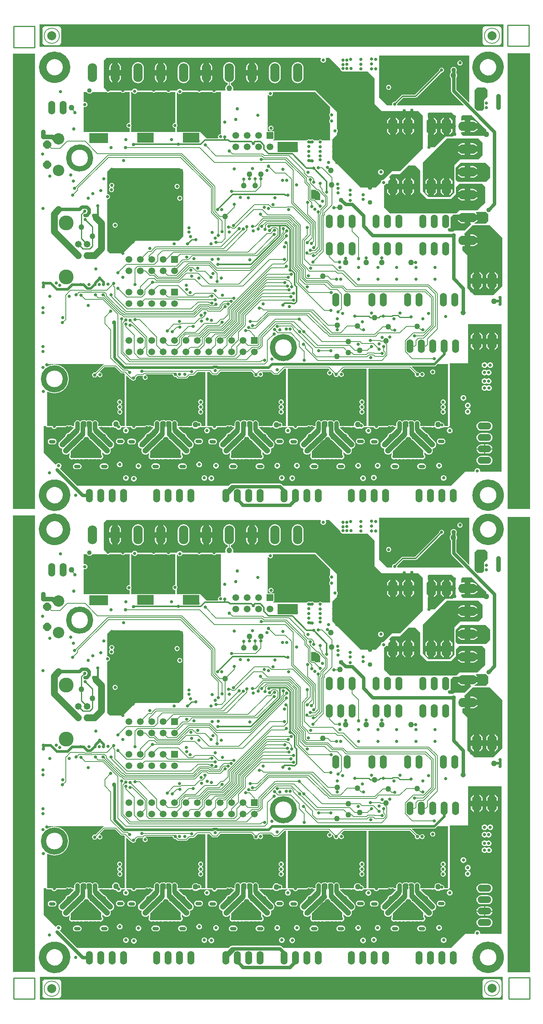
<source format=gbl>
G04 Layer_Physical_Order=4*
G04 Layer_Color=16711680*
%FSLAX24Y24*%
%MOIN*%
G70*
G01*
G75*
%ADD10C,0.0070*%
G04:AMPARAMS|DCode=11|XSize=78.7mil|YSize=78.7mil|CornerRadius=39.4mil|HoleSize=0mil|Usage=FLASHONLY|Rotation=90.000|XOffset=0mil|YOffset=0mil|HoleType=Round|Shape=RoundedRectangle|*
%AMROUNDEDRECTD11*
21,1,0.0787,0.0000,0,0,90.0*
21,1,0.0000,0.0787,0,0,90.0*
1,1,0.0787,0.0000,0.0000*
1,1,0.0787,0.0000,0.0000*
1,1,0.0787,0.0000,0.0000*
1,1,0.0787,0.0000,0.0000*
%
%ADD11ROUNDEDRECTD11*%
%ADD12C,0.0100*%
%ADD13C,0.0650*%
%ADD14C,0.0450*%
%ADD15C,0.0500*%
%ADD71C,0.0160*%
%ADD72C,0.0240*%
%ADD73C,0.0290*%
%ADD74C,0.0080*%
%ADD75C,0.0120*%
%ADD76C,0.0400*%
%ADD77C,0.0200*%
%ADD79C,0.0300*%
%ADD81C,0.0500*%
%ADD86R,0.0591X0.0591*%
%ADD87C,0.0591*%
%ADD88O,0.1200X0.0600*%
%ADD89P,0.0758X8X292.5*%
%ADD90C,0.1000*%
%ADD91O,0.0600X0.1200*%
%ADD92C,0.0580*%
%ADD93C,0.1305*%
G04:AMPARAMS|DCode=94|XSize=133mil|YSize=83mil|CornerRadius=0mil|HoleSize=0mil|Usage=FLASHONLY|Rotation=270.000|XOffset=0mil|YOffset=0mil|HoleType=Round|Shape=Octagon|*
%AMOCTAGOND94*
4,1,8,-0.0208,-0.0665,0.0208,-0.0665,0.0415,-0.0458,0.0415,0.0458,0.0208,0.0665,-0.0208,0.0665,-0.0415,0.0458,-0.0415,-0.0458,-0.0208,-0.0665,0.0*
%
%ADD94OCTAGOND94*%

%ADD95O,0.0825X0.1650*%
%ADD96O,0.1650X0.0825*%
%ADD97C,0.0300*%
%ADD98C,0.0290*%
%ADD99C,0.0400*%
%ADD100C,0.0340*%
%ADD101C,0.0380*%
%ADD102C,0.0250*%
%ADD103C,0.0450*%
%ADD125C,0.0600*%
G36*
X43400Y83837D02*
X2734D01*
Y85835D01*
X43400D01*
Y83837D01*
D02*
G37*
G36*
X18641Y76221D02*
X18603Y76190D01*
X18519Y76174D01*
X18448Y76126D01*
X18400Y76055D01*
X18384Y75971D01*
X18400Y75887D01*
X18408Y75875D01*
X18385Y75831D01*
X17391D01*
X16841Y76381D01*
X14781D01*
Y76831D01*
X14817Y76885D01*
X14833Y76968D01*
X14817Y77052D01*
X14781Y77106D01*
Y79813D01*
X14827Y79844D01*
X14831Y79843D01*
X14876Y79776D01*
X14947Y79728D01*
X15031Y79712D01*
X15115Y79728D01*
X15186Y79776D01*
X15234Y79847D01*
X15240Y79881D01*
X16608D01*
X16657Y79848D01*
X16741Y79832D01*
X16825Y79848D01*
X16874Y79881D01*
X17883D01*
X17886Y79876D01*
X17957Y79829D01*
X18041Y79812D01*
X18125Y79829D01*
X18196Y79876D01*
X18199Y79881D01*
X18641D01*
Y76221D01*
D02*
G37*
G36*
X14641Y77210D02*
X14614Y77188D01*
X14530Y77171D01*
X14459Y77124D01*
X14412Y77052D01*
X14395Y76968D01*
X14412Y76885D01*
X14459Y76814D01*
X14530Y76766D01*
X14614Y76749D01*
X14641Y76727D01*
Y76381D01*
X10761D01*
Y76844D01*
X10781Y76875D01*
X10798Y76959D01*
X10781Y77043D01*
X10761Y77073D01*
Y79881D01*
X10876D01*
X10878Y79867D01*
X10926Y79796D01*
X10997Y79749D01*
X11081Y79732D01*
X11165Y79749D01*
X11236Y79796D01*
X11284Y79867D01*
X11286Y79881D01*
X12608D01*
X12657Y79848D01*
X12741Y79832D01*
X12825Y79848D01*
X12874Y79881D01*
X13883D01*
X13886Y79876D01*
X13957Y79829D01*
X14041Y79812D01*
X14125Y79829D01*
X14196Y79876D01*
X14199Y79881D01*
X14641D01*
Y77210D01*
D02*
G37*
G36*
X10651Y77203D02*
X10612Y77171D01*
X10579Y77178D01*
X10495Y77161D01*
X10424Y77114D01*
X10376Y77043D01*
X10360Y76959D01*
X10376Y76875D01*
X10424Y76804D01*
X10495Y76756D01*
X10579Y76739D01*
X10612Y76746D01*
X10651Y76714D01*
Y76381D01*
X6621D01*
Y78554D01*
X6671Y78592D01*
X6721Y78582D01*
X6805Y78598D01*
X6876Y78646D01*
X6924Y78717D01*
X6940Y78801D01*
X6924Y78885D01*
X6876Y78956D01*
X6805Y79004D01*
X6721Y79020D01*
X6671Y79010D01*
X6621Y79048D01*
Y79881D01*
X6883D01*
X6885Y79875D01*
X6928Y79818D01*
X6985Y79775D01*
X7051Y79748D01*
X7121Y79739D01*
X7192Y79748D01*
X7257Y79775D01*
X7314Y79818D01*
X7357Y79875D01*
X7359Y79881D01*
X8608D01*
X8657Y79848D01*
X8741Y79832D01*
X8825Y79848D01*
X8874Y79881D01*
X9883D01*
X9886Y79876D01*
X9957Y79829D01*
X10041Y79812D01*
X10125Y79829D01*
X10196Y79876D01*
X10199Y79881D01*
X10651D01*
Y77203D01*
D02*
G37*
G36*
X26901Y79881D02*
X28221Y78561D01*
Y78063D01*
X28196Y78046D01*
X28149Y77975D01*
X28132Y77891D01*
X28149Y77807D01*
X28196Y77736D01*
X28221Y77719D01*
Y77523D01*
X28196Y77506D01*
X28149Y77435D01*
X28132Y77351D01*
X28149Y77267D01*
X28196Y77196D01*
X28221Y77179D01*
X28221Y75661D01*
X27509D01*
X27506Y75666D01*
X27435Y75714D01*
X27351Y75730D01*
X27267Y75714D01*
X27196Y75666D01*
X27193Y75661D01*
X26796D01*
X26786Y75676D01*
X26715Y75724D01*
X26631Y75740D01*
X26547Y75724D01*
X26534Y75715D01*
X26438D01*
X26425Y75724D01*
X26341Y75740D01*
X26257Y75724D01*
X26186Y75676D01*
X26176Y75661D01*
X23219D01*
X23208Y75676D01*
X23234Y75726D01*
X23306D01*
Y76456D01*
X23096D01*
X23056Y76480D01*
X23056Y76480D01*
X23056D01*
X23054Y76506D01*
X23057Y76507D01*
X23115Y76519D01*
X23186Y76566D01*
X23234Y76637D01*
X23250Y76721D01*
X23234Y76805D01*
X23186Y76876D01*
X23115Y76924D01*
X23031Y76940D01*
X22947Y76924D01*
X22876Y76876D01*
X22829Y76805D01*
X22812Y76721D01*
X22829Y76637D01*
X22876Y76566D01*
X22947Y76519D01*
X23005Y76507D01*
X23008Y76506D01*
X23006Y76480D01*
X23006D01*
X23006Y76480D01*
X22966Y76456D01*
X22751D01*
Y79608D01*
X22801Y79623D01*
X22826Y79586D01*
X22897Y79538D01*
X22981Y79522D01*
X23065Y79538D01*
X23136Y79586D01*
X23184Y79657D01*
X23200Y79741D01*
X23184Y79825D01*
X23176Y79837D01*
X23199Y79881D01*
X26901Y79881D01*
D02*
G37*
G36*
X40411Y83091D02*
X40411Y78984D01*
X40365Y78964D01*
X39255Y80074D01*
Y81134D01*
X39291Y81180D01*
X39323Y81257D01*
X39334Y81341D01*
X39323Y81425D01*
X39291Y81502D01*
X39255Y81548D01*
Y81660D01*
X39267Y81675D01*
X39294Y81741D01*
X39303Y81811D01*
X39294Y81882D01*
X39267Y81947D01*
X39224Y82004D01*
X39167Y82047D01*
X39102Y82074D01*
X39031Y82083D01*
X38961Y82074D01*
X38895Y82047D01*
X38838Y82004D01*
X38795Y81947D01*
X38768Y81882D01*
X38759Y81811D01*
X38768Y81741D01*
X38795Y81675D01*
X38807Y81660D01*
Y81588D01*
X38783Y81569D01*
X38732Y81502D01*
X38699Y81425D01*
X38688Y81341D01*
X38699Y81257D01*
X38732Y81180D01*
X38783Y81113D01*
X38807Y81094D01*
Y79981D01*
X38824Y79895D01*
X38872Y79822D01*
X39928Y78767D01*
X39909Y78720D01*
X34111Y78720D01*
X34078Y78770D01*
X34090Y78831D01*
X34085Y78858D01*
X34622Y79395D01*
X35698D01*
X35748Y79405D01*
X35791Y79434D01*
X37955Y81597D01*
X37981Y81592D01*
X38065Y81608D01*
X38136Y81656D01*
X38184Y81727D01*
X38200Y81811D01*
X38184Y81895D01*
X38136Y81966D01*
X38065Y82014D01*
X37981Y82030D01*
X37897Y82014D01*
X37826Y81966D01*
X37778Y81895D01*
X37762Y81811D01*
X37767Y81785D01*
X35643Y79660D01*
X34568D01*
X34517Y79650D01*
X34474Y79621D01*
X33898Y79045D01*
X33871Y79050D01*
X33787Y79034D01*
X33716Y78986D01*
X33668Y78915D01*
X33652Y78831D01*
X33664Y78770D01*
X33631Y78720D01*
X33207D01*
X33196Y78735D01*
X32511Y79419D01*
X32511Y82611D01*
Y83091D01*
X40411Y83091D01*
D02*
G37*
G36*
X41990Y80082D02*
Y79449D01*
X41715Y79173D01*
Y78406D01*
X41577Y78268D01*
X41062D01*
X40858Y78471D01*
Y80039D01*
X41117Y80298D01*
X41774D01*
X41990Y80082D01*
D02*
G37*
G36*
X41761Y76701D02*
X41891Y76571D01*
Y76171D01*
X41761Y76041D01*
X39881D01*
X39691Y76231D01*
Y76350D01*
X39741Y76384D01*
X39855Y76369D01*
X40017D01*
Y76886D01*
Y77403D01*
X39855D01*
X39741Y77388D01*
X39691Y77421D01*
Y77731D01*
X39821Y77861D01*
X40601D01*
X41761Y76701D01*
D02*
G37*
G36*
X16741Y75448D02*
X16522D01*
X16517Y75449D01*
X16452D01*
X16447Y75448D01*
X16227D01*
X16222Y75449D01*
X16156D01*
X16151Y75448D01*
X15931D01*
X15926Y75449D01*
X15861D01*
X15856Y75448D01*
X15636D01*
X15631Y75449D01*
X15566D01*
X15561Y75448D01*
X15341D01*
X15336Y75449D01*
X15313D01*
Y76310D01*
X16741D01*
Y75448D01*
D02*
G37*
G36*
X12741Y75441D02*
X11301D01*
Y76310D01*
X12741D01*
Y75441D01*
D02*
G37*
G36*
X8751Y75421D02*
X7091D01*
Y76301D01*
X8751D01*
Y75421D01*
D02*
G37*
G36*
X39191Y77751D02*
Y76831D01*
Y76221D01*
X38951Y75981D01*
X38291D01*
X37741Y75431D01*
X37361Y75051D01*
X36871D01*
X36771Y75151D01*
Y76118D01*
X36814Y76136D01*
X36821D01*
Y76901D01*
Y77666D01*
X36814D01*
X36771Y77684D01*
Y78011D01*
X36851Y78091D01*
X38851D01*
X39191Y77751D01*
D02*
G37*
G36*
X25356Y74625D02*
X23596D01*
Y75535D01*
X25356D01*
Y74625D01*
D02*
G37*
G36*
X27377Y82871D02*
X27400Y82827D01*
X27380Y82797D01*
X27361Y82701D01*
X27380Y82605D01*
X27434Y82524D01*
X27515Y82470D01*
X27611Y82451D01*
X27707Y82470D01*
X27788Y82524D01*
X27842Y82605D01*
X27861Y82701D01*
X27842Y82797D01*
X27822Y82827D01*
X27845Y82871D01*
X28131D01*
X29099Y81903D01*
X29110Y81845D01*
X29164Y81764D01*
X29245Y81710D01*
X29303Y81699D01*
X29311Y81691D01*
X30842Y81691D01*
X30891Y81681D01*
X30940Y81691D01*
X31491Y81691D01*
X32101Y81081D01*
Y78851D01*
X32731Y78221D01*
X35921D01*
X36331Y77811D01*
Y74941D01*
X34341Y72951D01*
X33661D01*
X32916Y72206D01*
X32891Y72211D01*
X32795Y72192D01*
X32714Y72138D01*
X32660Y72057D01*
X32641Y71961D01*
X32646Y71936D01*
X32231Y71521D01*
X30921D01*
X28421Y74021D01*
Y75751D01*
X28821Y76151D01*
Y76324D01*
X28862Y76385D01*
X28881Y76481D01*
X28862Y76577D01*
X28821Y76638D01*
X28821Y78151D01*
X27887Y79085D01*
D01*
X27841Y79131D01*
X26951Y80021D01*
X19725D01*
X19692Y80071D01*
X19712Y80120D01*
X19724Y80211D01*
X19712Y80302D01*
X19677Y80388D01*
X19621Y80461D01*
X19548Y80517D01*
X19514Y80531D01*
Y80677D01*
X19619Y80721D01*
X19727Y80803D01*
X19809Y80910D01*
X19860Y81035D01*
X19878Y81169D01*
Y81994D01*
X19860Y82127D01*
X19809Y82252D01*
X19727Y82359D01*
X19619Y82441D01*
X19495Y82493D01*
X19361Y82510D01*
X19227Y82493D01*
X19103Y82441D01*
X18996Y82359D01*
X18913Y82252D01*
X18862Y82127D01*
X18844Y81994D01*
Y81169D01*
X18862Y81035D01*
X18913Y80910D01*
X18996Y80803D01*
X19103Y80721D01*
X19227Y80669D01*
X19228Y80669D01*
Y80531D01*
X19195Y80517D01*
X19121Y80461D01*
X19065Y80388D01*
X19030Y80302D01*
X19018Y80211D01*
X19030Y80120D01*
X19050Y80071D01*
X19017Y80021D01*
X15263D01*
X15262Y80027D01*
X15208Y80108D01*
X15127Y80162D01*
X15031Y80181D01*
X14935Y80162D01*
X14854Y80108D01*
X14800Y80027D01*
X14799Y80021D01*
X11317D01*
X11312Y80047D01*
X11258Y80128D01*
X11177Y80182D01*
X11081Y80201D01*
X10985Y80182D01*
X10904Y80128D01*
X10850Y80047D01*
X10845Y80021D01*
X8641D01*
X8381Y80281D01*
Y82661D01*
X8591Y82871D01*
X26681D01*
X27377Y82871D01*
D02*
G37*
G36*
X41851Y73651D02*
X42231Y73271D01*
Y72381D01*
X41881Y72031D01*
X39371D01*
X39361Y72041D01*
X39221Y72181D01*
Y73101D01*
Y73241D01*
X39681Y73701D01*
X41801D01*
X41851Y73651D01*
D02*
G37*
G36*
X36121Y73021D02*
X36121Y71131D01*
X36721Y70531D01*
X38821Y70531D01*
X39241Y70951D01*
X39241Y71561D01*
X39531Y71851D01*
X41531D01*
X41791Y71591D01*
Y70191D01*
X41561Y69961D01*
X41121Y69521D01*
X39551D01*
X39281Y69251D01*
X38367D01*
X38341Y69254D01*
X38315Y69251D01*
X37367D01*
X37341Y69254D01*
X37315Y69251D01*
X36367D01*
X36341Y69254D01*
X36315Y69251D01*
X34262D01*
X34236Y69254D01*
X34210Y69251D01*
X33461D01*
X32941Y69771D01*
Y71721D01*
X32987Y71730D01*
X33068Y71784D01*
X33112Y71851D01*
X33141D01*
X33150Y71860D01*
X33171Y71851D01*
X33461D01*
Y72366D01*
X33454D01*
X33411Y72384D01*
Y72501D01*
X33591Y72681D01*
X34301Y72681D01*
X34541Y72921D01*
X35081Y73461D01*
X35681D01*
X36121Y73021D01*
D02*
G37*
G36*
X41561Y75461D02*
Y74351D01*
X41201Y73991D01*
X39611D01*
X39101Y73481D01*
Y71061D01*
X38721Y70681D01*
X36831D01*
X36331Y71181D01*
Y71601D01*
Y73721D01*
X36531Y73921D01*
X38441Y75831D01*
X41191D01*
X41561Y75461D01*
D02*
G37*
G36*
X26995Y71237D02*
X27029Y71214D01*
X27070Y71206D01*
X27149D01*
X27224Y71131D01*
X27230Y71104D01*
X27253Y71069D01*
X27325Y70997D01*
Y70423D01*
X26945D01*
X26873Y70495D01*
X26838Y70519D01*
X26797Y70527D01*
X26614D01*
X26542Y70599D01*
Y71313D01*
X26919D01*
X26995Y71237D01*
D02*
G37*
G36*
X42061Y69201D02*
Y68571D01*
X41851Y68361D01*
X40883Y68361D01*
X40873Y68411D01*
X40938Y68438D01*
X41045Y68520D01*
X41127Y68627D01*
X41131Y68636D01*
X40517D01*
Y68369D01*
X40538D01*
X40559Y68319D01*
X39991Y67751D01*
X39281Y67751D01*
X38796Y67751D01*
X38761Y67786D01*
X38761Y68891D01*
X39014Y69144D01*
X39362D01*
X39367Y69136D01*
X40267D01*
X41131D01*
X41127Y69144D01*
X41045Y69251D01*
X40994Y69291D01*
X40991Y69341D01*
X41041Y69391D01*
X41871D01*
X42061Y69201D01*
D02*
G37*
G36*
X43301Y67131D02*
X43301Y62881D01*
X42491Y62071D01*
X40871D01*
X40251Y62691D01*
X40251Y65581D01*
X39811Y66021D01*
Y66337D01*
X39849Y66370D01*
X39855Y66369D01*
X40017D01*
Y66886D01*
Y67403D01*
X39958D01*
X39939Y67449D01*
X40701Y68211D01*
X42221Y68211D01*
X43301Y67131D01*
D02*
G37*
G36*
X15351Y72901D02*
Y67251D01*
X14961Y66861D01*
X11151D01*
X10031Y65741D01*
X8901D01*
X8671Y65971D01*
Y70485D01*
X8691Y70502D01*
X8775Y70518D01*
X8846Y70566D01*
X8894Y70637D01*
X8910Y70721D01*
X8894Y70805D01*
X8846Y70876D01*
X8775Y70924D01*
X8691Y70940D01*
X8671Y70957D01*
Y72911D01*
X8971Y73211D01*
X15041Y73211D01*
X15351Y72901D01*
D02*
G37*
G36*
X24341Y50621D02*
X24048D01*
X24010Y50671D01*
X24020Y50721D01*
X24004Y50805D01*
X23956Y50876D01*
X23885Y50924D01*
X23801Y50940D01*
X23751Y50930D01*
X23729Y50959D01*
X23662Y51011D01*
X23585Y51043D01*
X23501Y51054D01*
X23417Y51043D01*
X23340Y51011D01*
X23273Y50959D01*
X23222Y50892D01*
X23189Y50815D01*
X23178Y50731D01*
X23186Y50671D01*
X23151Y50621D01*
X22289Y50621D01*
X22242Y50630D01*
X22196Y50621D01*
X21945D01*
Y50816D01*
X21951Y50851D01*
X21935Y50935D01*
X21911Y50971D01*
X21908Y50977D01*
X21896Y50993D01*
X21887Y51006D01*
X21885Y51008D01*
X21865Y51034D01*
X21808Y51077D01*
X21743Y51104D01*
X21672Y51113D01*
X21602Y51104D01*
X21536Y51077D01*
X21480Y51034D01*
X21474Y51026D01*
X21411D01*
X21395Y51048D01*
X21338Y51091D01*
X21273Y51118D01*
X21202Y51128D01*
X21162Y51122D01*
X21160Y51124D01*
X21128Y51130D01*
X21096Y51139D01*
X21086Y51138D01*
X21076Y51140D01*
X21044Y51134D01*
X21011Y51130D01*
X21002Y51125D01*
X20993Y51124D01*
X20965Y51105D01*
X20936Y51089D01*
X20930Y51082D01*
X20928Y51081D01*
X20906Y51076D01*
X20871D01*
X20800Y51124D01*
X20716Y51140D01*
X20633Y51124D01*
X20630Y51122D01*
X20588Y51128D01*
X20518Y51118D01*
X20452Y51091D01*
X20396Y51048D01*
X20379Y51026D01*
X20316D01*
X20311Y51034D01*
X20254Y51077D01*
X20189Y51104D01*
X20118Y51113D01*
X20048Y51104D01*
X19982Y51077D01*
X19926Y51034D01*
X19882Y50977D01*
X19855Y50912D01*
X19846Y50841D01*
Y50621D01*
X19671D01*
X19667Y50626D01*
X19596Y50674D01*
X19512Y50690D01*
X19428Y50674D01*
X19377Y50639D01*
X19326Y50674D01*
X19242Y50690D01*
X19158Y50674D01*
X19087Y50626D01*
X19084Y50621D01*
X17441D01*
X17441Y55359D01*
X17627D01*
X17874Y55112D01*
X17874Y55112D01*
X17911Y55087D01*
X17954Y55079D01*
X17954Y55079D01*
X18261D01*
X18261Y55079D01*
X18304Y55087D01*
X18340Y55112D01*
X18627Y55399D01*
X21305D01*
X21509Y55194D01*
X21497Y55131D01*
X21514Y55045D01*
X21562Y54972D01*
X21635Y54924D01*
X21721Y54907D01*
X21807Y54924D01*
X21880Y54972D01*
X21897Y54999D01*
X21947Y54999D01*
X21956Y54986D01*
X22027Y54939D01*
X22111Y54922D01*
X22195Y54939D01*
X22266Y54986D01*
X22314Y55057D01*
X22330Y55141D01*
X22314Y55225D01*
X22266Y55296D01*
X22262Y55299D01*
X22277Y55349D01*
X23035D01*
X23231Y55152D01*
X23231Y55152D01*
X23267Y55128D01*
X23310Y55119D01*
X23310Y55119D01*
X23621D01*
X23621Y55119D01*
X23664Y55128D01*
X23700Y55152D01*
X24207Y55659D01*
X24341D01*
X24341Y50621D01*
D02*
G37*
G36*
X17281D02*
X16945D01*
X16916Y50671D01*
X16930Y50741D01*
X16914Y50825D01*
X16866Y50896D01*
X16795Y50944D01*
X16711Y50960D01*
X16663Y50951D01*
X16649Y50969D01*
X16582Y51021D01*
X16505Y51053D01*
X16421Y51064D01*
X16337Y51053D01*
X16260Y51021D01*
X16193Y50969D01*
X16142Y50902D01*
X16109Y50825D01*
X16098Y50741D01*
X16107Y50671D01*
X16077Y50621D01*
X15197Y50621D01*
X15151Y50630D01*
X15105Y50621D01*
X14853D01*
Y50816D01*
X14860Y50851D01*
X14844Y50935D01*
X14819Y50971D01*
X14817Y50977D01*
X14805Y50993D01*
X14796Y51006D01*
X14793Y51008D01*
X14774Y51034D01*
X14717Y51077D01*
X14652Y51104D01*
X14581Y51113D01*
X14511Y51104D01*
X14445Y51077D01*
X14388Y51034D01*
X14383Y51026D01*
X14320D01*
X14304Y51048D01*
X14247Y51091D01*
X14182Y51118D01*
X14111Y51128D01*
X14071Y51122D01*
X14069Y51124D01*
X14037Y51130D01*
X14005Y51139D01*
X13995Y51138D01*
X13985Y51140D01*
X13953Y51134D01*
X13920Y51130D01*
X13911Y51125D01*
X13901Y51124D01*
X13874Y51105D01*
X13845Y51089D01*
X13838Y51082D01*
X13837Y51081D01*
X13814Y51076D01*
X13780D01*
X13709Y51124D01*
X13625Y51140D01*
X13541Y51124D01*
X13539Y51122D01*
X13497Y51128D01*
X13427Y51118D01*
X13361Y51091D01*
X13304Y51048D01*
X13288Y51026D01*
X13225D01*
X13220Y51034D01*
X13163Y51077D01*
X13098Y51104D01*
X13027Y51113D01*
X12957Y51104D01*
X12891Y51077D01*
X12834Y51034D01*
X12791Y50977D01*
X12764Y50912D01*
X12755Y50841D01*
Y50621D01*
X12579D01*
X12576Y50626D01*
X12505Y50674D01*
X12421Y50690D01*
X12337Y50674D01*
X12286Y50639D01*
X12235Y50674D01*
X12151Y50690D01*
X12067Y50674D01*
X11996Y50626D01*
X11993Y50621D01*
X10331D01*
X10331Y55023D01*
X10377Y55042D01*
X10688Y54732D01*
X10688Y54732D01*
X10724Y54707D01*
X10767Y54699D01*
X10771D01*
X10802Y54652D01*
X10875Y54604D01*
X10961Y54587D01*
X11047Y54604D01*
X11120Y54652D01*
X11168Y54725D01*
X11185Y54811D01*
X11174Y54866D01*
X11332Y55023D01*
X11772D01*
X11800Y54974D01*
X11788Y54957D01*
X11771Y54873D01*
X11788Y54789D01*
X11836Y54718D01*
X11907Y54670D01*
X11991Y54653D01*
X12075Y54670D01*
X12146Y54718D01*
X12193Y54789D01*
X12210Y54873D01*
X12193Y54957D01*
X12146Y55028D01*
X12075Y55075D01*
X12026Y55085D01*
X12001Y55141D01*
X12006Y55149D01*
X14410D01*
X14417Y55141D01*
X14434Y55055D01*
X14482Y54982D01*
X14555Y54934D01*
X14641Y54917D01*
X14696Y54928D01*
X14817Y54807D01*
X14817Y54807D01*
X14853Y54782D01*
X14896Y54774D01*
X15606D01*
X15606Y54774D01*
X15649Y54782D01*
X15685Y54807D01*
X15907Y55029D01*
X16221D01*
X16221Y55029D01*
X16264Y55037D01*
X16300Y55062D01*
X16597Y55359D01*
X17281D01*
X17281Y50621D01*
D02*
G37*
G36*
X38552Y50621D02*
X38243D01*
X38202Y50671D01*
X38210Y50711D01*
X38194Y50795D01*
X38146Y50866D01*
X38075Y50914D01*
X37991Y50930D01*
X37946Y50921D01*
X37909Y50969D01*
X37842Y51021D01*
X37765Y51053D01*
X37681Y51064D01*
X37597Y51053D01*
X37520Y51021D01*
X37453Y50969D01*
X37402Y50902D01*
X37369Y50825D01*
X37358Y50741D01*
X37367Y50671D01*
X37337Y50621D01*
X36463Y50621D01*
X36417Y50630D01*
X36370Y50621D01*
X36119D01*
Y50816D01*
X36126Y50851D01*
X36109Y50935D01*
X36085Y50971D01*
X36083Y50977D01*
X36070Y50993D01*
X36062Y51006D01*
X36059Y51008D01*
X36039Y51034D01*
X35983Y51077D01*
X35917Y51104D01*
X35847Y51113D01*
X35776Y51104D01*
X35711Y51077D01*
X35654Y51034D01*
X35649Y51026D01*
X35586D01*
X35569Y51048D01*
X35513Y51091D01*
X35447Y51118D01*
X35377Y51128D01*
X35337Y51122D01*
X35335Y51124D01*
X35302Y51130D01*
X35271Y51139D01*
X35261Y51138D01*
X35251Y51140D01*
X35218Y51134D01*
X35185Y51130D01*
X35177Y51125D01*
X35167Y51124D01*
X35140Y51105D01*
X35110Y51089D01*
X35104Y51082D01*
X35103Y51081D01*
X35080Y51076D01*
X35062D01*
X35039Y51081D01*
X34975Y51124D01*
X34891Y51140D01*
X34807Y51124D01*
X34805Y51122D01*
X34763Y51128D01*
X34692Y51118D01*
X34627Y51091D01*
X34570Y51048D01*
X34554Y51026D01*
X34491D01*
X34485Y51034D01*
X34429Y51077D01*
X34363Y51104D01*
X34293Y51113D01*
X34222Y51104D01*
X34157Y51077D01*
X34100Y51034D01*
X34057Y50977D01*
X34030Y50912D01*
X34020Y50841D01*
Y50621D01*
X33845D01*
X33842Y50626D01*
X33771Y50674D01*
X33687Y50690D01*
X33603Y50674D01*
X33552Y50639D01*
X33501Y50674D01*
X33417Y50690D01*
X33333Y50674D01*
X33262Y50626D01*
X33258Y50621D01*
X31561D01*
X31561Y55659D01*
X35205D01*
X35651Y55212D01*
X35637Y55141D01*
X35654Y55055D01*
X35702Y54982D01*
X35775Y54934D01*
X35861Y54917D01*
X35947Y54934D01*
X36020Y54982D01*
X36044Y55019D01*
X36104D01*
X36126Y54986D01*
X36197Y54939D01*
X36281Y54922D01*
X36365Y54939D01*
X36436Y54986D01*
X36484Y55057D01*
X36500Y55141D01*
X36484Y55225D01*
X36436Y55296D01*
X36365Y55344D01*
X36281Y55360D01*
X36197Y55344D01*
X36126Y55296D01*
X36104Y55263D01*
X36044D01*
X36020Y55300D01*
X35947Y55348D01*
X35861Y55365D01*
X35823Y55358D01*
X35378Y55802D01*
X35399Y55852D01*
X37329D01*
X37403Y55867D01*
X37466Y55909D01*
X37618Y56061D01*
X38552D01*
X38552Y50621D01*
D02*
G37*
G36*
X31421Y50621D02*
X31175D01*
X31150Y50651D01*
X31134Y50735D01*
X31086Y50806D01*
X31015Y50854D01*
X30931Y50870D01*
X30924Y50869D01*
X30911Y50902D01*
X30859Y50969D01*
X30792Y51021D01*
X30715Y51053D01*
X30631Y51064D01*
X30547Y51053D01*
X30470Y51021D01*
X30403Y50969D01*
X30352Y50902D01*
X30319Y50825D01*
X30308Y50741D01*
X30317Y50671D01*
X30287Y50621D01*
X29375Y50621D01*
X29328Y50630D01*
X29282Y50621D01*
X29031D01*
Y50816D01*
X29037Y50851D01*
X29021Y50935D01*
X28997Y50971D01*
X28994Y50977D01*
X28982Y50993D01*
X28973Y51006D01*
X28971Y51008D01*
X28951Y51034D01*
X28894Y51077D01*
X28829Y51104D01*
X28758Y51113D01*
X28688Y51104D01*
X28622Y51077D01*
X28566Y51034D01*
X28560Y51026D01*
X28497D01*
X28481Y51048D01*
X28424Y51091D01*
X28359Y51118D01*
X28288Y51128D01*
X28248Y51122D01*
X28246Y51124D01*
X28214Y51130D01*
X28182Y51139D01*
X28172Y51138D01*
X28162Y51140D01*
X28130Y51134D01*
X28097Y51130D01*
X28088Y51125D01*
X28079Y51124D01*
X28051Y51105D01*
X28022Y51089D01*
X28016Y51082D01*
X28007Y51076D01*
X27957D01*
X27886Y51124D01*
X27802Y51140D01*
X27719Y51124D01*
X27716Y51122D01*
X27674Y51128D01*
X27604Y51118D01*
X27538Y51091D01*
X27482Y51048D01*
X27465Y51026D01*
X27402D01*
X27397Y51034D01*
X27340Y51077D01*
X27275Y51104D01*
X27204Y51113D01*
X27134Y51104D01*
X27068Y51077D01*
X27012Y51034D01*
X26968Y50977D01*
X26941Y50912D01*
X26932Y50841D01*
Y50621D01*
X26757D01*
X26753Y50626D01*
X26682Y50674D01*
X26598Y50690D01*
X26514Y50674D01*
X26463Y50639D01*
X26412Y50674D01*
X26328Y50690D01*
X26244Y50674D01*
X26173Y50626D01*
X26170Y50621D01*
X24501D01*
X24501Y55659D01*
X28065D01*
X28182Y55542D01*
X28166Y55506D01*
X28159Y55494D01*
X28078Y55478D01*
X28006Y55431D01*
X27959Y55359D01*
X27942Y55276D01*
X27959Y55192D01*
X28006Y55121D01*
X28078Y55073D01*
X28161Y55056D01*
X28245Y55073D01*
X28316Y55121D01*
X28364Y55192D01*
X28380Y55273D01*
X28392Y55280D01*
X28428Y55296D01*
X28528Y55196D01*
X28517Y55141D01*
X28534Y55055D01*
X28582Y54982D01*
X28655Y54934D01*
X28741Y54917D01*
X28827Y54934D01*
X28900Y54982D01*
X28942Y55046D01*
X28958Y55050D01*
X28976Y55050D01*
X28997Y55046D01*
X29037Y54986D01*
X29109Y54939D01*
X29192Y54922D01*
X29276Y54939D01*
X29347Y54986D01*
X29395Y55057D01*
X29412Y55141D01*
X29395Y55225D01*
X29347Y55296D01*
X29276Y55344D01*
X29192Y55360D01*
X29189Y55360D01*
X29164Y55406D01*
X29417Y55659D01*
X31421D01*
X31421Y50621D01*
D02*
G37*
G36*
X8355Y56061D02*
X8360Y56011D01*
X8328Y56005D01*
X8292Y55980D01*
X8292Y55980D01*
X7626Y55314D01*
X7571Y55325D01*
X7485Y55308D01*
X7412Y55260D01*
X7364Y55187D01*
X7347Y55101D01*
X7364Y55015D01*
X7412Y54942D01*
X7485Y54894D01*
X7571Y54877D01*
X7657Y54894D01*
X7730Y54942D01*
X7778Y55015D01*
X7779Y55019D01*
X7816Y55025D01*
X7831Y55024D01*
X7876Y54956D01*
X7947Y54908D01*
X8031Y54892D01*
X8115Y54908D01*
X8186Y54956D01*
X8234Y55027D01*
X8250Y55111D01*
X8234Y55195D01*
X8186Y55266D01*
X8115Y55314D01*
X8031Y55330D01*
X8029Y55330D01*
X8005Y55376D01*
X8417Y55789D01*
X9345D01*
X9862Y55272D01*
X9862Y55272D01*
X9898Y55247D01*
X9941Y55239D01*
X10145D01*
X10191Y55193D01*
X10191Y50621D01*
X9884D01*
X9884Y50625D01*
X9836Y50696D01*
X9765Y50744D01*
X9748Y50747D01*
X9754Y50791D01*
X9743Y50875D01*
X9711Y50952D01*
X9659Y51019D01*
X9592Y51071D01*
X9515Y51103D01*
X9431Y51114D01*
X9347Y51103D01*
X9270Y51071D01*
X9203Y51019D01*
X9151Y50952D01*
X9119Y50875D01*
X9108Y50791D01*
X9119Y50707D01*
X9134Y50671D01*
X9101Y50621D01*
X8229Y50621D01*
X8182Y50630D01*
X8136Y50621D01*
X7885D01*
Y50816D01*
X7892Y50851D01*
X7875Y50935D01*
X7851Y50971D01*
X7848Y50977D01*
X7836Y50993D01*
X7827Y51006D01*
X7825Y51008D01*
X7805Y51034D01*
X7749Y51077D01*
X7683Y51104D01*
X7612Y51113D01*
X7542Y51104D01*
X7476Y51077D01*
X7420Y51034D01*
X7414Y51026D01*
X7351D01*
X7335Y51048D01*
X7279Y51091D01*
X7213Y51118D01*
X7142Y51128D01*
X7102Y51122D01*
X7101Y51124D01*
X7068Y51130D01*
X7036Y51139D01*
X7026Y51138D01*
X7017Y51140D01*
X6984Y51134D01*
X6951Y51130D01*
X6942Y51125D01*
X6933Y51124D01*
X6905Y51105D01*
X6876Y51089D01*
X6870Y51082D01*
X6869Y51081D01*
X6846Y51076D01*
X6812D01*
X6741Y51124D01*
X6657Y51140D01*
X6573Y51124D01*
X6571Y51122D01*
X6528Y51128D01*
X6458Y51118D01*
X6392Y51091D01*
X6336Y51048D01*
X6320Y51026D01*
X6256D01*
X6251Y51034D01*
X6195Y51077D01*
X6129Y51104D01*
X6058Y51113D01*
X5988Y51104D01*
X5922Y51077D01*
X5866Y51034D01*
X5823Y50977D01*
X5795Y50912D01*
X5786Y50841D01*
Y50621D01*
X5611D01*
X5607Y50626D01*
X5536Y50674D01*
X5452Y50690D01*
X5369Y50674D01*
X5317Y50639D01*
X5266Y50674D01*
X5182Y50690D01*
X5099Y50674D01*
X5027Y50626D01*
X5024Y50621D01*
X3417D01*
X3417Y53611D01*
X3460Y53635D01*
X3469Y53629D01*
X3652Y53554D01*
X3844Y53508D01*
X4041Y53492D01*
X4238Y53508D01*
X4430Y53554D01*
X4613Y53629D01*
X4781Y53733D01*
X4931Y53861D01*
X5059Y54011D01*
X5163Y54180D01*
X5238Y54362D01*
X5284Y54554D01*
X5300Y54751D01*
X5284Y54948D01*
X5238Y55140D01*
X5163Y55323D01*
X5059Y55491D01*
X4931Y55641D01*
X4781Y55769D01*
X4613Y55873D01*
X4430Y55948D01*
X4238Y55994D01*
X4041Y56010D01*
X3844Y55994D01*
X3652Y55948D01*
X3469Y55873D01*
X3460Y55867D01*
X3417Y55891D01*
Y56061D01*
X8355Y56061D01*
D02*
G37*
G36*
X43240Y46611D02*
X41861Y46611D01*
X41396D01*
X41365Y46650D01*
X41371Y46681D01*
X41352Y46777D01*
X41298Y46858D01*
X41217Y46912D01*
X41121Y46931D01*
X41025Y46912D01*
X40944Y46858D01*
X40890Y46777D01*
X40871Y46681D01*
X40877Y46650D01*
X40846Y46611D01*
X40061D01*
X38821Y45371D01*
X24104Y45371D01*
X23973Y45503D01*
X23892Y45557D01*
X23796Y45576D01*
X19616D01*
X19520Y45557D01*
X19439Y45503D01*
X19308Y45371D01*
X8421Y45371D01*
X6028Y45371D01*
X4535Y46864D01*
X4541Y46928D01*
X4588Y46959D01*
X4642Y47040D01*
X4661Y47136D01*
X4642Y47231D01*
X4588Y47312D01*
X4507Y47367D01*
X4411Y47386D01*
X4316Y47367D01*
X4235Y47312D01*
X4197Y47256D01*
X4136Y47246D01*
X3121Y48261D01*
Y50621D01*
X3315D01*
X3322Y50582D01*
X3345Y50549D01*
X3378Y50527D01*
X3417Y50519D01*
X3789D01*
X3792Y50505D01*
X3846Y50424D01*
X3927Y50370D01*
X4022Y50351D01*
X4118Y50370D01*
X4199Y50424D01*
X4253Y50505D01*
X4256Y50519D01*
X5024D01*
X5034Y50521D01*
X5044D01*
X5053Y50525D01*
X5063Y50527D01*
X5071Y50532D01*
X5081Y50536D01*
X5088Y50543D01*
X5096Y50549D01*
X5097Y50550D01*
X5138Y50578D01*
X5182Y50586D01*
X5227Y50578D01*
X5261Y50555D01*
X5261Y50555D01*
X5298Y50539D01*
X5337D01*
X5374Y50555D01*
X5374Y50555D01*
X5408Y50578D01*
X5452Y50586D01*
X5497Y50578D01*
X5538Y50550D01*
X5539Y50549D01*
X5547Y50543D01*
X5554Y50536D01*
X5563Y50532D01*
X5572Y50527D01*
X5582Y50525D01*
X5591Y50521D01*
X5601Y50521D01*
X5611Y50519D01*
X5715D01*
X5732Y50469D01*
X5703Y50447D01*
X5397Y50141D01*
X5364Y50116D01*
X5274Y50026D01*
X5245Y50022D01*
X5160Y49987D01*
X5087Y49931D01*
X5031Y49858D01*
X4996Y49772D01*
X4992Y49744D01*
X4504Y49256D01*
X4448Y49183D01*
X4412Y49097D01*
X4400Y49006D01*
X4412Y48915D01*
X4448Y48830D01*
X4478Y48790D01*
X4502Y48754D01*
X4538Y48730D01*
X4577Y48700D01*
X4662Y48665D01*
X4694Y48661D01*
X4726Y48606D01*
X4707Y48562D01*
X4695Y48471D01*
X4707Y48380D01*
X4733Y48317D01*
X4738Y48295D01*
X4792Y48214D01*
X4873Y48160D01*
X4895Y48156D01*
X4957Y48130D01*
X5048Y48118D01*
X5140Y48130D01*
X5225Y48165D01*
X5298Y48221D01*
X5337Y48260D01*
X5383Y48241D01*
Y48094D01*
X5352Y48047D01*
X5333Y47951D01*
X5352Y47855D01*
X5390Y47799D01*
X5391Y47793D01*
X5391Y47792D01*
X5391Y47792D01*
X5402Y47776D01*
X5413Y47759D01*
X5413Y47759D01*
X5413Y47759D01*
X5429Y47748D01*
X5446Y47737D01*
X5446Y47737D01*
X5446Y47737D01*
X5465Y47733D01*
X5469Y47732D01*
X5487Y47720D01*
X5582Y47701D01*
X5678Y47720D01*
X5689Y47728D01*
X5804Y47727D01*
X5814Y47720D01*
X5909Y47701D01*
X6005Y47720D01*
X6012Y47725D01*
X6134Y47724D01*
X6140Y47720D01*
X6236Y47701D01*
X6331Y47720D01*
X6335Y47723D01*
X6465Y47722D01*
X6467Y47720D01*
X6562Y47701D01*
X6658Y47720D01*
X6979Y47718D01*
X7062Y47701D01*
X7139Y47717D01*
X7329Y47715D01*
X7399Y47701D01*
X7464Y47714D01*
X7679Y47712D01*
X7736Y47701D01*
X7788Y47712D01*
X8029Y47710D01*
X8072Y47701D01*
X8168Y47720D01*
X8249Y47774D01*
X8303Y47855D01*
X8322Y47951D01*
X8303Y48047D01*
X8249Y48128D01*
X8227Y48142D01*
Y48302D01*
X8273Y48321D01*
X8373Y48221D01*
X8446Y48165D01*
X8531Y48130D01*
X8622Y48118D01*
X8714Y48130D01*
X8776Y48156D01*
X8798Y48160D01*
X8879Y48214D01*
X8933Y48295D01*
X8938Y48317D01*
X8963Y48380D01*
X8975Y48471D01*
X8963Y48562D01*
X8945Y48606D01*
X8977Y48661D01*
X9009Y48665D01*
X9094Y48700D01*
X9133Y48730D01*
X9169Y48754D01*
X9193Y48790D01*
X9223Y48830D01*
X9258Y48915D01*
X9270Y49006D01*
X9258Y49097D01*
X9223Y49183D01*
X9167Y49256D01*
X8682Y49741D01*
X8678Y49772D01*
X8642Y49858D01*
X8586Y49931D01*
X8513Y49987D01*
X8428Y50022D01*
X8397Y50026D01*
X8307Y50116D01*
X8274Y50141D01*
X7968Y50447D01*
X7939Y50469D01*
X7956Y50519D01*
X8136D01*
X8146Y50521D01*
X8156D01*
X8182Y50526D01*
X8209Y50521D01*
X8219D01*
X8229Y50519D01*
X8824Y50519D01*
X8837Y50510D01*
X8932Y50491D01*
X9028Y50510D01*
X9041Y50519D01*
X9101D01*
X9111Y50521D01*
X9121D01*
X9130Y50525D01*
X9140Y50527D01*
X9148Y50532D01*
X9158Y50536D01*
X9181Y50541D01*
X9211Y50519D01*
X9255Y50485D01*
X9340Y50450D01*
X9431Y50438D01*
X9453Y50441D01*
X9504Y50364D01*
X9585Y50310D01*
X9681Y50291D01*
X9777Y50310D01*
X9858Y50364D01*
X9912Y50445D01*
X9926Y50519D01*
X10191D01*
X10230Y50527D01*
X10245Y50537D01*
X10259Y50532D01*
X10271Y50524D01*
X10259Y50470D01*
X10215Y50462D01*
X10134Y50408D01*
X10080Y50327D01*
X10061Y50231D01*
X10080Y50135D01*
X10134Y50054D01*
X10215Y50000D01*
X10311Y49981D01*
X10407Y50000D01*
X10488Y50054D01*
X10542Y50135D01*
X10561Y50231D01*
X10542Y50327D01*
X10488Y50408D01*
X10407Y50462D01*
X10370Y50469D01*
X10375Y50519D01*
X10758D01*
X10760Y50505D01*
X10814Y50424D01*
X10895Y50370D01*
X10991Y50351D01*
X11087Y50370D01*
X11168Y50424D01*
X11222Y50505D01*
X11225Y50519D01*
X11993D01*
X12003Y50521D01*
X12013Y50521D01*
X12022Y50525D01*
X12032Y50527D01*
X12040Y50532D01*
X12049Y50536D01*
X12056Y50543D01*
X12065Y50549D01*
X12065Y50550D01*
X12107Y50578D01*
X12151Y50586D01*
X12195Y50578D01*
X12229Y50555D01*
X12229Y50555D01*
X12266Y50539D01*
X12306D01*
X12343Y50555D01*
X12343Y50555D01*
X12377Y50578D01*
X12421Y50586D01*
X12465Y50578D01*
X12507Y50550D01*
X12507Y50549D01*
X12516Y50543D01*
X12523Y50536D01*
X12532Y50532D01*
X12540Y50527D01*
X12550Y50525D01*
X12559Y50521D01*
X12570Y50521D01*
X12579Y50519D01*
X12683D01*
X12700Y50469D01*
X12671Y50447D01*
X12365Y50141D01*
X12332Y50116D01*
X12243Y50026D01*
X12214Y50022D01*
X12129Y49987D01*
X12056Y49931D01*
X12000Y49858D01*
X11964Y49772D01*
X11961Y49744D01*
X11472Y49256D01*
X11416Y49183D01*
X11381Y49097D01*
X11369Y49006D01*
X11381Y48915D01*
X11416Y48830D01*
X11446Y48790D01*
X11470Y48754D01*
X11506Y48730D01*
X11546Y48700D01*
X11631Y48665D01*
X11663Y48661D01*
X11694Y48606D01*
X11676Y48562D01*
X11664Y48471D01*
X11676Y48380D01*
X11702Y48317D01*
X11706Y48295D01*
X11760Y48214D01*
X11841Y48160D01*
X11863Y48156D01*
X11926Y48130D01*
X12017Y48118D01*
X12108Y48130D01*
X12194Y48165D01*
X12267Y48221D01*
X12306Y48260D01*
X12352Y48241D01*
Y48094D01*
X12320Y48047D01*
X12301Y47951D01*
X12320Y47855D01*
X12358Y47799D01*
X12359Y47793D01*
X12360Y47792D01*
X12360Y47792D01*
X12370Y47776D01*
X12381Y47759D01*
X12382Y47759D01*
X12382Y47759D01*
X12398Y47748D01*
X12414Y47737D01*
X12415Y47737D01*
X12415Y47737D01*
X12434Y47733D01*
X12437Y47732D01*
X12455Y47720D01*
X12551Y47701D01*
X12647Y47720D01*
X12658Y47728D01*
X12773Y47727D01*
X12782Y47720D01*
X12878Y47701D01*
X12973Y47720D01*
X12981Y47725D01*
X13103Y47724D01*
X13109Y47720D01*
X13204Y47701D01*
X13300Y47720D01*
X13304Y47723D01*
X13433Y47722D01*
X13435Y47720D01*
X13531Y47701D01*
X13626Y47720D01*
X13948Y47718D01*
X14031Y47701D01*
X14108Y47717D01*
X14298Y47715D01*
X14368Y47701D01*
X14432Y47714D01*
X14648Y47712D01*
X14704Y47701D01*
X14757Y47712D01*
X14998Y47710D01*
X15041Y47701D01*
X15137Y47720D01*
X15218Y47774D01*
X15272Y47855D01*
X15291Y47951D01*
X15272Y48047D01*
X15218Y48128D01*
X15196Y48142D01*
Y48302D01*
X15242Y48321D01*
X15341Y48221D01*
X15415Y48165D01*
X15500Y48130D01*
X15591Y48118D01*
X15682Y48130D01*
X15745Y48156D01*
X15767Y48160D01*
X15848Y48214D01*
X15902Y48295D01*
X15906Y48317D01*
X15932Y48380D01*
X15944Y48471D01*
X15932Y48562D01*
X15914Y48606D01*
X15945Y48661D01*
X15977Y48665D01*
X16063Y48700D01*
X16102Y48730D01*
X16138Y48754D01*
X16162Y48790D01*
X16192Y48830D01*
X16227Y48915D01*
X16239Y49006D01*
X16227Y49097D01*
X16192Y49183D01*
X16136Y49256D01*
X15650Y49741D01*
X15646Y49772D01*
X15611Y49858D01*
X15555Y49931D01*
X15482Y49987D01*
X15397Y50022D01*
X15365Y50026D01*
X15276Y50116D01*
X15243Y50141D01*
X14937Y50447D01*
X14908Y50469D01*
X14925Y50519D01*
X15105D01*
X15115Y50521D01*
X15125D01*
X15151Y50526D01*
X15177Y50521D01*
X15187D01*
X15197Y50519D01*
X15792Y50519D01*
X15805Y50510D01*
X15901Y50491D01*
X15997Y50510D01*
X16010Y50519D01*
X16077D01*
X16089Y50521D01*
X16101Y50522D01*
X16108Y50525D01*
X16116Y50527D01*
X16126Y50534D01*
X16136Y50538D01*
X16171Y50491D01*
X16245Y50435D01*
X16330Y50400D01*
X16421Y50388D01*
X16512Y50400D01*
X16598Y50435D01*
X16671Y50491D01*
X16676Y50498D01*
X16711Y50491D01*
X16807Y50510D01*
X16870Y50553D01*
X16873Y50549D01*
X16878Y50545D01*
X16883Y50540D01*
X16895Y50534D01*
X16906Y50527D01*
X16912Y50526D01*
X16918Y50523D01*
X16932Y50522D01*
X16945Y50519D01*
X17281D01*
X17320Y50527D01*
X17353Y50549D01*
X17397Y50530D01*
X17402Y50527D01*
X17441Y50519D01*
X17845D01*
X17851Y50485D01*
X17906Y50404D01*
X17987Y50350D01*
X18082Y50331D01*
X18178Y50350D01*
X18259Y50404D01*
X18313Y50485D01*
X18320Y50519D01*
X19084D01*
X19094Y50521D01*
X19104Y50521D01*
X19113Y50525D01*
X19123Y50527D01*
X19131Y50532D01*
X19140Y50536D01*
X19148Y50543D01*
X19156Y50549D01*
X19156Y50550D01*
X19198Y50578D01*
X19242Y50586D01*
X19286Y50578D01*
X19321Y50555D01*
X19321Y50555D01*
X19357Y50539D01*
X19397D01*
X19434Y50555D01*
X19434Y50555D01*
X19468Y50578D01*
X19512Y50586D01*
X19556Y50578D01*
X19598Y50550D01*
X19598Y50549D01*
X19607Y50543D01*
X19614Y50536D01*
X19623Y50532D01*
X19632Y50527D01*
X19641Y50525D01*
X19651Y50521D01*
X19661Y50521D01*
X19671Y50519D01*
X19774D01*
X19791Y50469D01*
X19762Y50447D01*
X19456Y50141D01*
X19424Y50116D01*
X19334Y50026D01*
X19305Y50022D01*
X19220Y49987D01*
X19147Y49931D01*
X19091Y49858D01*
X19055Y49772D01*
X19052Y49744D01*
X18564Y49256D01*
X18508Y49183D01*
X18472Y49097D01*
X18460Y49006D01*
X18472Y48915D01*
X18508Y48830D01*
X18538Y48790D01*
X18562Y48754D01*
X18597Y48730D01*
X18637Y48700D01*
X18722Y48665D01*
X18754Y48661D01*
X18785Y48606D01*
X18767Y48562D01*
X18755Y48471D01*
X18767Y48380D01*
X18793Y48317D01*
X18797Y48295D01*
X18852Y48214D01*
X18933Y48160D01*
X18954Y48156D01*
X19017Y48130D01*
X19108Y48118D01*
X19200Y48130D01*
X19285Y48165D01*
X19358Y48221D01*
X19387Y48250D01*
X19433Y48231D01*
Y48079D01*
X19411Y48047D01*
X19392Y47951D01*
X19411Y47855D01*
X19435Y47820D01*
X19437Y47812D01*
X19441Y47793D01*
X19441Y47792D01*
X19441Y47792D01*
X19452Y47776D01*
X19462Y47759D01*
X19463Y47759D01*
X19463Y47759D01*
X19479Y47748D01*
X19495Y47737D01*
X19496Y47737D01*
X19496Y47737D01*
X19515Y47733D01*
X19533Y47729D01*
X19547Y47720D01*
X19642Y47701D01*
X19738Y47720D01*
X19749Y47727D01*
X19864Y47727D01*
X19873Y47720D01*
X19969Y47701D01*
X20064Y47720D01*
X20072Y47725D01*
X20194Y47724D01*
X20200Y47720D01*
X20296Y47701D01*
X20391Y47720D01*
X20395Y47723D01*
X20525Y47722D01*
X20527Y47720D01*
X20622Y47701D01*
X20717Y47720D01*
X21040Y47718D01*
X21122Y47701D01*
X21199Y47716D01*
X21390Y47715D01*
X21459Y47701D01*
X21523Y47714D01*
X21740Y47712D01*
X21796Y47701D01*
X21847Y47712D01*
X22090Y47710D01*
X22132Y47701D01*
X22228Y47720D01*
X22309Y47774D01*
X22363Y47855D01*
X22382Y47951D01*
X22363Y48047D01*
X22309Y48128D01*
X22277Y48149D01*
Y48312D01*
X22323Y48331D01*
X22433Y48221D01*
X22506Y48165D01*
X22591Y48130D01*
X22682Y48118D01*
X22774Y48130D01*
X22836Y48156D01*
X22858Y48160D01*
X22939Y48214D01*
X22993Y48295D01*
X22997Y48317D01*
X23023Y48380D01*
X23035Y48471D01*
X23023Y48562D01*
X23005Y48606D01*
X23037Y48661D01*
X23069Y48665D01*
X23154Y48700D01*
X23193Y48730D01*
X23229Y48754D01*
X23253Y48790D01*
X23283Y48830D01*
X23318Y48915D01*
X23330Y49006D01*
X23318Y49097D01*
X23283Y49183D01*
X23227Y49256D01*
X22742Y49741D01*
X22737Y49772D01*
X22702Y49858D01*
X22646Y49931D01*
X22573Y49987D01*
X22488Y50022D01*
X22456Y50026D01*
X22367Y50116D01*
X22334Y50141D01*
X22028Y50447D01*
X21999Y50469D01*
X22016Y50519D01*
X22196D01*
X22206Y50521D01*
X22216D01*
X22242Y50526D01*
X22269Y50521D01*
X22279D01*
X22289Y50519D01*
X22883Y50519D01*
X22897Y50510D01*
X22992Y50491D01*
X23088Y50510D01*
X23101Y50519D01*
X23151D01*
X23160Y50521D01*
X23169Y50521D01*
X23179Y50525D01*
X23190Y50527D01*
X23198Y50532D01*
X23206Y50535D01*
X23210Y50535D01*
X23251Y50481D01*
X23325Y50425D01*
X23410Y50390D01*
X23501Y50378D01*
X23592Y50390D01*
X23678Y50425D01*
X23750Y50481D01*
X23801Y50471D01*
X23897Y50490D01*
X23978Y50544D01*
X23997Y50533D01*
X24004Y50531D01*
X24009Y50527D01*
X24022Y50524D01*
X24035Y50520D01*
X24042Y50520D01*
X24048Y50519D01*
X24341D01*
X24380Y50527D01*
X24413Y50549D01*
X24413Y50549D01*
X24429D01*
X24462Y50527D01*
X24474Y50524D01*
Y50473D01*
X24415Y50462D01*
X24334Y50408D01*
X24280Y50327D01*
X24261Y50231D01*
X24280Y50135D01*
X24334Y50054D01*
X24415Y50000D01*
X24511Y49981D01*
X24607Y50000D01*
X24688Y50054D01*
X24742Y50135D01*
X24761Y50231D01*
X24742Y50327D01*
X24688Y50408D01*
X24607Y50462D01*
X24570Y50469D01*
X24575Y50519D01*
X24935D01*
X24937Y50505D01*
X24992Y50424D01*
X25073Y50370D01*
X25168Y50351D01*
X25264Y50370D01*
X25345Y50424D01*
X25399Y50505D01*
X25402Y50519D01*
X26170D01*
X26180Y50521D01*
X26190Y50521D01*
X26199Y50525D01*
X26209Y50527D01*
X26217Y50532D01*
X26226Y50536D01*
X26234Y50543D01*
X26242Y50549D01*
X26242Y50550D01*
X26284Y50578D01*
X26328Y50586D01*
X26372Y50578D01*
X26407Y50555D01*
X26407Y50555D01*
X26443Y50539D01*
X26483D01*
X26520Y50555D01*
X26520Y50555D01*
X26554Y50578D01*
X26598Y50586D01*
X26642Y50578D01*
X26684Y50550D01*
X26684Y50549D01*
X26693Y50543D01*
X26700Y50536D01*
X26709Y50532D01*
X26718Y50527D01*
X26727Y50525D01*
X26737Y50521D01*
X26747Y50521D01*
X26757Y50519D01*
X26860D01*
X26877Y50469D01*
X26848Y50447D01*
X26542Y50141D01*
X26510Y50116D01*
X26420Y50026D01*
X26391Y50022D01*
X26306Y49987D01*
X26233Y49931D01*
X26177Y49858D01*
X26141Y49772D01*
X26138Y49744D01*
X25650Y49256D01*
X25594Y49183D01*
X25558Y49097D01*
X25546Y49006D01*
X25558Y48915D01*
X25594Y48830D01*
X25624Y48790D01*
X25648Y48754D01*
X25683Y48730D01*
X25723Y48700D01*
X25808Y48665D01*
X25841Y48661D01*
X25871Y48606D01*
X25855Y48568D01*
X25841Y48477D01*
X25852Y48386D01*
X25880Y48315D01*
X25883Y48295D01*
X25938Y48214D01*
X26019Y48160D01*
X26042Y48156D01*
X26097Y48132D01*
X26188Y48118D01*
X26280Y48129D01*
X26365Y48162D01*
X26440Y48217D01*
X26473Y48250D01*
X26519Y48230D01*
Y48079D01*
X26497Y48047D01*
X26478Y47951D01*
X26497Y47855D01*
X26521Y47820D01*
X26523Y47812D01*
X26527Y47793D01*
X26527Y47792D01*
X26527Y47792D01*
X26538Y47776D01*
X26548Y47759D01*
X26549Y47759D01*
X26549Y47759D01*
X26565Y47748D01*
X26581Y47737D01*
X26582Y47737D01*
X26582Y47737D01*
X26601Y47733D01*
X26619Y47729D01*
X26633Y47720D01*
X26728Y47701D01*
X26824Y47720D01*
X26835Y47727D01*
X26950Y47727D01*
X26959Y47720D01*
X27055Y47701D01*
X27150Y47720D01*
X27158Y47725D01*
X27280Y47724D01*
X27286Y47720D01*
X27382Y47701D01*
X27477Y47720D01*
X27481Y47723D01*
X27611Y47722D01*
X27613Y47720D01*
X27708Y47701D01*
X27803Y47720D01*
X28126Y47718D01*
X28208Y47701D01*
X28285Y47716D01*
X28476Y47715D01*
X28545Y47701D01*
X28609Y47714D01*
X28826Y47712D01*
X28882Y47701D01*
X28933Y47712D01*
X29176Y47710D01*
X29218Y47701D01*
X29314Y47720D01*
X29395Y47774D01*
X29449Y47855D01*
X29468Y47951D01*
X29449Y48047D01*
X29395Y48128D01*
X29363Y48149D01*
Y48312D01*
X29409Y48331D01*
X29519Y48221D01*
X29592Y48165D01*
X29677Y48130D01*
X29768Y48118D01*
X29860Y48130D01*
X29922Y48156D01*
X29944Y48160D01*
X30025Y48214D01*
X30079Y48295D01*
X30083Y48317D01*
X30109Y48380D01*
X30121Y48471D01*
X30109Y48562D01*
X30091Y48606D01*
X30123Y48661D01*
X30155Y48665D01*
X30240Y48700D01*
X30279Y48730D01*
X30315Y48754D01*
X30339Y48790D01*
X30369Y48830D01*
X30404Y48915D01*
X30416Y49006D01*
X30404Y49097D01*
X30369Y49183D01*
X30313Y49256D01*
X29828Y49741D01*
X29823Y49772D01*
X29788Y49858D01*
X29732Y49931D01*
X29659Y49987D01*
X29574Y50022D01*
X29542Y50026D01*
X29453Y50116D01*
X29420Y50141D01*
X29114Y50447D01*
X29085Y50469D01*
X29102Y50519D01*
X29282D01*
X29292Y50521D01*
X29302D01*
X29328Y50526D01*
X29355Y50521D01*
X29365D01*
X29375Y50519D01*
X29969Y50519D01*
X29983Y50510D01*
X30078Y50491D01*
X30174Y50510D01*
X30187Y50519D01*
X30287D01*
X30299Y50521D01*
X30311Y50522D01*
X30318Y50525D01*
X30326Y50527D01*
X30336Y50534D01*
X30346Y50538D01*
X30381Y50491D01*
X30455Y50435D01*
X30540Y50400D01*
X30631Y50388D01*
X30722Y50400D01*
X30808Y50435D01*
X30810Y50437D01*
X30835Y50420D01*
X30931Y50401D01*
X31027Y50420D01*
X31108Y50474D01*
X31142Y50526D01*
X31151Y50524D01*
X31165Y50520D01*
X31170Y50520D01*
X31175Y50519D01*
X31421D01*
X31460Y50527D01*
X31491Y50548D01*
X31522Y50527D01*
X31561Y50519D01*
X32023D01*
X32026Y50505D01*
X32080Y50424D01*
X32161Y50370D01*
X32257Y50351D01*
X32352Y50370D01*
X32433Y50424D01*
X32488Y50505D01*
X32490Y50519D01*
X33258D01*
X33268Y50521D01*
X33278D01*
X33288Y50525D01*
X33297Y50527D01*
X33306Y50532D01*
X33315Y50536D01*
X33322Y50543D01*
X33331Y50549D01*
X33331Y50550D01*
X33373Y50578D01*
X33417Y50586D01*
X33461Y50578D01*
X33495Y50555D01*
X33495Y50555D01*
X33532Y50539D01*
X33572D01*
X33608Y50555D01*
X33608Y50555D01*
X33643Y50578D01*
X33687Y50586D01*
X33731Y50578D01*
X33773Y50550D01*
X33773Y50549D01*
X33781Y50543D01*
X33788Y50536D01*
X33798Y50532D01*
X33806Y50527D01*
X33816Y50525D01*
X33825Y50521D01*
X33835Y50521D01*
X33845Y50519D01*
X33949D01*
X33966Y50469D01*
X33937Y50447D01*
X33631Y50141D01*
X33598Y50116D01*
X33508Y50026D01*
X33480Y50022D01*
X33395Y49987D01*
X33321Y49931D01*
X33265Y49858D01*
X33230Y49772D01*
X33226Y49744D01*
X32738Y49256D01*
X32682Y49183D01*
X32647Y49097D01*
X32635Y49006D01*
X32647Y48915D01*
X32682Y48830D01*
X32712Y48790D01*
X32736Y48754D01*
X32772Y48730D01*
X32811Y48700D01*
X32896Y48665D01*
X32928Y48661D01*
X32960Y48606D01*
X32942Y48562D01*
X32930Y48471D01*
X32942Y48380D01*
X32968Y48317D01*
X32972Y48295D01*
X33026Y48214D01*
X33107Y48160D01*
X33129Y48156D01*
X33191Y48130D01*
X33283Y48118D01*
X33374Y48130D01*
X33459Y48165D01*
X33532Y48221D01*
X33571Y48260D01*
X33618Y48241D01*
Y48094D01*
X33586Y48047D01*
X33567Y47951D01*
X33586Y47855D01*
X33624Y47799D01*
X33625Y47793D01*
X33625Y47792D01*
X33625Y47792D01*
X33636Y47776D01*
X33647Y47759D01*
X33647Y47759D01*
X33648Y47759D01*
X33664Y47748D01*
X33680Y47737D01*
X33680Y47737D01*
X33681Y47737D01*
X33700Y47733D01*
X33703Y47732D01*
X33721Y47720D01*
X33817Y47701D01*
X33912Y47720D01*
X33923Y47728D01*
X34038Y47727D01*
X34048Y47720D01*
X34143Y47701D01*
X34239Y47720D01*
X34246Y47725D01*
X34369Y47724D01*
X34375Y47720D01*
X34470Y47701D01*
X34566Y47720D01*
X34569Y47723D01*
X34699Y47722D01*
X34701Y47720D01*
X34797Y47701D01*
X34892Y47720D01*
X35214Y47718D01*
X35297Y47701D01*
X35374Y47717D01*
X35564Y47715D01*
X35633Y47701D01*
X35698Y47714D01*
X35914Y47712D01*
X35970Y47701D01*
X36022Y47712D01*
X36264Y47710D01*
X36307Y47701D01*
X36402Y47720D01*
X36483Y47774D01*
X36538Y47855D01*
X36557Y47951D01*
X36538Y48047D01*
X36483Y48128D01*
X36462Y48142D01*
Y48302D01*
X36508Y48321D01*
X36607Y48221D01*
X36680Y48165D01*
X36765Y48130D01*
X36857Y48118D01*
X36948Y48130D01*
X37011Y48156D01*
X37032Y48160D01*
X37113Y48214D01*
X37168Y48295D01*
X37172Y48317D01*
X37198Y48380D01*
X37210Y48471D01*
X37198Y48562D01*
X37180Y48606D01*
X37211Y48661D01*
X37243Y48665D01*
X37328Y48700D01*
X37368Y48730D01*
X37403Y48754D01*
X37427Y48790D01*
X37458Y48830D01*
X37493Y48915D01*
X37505Y49006D01*
X37493Y49097D01*
X37458Y49183D01*
X37401Y49256D01*
X36916Y49741D01*
X36912Y49772D01*
X36877Y49858D01*
X36821Y49931D01*
X36748Y49987D01*
X36662Y50022D01*
X36631Y50026D01*
X36541Y50116D01*
X36509Y50141D01*
X36203Y50447D01*
X36174Y50469D01*
X36191Y50519D01*
X36370D01*
X36380Y50521D01*
X36390D01*
X36417Y50526D01*
X36443Y50521D01*
X36453D01*
X36463Y50519D01*
X37058Y50519D01*
X37071Y50510D01*
X37167Y50491D01*
X37262Y50510D01*
X37276Y50519D01*
X37337D01*
X37349Y50521D01*
X37361Y50522D01*
X37368Y50525D01*
X37376Y50527D01*
X37386Y50534D01*
X37396Y50538D01*
X37431Y50491D01*
X37505Y50435D01*
X37590Y50400D01*
X37681Y50388D01*
X37772Y50400D01*
X37858Y50435D01*
X37912Y50477D01*
X37991Y50461D01*
X38087Y50480D01*
X38168Y50534D01*
X38195Y50531D01*
X38200Y50530D01*
X38204Y50527D01*
X38219Y50524D01*
X38233Y50520D01*
X38238Y50520D01*
X38243Y50519D01*
X38552D01*
X38591Y50527D01*
X38624Y50549D01*
X38647Y50582D01*
X38654Y50621D01*
X38701Y50621D01*
X38701Y56111D01*
X40311Y56111D01*
X40311Y59561D01*
X43240Y59561D01*
X43240Y46611D01*
D02*
G37*
G36*
X35264Y49587D02*
X35292Y49520D01*
X35343Y49453D01*
X35410Y49401D01*
X35477Y49374D01*
X36360Y48491D01*
Y47847D01*
X36324Y47811D01*
X33720Y47831D01*
Y48431D01*
X34660Y49372D01*
X34732Y49401D01*
X34799Y49453D01*
X34851Y49520D01*
X34880Y49592D01*
X34950Y49661D01*
X35190D01*
X35264Y49587D01*
D02*
G37*
G36*
X28182Y49570D02*
X28203Y49520D01*
X28254Y49453D01*
X28321Y49401D01*
X28371Y49381D01*
X29261Y48491D01*
Y47847D01*
X29226Y47811D01*
X26621Y47831D01*
Y48431D01*
X26727Y48537D01*
X27605Y49385D01*
X27644Y49401D01*
X27711Y49453D01*
X27762Y49520D01*
X27774Y49549D01*
X27890Y49661D01*
X28091D01*
X28182Y49570D01*
D02*
G37*
G36*
X21096D02*
X21117Y49520D01*
X21168Y49453D01*
X21235Y49401D01*
X21285Y49381D01*
X22175Y48491D01*
Y47847D01*
X22140Y47811D01*
X19535Y47831D01*
Y48431D01*
X20472Y49368D01*
X20480Y49369D01*
X20558Y49401D01*
X20625Y49453D01*
X20676Y49520D01*
X20708Y49597D01*
X20709Y49605D01*
X20765Y49661D01*
X21005D01*
X21096Y49570D01*
D02*
G37*
G36*
X13998Y49587D02*
X14026Y49520D01*
X14077Y49453D01*
X14144Y49401D01*
X14211Y49374D01*
X15094Y48491D01*
Y47847D01*
X15058Y47811D01*
X12454Y47831D01*
Y48431D01*
X13394Y49372D01*
X13467Y49401D01*
X13533Y49453D01*
X13585Y49520D01*
X13615Y49592D01*
X13684Y49661D01*
X13924D01*
X13998Y49587D01*
D02*
G37*
G36*
X7029D02*
X7057Y49520D01*
X7108Y49453D01*
X7175Y49401D01*
X7243Y49374D01*
X8125Y48491D01*
Y47847D01*
X8090Y47811D01*
X5485Y47831D01*
Y48431D01*
X6426Y49372D01*
X6498Y49401D01*
X6565Y49453D01*
X6616Y49520D01*
X6646Y49592D01*
X6715Y49661D01*
X6955D01*
X7029Y49587D01*
D02*
G37*
G36*
X45722Y43350D02*
X43783D01*
X43783Y83300D01*
X45722D01*
X45722Y43350D01*
D02*
G37*
G36*
X2350Y43350D02*
X411D01*
Y83250D01*
X2350D01*
Y43350D01*
D02*
G37*
G36*
X18641Y35721D02*
X18603Y35690D01*
X18519Y35674D01*
X18448Y35626D01*
X18400Y35555D01*
X18384Y35471D01*
X18400Y35387D01*
X18408Y35375D01*
X18385Y35331D01*
X17391D01*
X16841Y35881D01*
X14781D01*
Y36331D01*
X14817Y36385D01*
X14833Y36469D01*
X14817Y36552D01*
X14781Y36606D01*
Y39313D01*
X14827Y39344D01*
X14831Y39343D01*
X14876Y39276D01*
X14947Y39228D01*
X15031Y39212D01*
X15115Y39228D01*
X15186Y39276D01*
X15234Y39347D01*
X15240Y39381D01*
X16608D01*
X16657Y39348D01*
X16741Y39332D01*
X16825Y39348D01*
X16874Y39381D01*
X17883D01*
X17886Y39376D01*
X17957Y39328D01*
X18041Y39312D01*
X18125Y39328D01*
X18196Y39376D01*
X18199Y39381D01*
X18641D01*
Y35721D01*
D02*
G37*
G36*
X14641Y36710D02*
X14614Y36688D01*
X14530Y36671D01*
X14459Y36624D01*
X14412Y36552D01*
X14395Y36469D01*
X14412Y36385D01*
X14459Y36314D01*
X14530Y36266D01*
X14614Y36249D01*
X14641Y36227D01*
Y35881D01*
X10761D01*
Y36344D01*
X10781Y36375D01*
X10798Y36459D01*
X10781Y36543D01*
X10761Y36573D01*
Y39381D01*
X10876D01*
X10878Y39367D01*
X10926Y39296D01*
X10997Y39248D01*
X11081Y39232D01*
X11165Y39248D01*
X11236Y39296D01*
X11284Y39367D01*
X11286Y39381D01*
X12608D01*
X12657Y39348D01*
X12741Y39332D01*
X12825Y39348D01*
X12874Y39381D01*
X13883D01*
X13886Y39376D01*
X13957Y39328D01*
X14041Y39312D01*
X14125Y39328D01*
X14196Y39376D01*
X14199Y39381D01*
X14641D01*
Y36710D01*
D02*
G37*
G36*
X10651Y36703D02*
X10612Y36671D01*
X10579Y36678D01*
X10495Y36661D01*
X10424Y36614D01*
X10376Y36543D01*
X10360Y36459D01*
X10376Y36375D01*
X10424Y36304D01*
X10495Y36256D01*
X10579Y36239D01*
X10612Y36246D01*
X10651Y36214D01*
Y35881D01*
X6621D01*
Y38054D01*
X6671Y38092D01*
X6721Y38082D01*
X6805Y38098D01*
X6876Y38146D01*
X6924Y38217D01*
X6940Y38301D01*
X6924Y38385D01*
X6876Y38456D01*
X6805Y38504D01*
X6721Y38520D01*
X6671Y38510D01*
X6621Y38548D01*
Y39381D01*
X6883D01*
X6885Y39375D01*
X6928Y39318D01*
X6985Y39275D01*
X7051Y39248D01*
X7121Y39239D01*
X7192Y39248D01*
X7257Y39275D01*
X7314Y39318D01*
X7357Y39375D01*
X7359Y39381D01*
X8608D01*
X8657Y39348D01*
X8741Y39332D01*
X8825Y39348D01*
X8874Y39381D01*
X9883D01*
X9886Y39376D01*
X9957Y39328D01*
X10041Y39312D01*
X10125Y39328D01*
X10196Y39376D01*
X10199Y39381D01*
X10651D01*
Y36703D01*
D02*
G37*
G36*
X26901Y39381D02*
X28221Y38061D01*
Y37563D01*
X28196Y37546D01*
X28149Y37475D01*
X28132Y37391D01*
X28149Y37307D01*
X28196Y37236D01*
X28221Y37219D01*
Y37023D01*
X28196Y37006D01*
X28149Y36935D01*
X28132Y36851D01*
X28149Y36767D01*
X28196Y36696D01*
X28221Y36679D01*
X28221Y35161D01*
X27509D01*
X27506Y35166D01*
X27435Y35214D01*
X27351Y35230D01*
X27267Y35214D01*
X27196Y35166D01*
X27193Y35161D01*
X26796D01*
X26786Y35176D01*
X26715Y35224D01*
X26631Y35240D01*
X26547Y35224D01*
X26534Y35215D01*
X26438D01*
X26425Y35224D01*
X26341Y35240D01*
X26257Y35224D01*
X26186Y35176D01*
X26176Y35161D01*
X23219D01*
X23208Y35176D01*
X23234Y35226D01*
X23306D01*
Y35956D01*
X23096D01*
X23056Y35980D01*
X23056Y35980D01*
X23056D01*
X23054Y36006D01*
X23057Y36007D01*
X23115Y36019D01*
X23186Y36066D01*
X23234Y36137D01*
X23250Y36221D01*
X23234Y36305D01*
X23186Y36376D01*
X23115Y36424D01*
X23031Y36440D01*
X22947Y36424D01*
X22876Y36376D01*
X22829Y36305D01*
X22812Y36221D01*
X22829Y36137D01*
X22876Y36066D01*
X22947Y36019D01*
X23005Y36007D01*
X23008Y36006D01*
X23006Y35980D01*
X23006D01*
X23006Y35980D01*
X22966Y35956D01*
X22751D01*
Y39108D01*
X22801Y39123D01*
X22826Y39086D01*
X22897Y39039D01*
X22981Y39022D01*
X23065Y39039D01*
X23136Y39086D01*
X23184Y39157D01*
X23200Y39241D01*
X23184Y39325D01*
X23176Y39337D01*
X23199Y39381D01*
X26901Y39381D01*
D02*
G37*
G36*
X40411Y42591D02*
X40411Y38484D01*
X40365Y38464D01*
X39255Y39574D01*
Y40634D01*
X39291Y40680D01*
X39323Y40757D01*
X39334Y40841D01*
X39323Y40925D01*
X39291Y41002D01*
X39255Y41048D01*
Y41160D01*
X39267Y41175D01*
X39294Y41241D01*
X39303Y41311D01*
X39294Y41382D01*
X39267Y41447D01*
X39224Y41504D01*
X39167Y41547D01*
X39102Y41574D01*
X39031Y41583D01*
X38961Y41574D01*
X38895Y41547D01*
X38838Y41504D01*
X38795Y41447D01*
X38768Y41382D01*
X38759Y41311D01*
X38768Y41241D01*
X38795Y41175D01*
X38807Y41160D01*
Y41088D01*
X38783Y41069D01*
X38732Y41002D01*
X38699Y40925D01*
X38688Y40841D01*
X38699Y40757D01*
X38732Y40680D01*
X38783Y40613D01*
X38807Y40594D01*
Y39481D01*
X38824Y39395D01*
X38872Y39322D01*
X39928Y38267D01*
X39909Y38220D01*
X34111Y38220D01*
X34078Y38270D01*
X34090Y38331D01*
X34085Y38358D01*
X34622Y38895D01*
X35698D01*
X35748Y38905D01*
X35791Y38934D01*
X37955Y41097D01*
X37981Y41092D01*
X38065Y41108D01*
X38136Y41156D01*
X38184Y41227D01*
X38200Y41311D01*
X38184Y41395D01*
X38136Y41466D01*
X38065Y41514D01*
X37981Y41530D01*
X37897Y41514D01*
X37826Y41466D01*
X37778Y41395D01*
X37762Y41311D01*
X37767Y41285D01*
X35643Y39160D01*
X34568D01*
X34517Y39150D01*
X34474Y39121D01*
X33898Y38545D01*
X33871Y38550D01*
X33787Y38534D01*
X33716Y38486D01*
X33668Y38415D01*
X33652Y38331D01*
X33664Y38270D01*
X33631Y38220D01*
X33207D01*
X33196Y38235D01*
X32511Y38919D01*
X32511Y42111D01*
Y42591D01*
X40411Y42591D01*
D02*
G37*
G36*
X41990Y39582D02*
Y38949D01*
X41715Y38673D01*
Y37906D01*
X41577Y37768D01*
X41062D01*
X40858Y37971D01*
Y39539D01*
X41117Y39798D01*
X41774D01*
X41990Y39582D01*
D02*
G37*
G36*
X41761Y36201D02*
X41891Y36071D01*
Y35671D01*
X41761Y35541D01*
X39881D01*
X39691Y35731D01*
Y35851D01*
X39741Y35884D01*
X39855Y35869D01*
X40017D01*
Y36386D01*
Y36903D01*
X39855D01*
X39741Y36888D01*
X39691Y36921D01*
Y37231D01*
X39821Y37361D01*
X40601D01*
X41761Y36201D01*
D02*
G37*
G36*
X16741Y34948D02*
X16522D01*
X16517Y34949D01*
X16452D01*
X16447Y34948D01*
X16227D01*
X16222Y34949D01*
X16156D01*
X16151Y34948D01*
X15931D01*
X15926Y34949D01*
X15861D01*
X15856Y34948D01*
X15636D01*
X15631Y34949D01*
X15566D01*
X15561Y34948D01*
X15341D01*
X15336Y34949D01*
X15313D01*
Y35810D01*
X16741D01*
Y34948D01*
D02*
G37*
G36*
X12741Y34941D02*
X11301D01*
Y35810D01*
X12741D01*
Y34941D01*
D02*
G37*
G36*
X8751Y34921D02*
X7091D01*
Y35801D01*
X8751D01*
Y34921D01*
D02*
G37*
G36*
X39191Y37251D02*
Y36331D01*
Y35721D01*
X38951Y35481D01*
X38291D01*
X37741Y34931D01*
X37361Y34551D01*
X36871D01*
X36771Y34651D01*
Y35618D01*
X36814Y35636D01*
X36821D01*
Y36401D01*
Y37166D01*
X36814D01*
X36771Y37184D01*
Y37511D01*
X36851Y37591D01*
X38851D01*
X39191Y37251D01*
D02*
G37*
G36*
X25356Y34125D02*
X23596D01*
Y35035D01*
X25356D01*
Y34125D01*
D02*
G37*
G36*
X27377Y42371D02*
X27400Y42327D01*
X27380Y42297D01*
X27361Y42201D01*
X27380Y42105D01*
X27434Y42024D01*
X27515Y41970D01*
X27611Y41951D01*
X27707Y41970D01*
X27788Y42024D01*
X27842Y42105D01*
X27861Y42201D01*
X27842Y42297D01*
X27822Y42327D01*
X27845Y42371D01*
X28131D01*
X29099Y41403D01*
X29110Y41345D01*
X29164Y41264D01*
X29245Y41210D01*
X29303Y41199D01*
X29311Y41191D01*
X30842Y41191D01*
X30891Y41181D01*
X30940Y41191D01*
X31491Y41191D01*
X32101Y40581D01*
Y38351D01*
X32731Y37721D01*
X35921D01*
X36331Y37311D01*
Y34441D01*
X34341Y32451D01*
X33661D01*
X32916Y31706D01*
X32891Y31711D01*
X32795Y31692D01*
X32714Y31638D01*
X32660Y31557D01*
X32641Y31461D01*
X32646Y31436D01*
X32231Y31021D01*
X30921D01*
X28421Y33521D01*
Y35251D01*
X28821Y35651D01*
Y35824D01*
X28862Y35885D01*
X28881Y35981D01*
X28862Y36077D01*
X28821Y36138D01*
X28821Y37651D01*
X27887Y38585D01*
D01*
X27841Y38631D01*
X26951Y39521D01*
X19725D01*
X19692Y39571D01*
X19712Y39620D01*
X19724Y39711D01*
X19712Y39802D01*
X19677Y39888D01*
X19621Y39961D01*
X19548Y40017D01*
X19514Y40031D01*
Y40177D01*
X19619Y40221D01*
X19727Y40303D01*
X19809Y40410D01*
X19860Y40535D01*
X19878Y40669D01*
Y41494D01*
X19860Y41627D01*
X19809Y41752D01*
X19727Y41859D01*
X19619Y41941D01*
X19495Y41993D01*
X19361Y42010D01*
X19227Y41993D01*
X19103Y41941D01*
X18996Y41859D01*
X18913Y41752D01*
X18862Y41627D01*
X18844Y41494D01*
Y40669D01*
X18862Y40535D01*
X18913Y40410D01*
X18996Y40303D01*
X19103Y40221D01*
X19227Y40169D01*
X19228Y40169D01*
Y40031D01*
X19195Y40017D01*
X19121Y39961D01*
X19065Y39888D01*
X19030Y39802D01*
X19018Y39711D01*
X19030Y39620D01*
X19050Y39571D01*
X19017Y39521D01*
X15263D01*
X15262Y39527D01*
X15208Y39608D01*
X15127Y39662D01*
X15031Y39681D01*
X14935Y39662D01*
X14854Y39608D01*
X14800Y39527D01*
X14799Y39521D01*
X11317D01*
X11312Y39547D01*
X11258Y39628D01*
X11177Y39682D01*
X11081Y39701D01*
X10985Y39682D01*
X10904Y39628D01*
X10850Y39547D01*
X10845Y39521D01*
X8641D01*
X8381Y39781D01*
Y42161D01*
X8591Y42371D01*
X26681D01*
X27377Y42371D01*
D02*
G37*
G36*
X41851Y33151D02*
X42231Y32771D01*
Y31881D01*
X41881Y31531D01*
X39371D01*
X39361Y31541D01*
X39221Y31681D01*
Y32601D01*
Y32741D01*
X39681Y33201D01*
X41801D01*
X41851Y33151D01*
D02*
G37*
G36*
X36121Y32521D02*
X36121Y30631D01*
X36721Y30031D01*
X38821Y30031D01*
X39241Y30451D01*
X39241Y31061D01*
X39531Y31351D01*
X41531D01*
X41791Y31091D01*
Y29691D01*
X41561Y29461D01*
X41121Y29021D01*
X39551D01*
X39281Y28751D01*
X38367D01*
X38341Y28754D01*
X38315Y28751D01*
X37367D01*
X37341Y28754D01*
X37315Y28751D01*
X36367D01*
X36341Y28754D01*
X36315Y28751D01*
X34262D01*
X34236Y28754D01*
X34210Y28751D01*
X33461D01*
X32941Y29271D01*
Y31221D01*
X32987Y31230D01*
X33068Y31284D01*
X33112Y31351D01*
X33141D01*
X33150Y31360D01*
X33171Y31351D01*
X33461D01*
Y31866D01*
X33454D01*
X33411Y31884D01*
Y32001D01*
X33591Y32181D01*
X34301Y32181D01*
X34541Y32421D01*
X35081Y32961D01*
X35681D01*
X36121Y32521D01*
D02*
G37*
G36*
X41561Y34961D02*
Y33851D01*
X41201Y33491D01*
X39611D01*
X39101Y32981D01*
Y30561D01*
X38721Y30181D01*
X36831D01*
X36331Y30681D01*
Y31101D01*
Y33221D01*
X36531Y33421D01*
X38441Y35331D01*
X41191D01*
X41561Y34961D01*
D02*
G37*
G36*
X26995Y30737D02*
X27029Y30714D01*
X27070Y30706D01*
X27149D01*
X27224Y30631D01*
X27230Y30604D01*
X27253Y30569D01*
X27325Y30497D01*
Y29923D01*
X26945D01*
X26873Y29995D01*
X26838Y30019D01*
X26797Y30027D01*
X26614D01*
X26542Y30099D01*
Y30813D01*
X26919D01*
X26995Y30737D01*
D02*
G37*
G36*
X42061Y28701D02*
Y28071D01*
X41851Y27861D01*
X40883Y27861D01*
X40873Y27911D01*
X40938Y27938D01*
X41045Y28020D01*
X41127Y28127D01*
X41131Y28136D01*
X40517D01*
Y27869D01*
X40538D01*
X40559Y27819D01*
X39991Y27251D01*
X39281Y27251D01*
X38796Y27251D01*
X38761Y27286D01*
X38761Y28391D01*
X39014Y28644D01*
X39362D01*
X39367Y28636D01*
X40267D01*
X41131D01*
X41127Y28644D01*
X41045Y28751D01*
X40994Y28791D01*
X40991Y28841D01*
X41041Y28891D01*
X41871D01*
X42061Y28701D01*
D02*
G37*
G36*
X43301Y26631D02*
X43301Y22381D01*
X42491Y21571D01*
X40871D01*
X40251Y22191D01*
X40251Y25081D01*
X39811Y25521D01*
Y25837D01*
X39849Y25870D01*
X39855Y25869D01*
X40017D01*
Y26386D01*
Y26903D01*
X39958D01*
X39939Y26949D01*
X40701Y27711D01*
X42221Y27711D01*
X43301Y26631D01*
D02*
G37*
G36*
X15351Y32401D02*
Y26751D01*
X14961Y26361D01*
X11151D01*
X10031Y25241D01*
X8901D01*
X8671Y25471D01*
Y29985D01*
X8691Y30002D01*
X8775Y30018D01*
X8846Y30066D01*
X8894Y30137D01*
X8910Y30221D01*
X8894Y30305D01*
X8846Y30376D01*
X8775Y30424D01*
X8691Y30440D01*
X8671Y30457D01*
Y32411D01*
X8971Y32711D01*
X15041Y32711D01*
X15351Y32401D01*
D02*
G37*
G36*
X24341Y10121D02*
X24048D01*
X24010Y10171D01*
X24020Y10221D01*
X24004Y10305D01*
X23956Y10376D01*
X23885Y10424D01*
X23801Y10440D01*
X23751Y10430D01*
X23729Y10459D01*
X23662Y10511D01*
X23585Y10543D01*
X23501Y10554D01*
X23417Y10543D01*
X23340Y10511D01*
X23273Y10459D01*
X23222Y10392D01*
X23189Y10315D01*
X23178Y10231D01*
X23186Y10171D01*
X23151Y10121D01*
X22289Y10121D01*
X22242Y10130D01*
X22196Y10121D01*
X21945D01*
Y10316D01*
X21951Y10351D01*
X21935Y10435D01*
X21911Y10471D01*
X21908Y10477D01*
X21896Y10493D01*
X21887Y10506D01*
X21885Y10508D01*
X21865Y10534D01*
X21808Y10577D01*
X21743Y10604D01*
X21672Y10613D01*
X21602Y10604D01*
X21536Y10577D01*
X21480Y10534D01*
X21474Y10526D01*
X21411D01*
X21395Y10548D01*
X21338Y10591D01*
X21273Y10618D01*
X21202Y10628D01*
X21162Y10622D01*
X21160Y10624D01*
X21128Y10630D01*
X21096Y10639D01*
X21086Y10638D01*
X21076Y10640D01*
X21044Y10634D01*
X21011Y10630D01*
X21002Y10625D01*
X20993Y10624D01*
X20965Y10605D01*
X20936Y10589D01*
X20930Y10582D01*
X20928Y10581D01*
X20906Y10576D01*
X20871D01*
X20800Y10624D01*
X20716Y10640D01*
X20633Y10624D01*
X20630Y10622D01*
X20588Y10628D01*
X20518Y10618D01*
X20452Y10591D01*
X20396Y10548D01*
X20379Y10526D01*
X20316D01*
X20311Y10534D01*
X20254Y10577D01*
X20189Y10604D01*
X20118Y10613D01*
X20048Y10604D01*
X19982Y10577D01*
X19926Y10534D01*
X19882Y10477D01*
X19855Y10412D01*
X19846Y10341D01*
Y10121D01*
X19671D01*
X19667Y10126D01*
X19596Y10174D01*
X19512Y10190D01*
X19428Y10174D01*
X19377Y10139D01*
X19326Y10174D01*
X19242Y10190D01*
X19158Y10174D01*
X19087Y10126D01*
X19084Y10121D01*
X17441D01*
X17441Y14859D01*
X17627D01*
X17874Y14612D01*
X17874Y14612D01*
X17911Y14587D01*
X17954Y14579D01*
X17954Y14579D01*
X18261D01*
X18261Y14579D01*
X18304Y14587D01*
X18340Y14612D01*
X18627Y14899D01*
X21305D01*
X21509Y14694D01*
X21497Y14631D01*
X21514Y14545D01*
X21562Y14472D01*
X21635Y14424D01*
X21721Y14407D01*
X21807Y14424D01*
X21880Y14472D01*
X21897Y14499D01*
X21947Y14499D01*
X21956Y14486D01*
X22027Y14439D01*
X22111Y14422D01*
X22195Y14439D01*
X22266Y14486D01*
X22314Y14557D01*
X22330Y14641D01*
X22314Y14725D01*
X22266Y14796D01*
X22262Y14799D01*
X22277Y14849D01*
X23035D01*
X23231Y14652D01*
X23231Y14652D01*
X23267Y14628D01*
X23310Y14619D01*
X23310Y14619D01*
X23621D01*
X23621Y14619D01*
X23664Y14628D01*
X23700Y14652D01*
X24207Y15159D01*
X24341D01*
X24341Y10121D01*
D02*
G37*
G36*
X17281D02*
X16945D01*
X16916Y10171D01*
X16930Y10241D01*
X16914Y10325D01*
X16866Y10396D01*
X16795Y10444D01*
X16711Y10460D01*
X16663Y10451D01*
X16649Y10469D01*
X16582Y10521D01*
X16505Y10553D01*
X16421Y10564D01*
X16337Y10553D01*
X16260Y10521D01*
X16193Y10469D01*
X16142Y10402D01*
X16109Y10325D01*
X16098Y10241D01*
X16107Y10171D01*
X16077Y10121D01*
X15197Y10121D01*
X15151Y10130D01*
X15105Y10121D01*
X14853D01*
Y10316D01*
X14860Y10351D01*
X14844Y10435D01*
X14819Y10471D01*
X14817Y10477D01*
X14805Y10493D01*
X14796Y10506D01*
X14793Y10508D01*
X14774Y10534D01*
X14717Y10577D01*
X14652Y10604D01*
X14581Y10613D01*
X14511Y10604D01*
X14445Y10577D01*
X14388Y10534D01*
X14383Y10526D01*
X14320D01*
X14304Y10548D01*
X14247Y10591D01*
X14182Y10618D01*
X14111Y10628D01*
X14071Y10622D01*
X14069Y10624D01*
X14037Y10630D01*
X14005Y10639D01*
X13995Y10638D01*
X13985Y10640D01*
X13953Y10634D01*
X13920Y10630D01*
X13911Y10625D01*
X13901Y10624D01*
X13874Y10605D01*
X13845Y10589D01*
X13838Y10582D01*
X13837Y10581D01*
X13814Y10576D01*
X13780D01*
X13709Y10624D01*
X13625Y10640D01*
X13541Y10624D01*
X13539Y10622D01*
X13497Y10628D01*
X13427Y10618D01*
X13361Y10591D01*
X13304Y10548D01*
X13288Y10526D01*
X13225D01*
X13220Y10534D01*
X13163Y10577D01*
X13098Y10604D01*
X13027Y10613D01*
X12957Y10604D01*
X12891Y10577D01*
X12834Y10534D01*
X12791Y10477D01*
X12764Y10412D01*
X12755Y10341D01*
Y10121D01*
X12579D01*
X12576Y10126D01*
X12505Y10174D01*
X12421Y10190D01*
X12337Y10174D01*
X12286Y10139D01*
X12235Y10174D01*
X12151Y10190D01*
X12067Y10174D01*
X11996Y10126D01*
X11993Y10121D01*
X10331D01*
X10331Y14523D01*
X10377Y14542D01*
X10688Y14232D01*
X10688Y14232D01*
X10724Y14207D01*
X10767Y14199D01*
X10771D01*
X10802Y14152D01*
X10875Y14104D01*
X10961Y14087D01*
X11047Y14104D01*
X11120Y14152D01*
X11168Y14225D01*
X11185Y14311D01*
X11174Y14366D01*
X11332Y14523D01*
X11772D01*
X11800Y14474D01*
X11788Y14457D01*
X11771Y14373D01*
X11788Y14289D01*
X11836Y14218D01*
X11907Y14170D01*
X11991Y14153D01*
X12075Y14170D01*
X12146Y14218D01*
X12193Y14289D01*
X12210Y14373D01*
X12193Y14457D01*
X12146Y14528D01*
X12075Y14575D01*
X12026Y14585D01*
X12001Y14641D01*
X12006Y14649D01*
X14410D01*
X14417Y14641D01*
X14434Y14555D01*
X14482Y14482D01*
X14555Y14434D01*
X14641Y14417D01*
X14696Y14428D01*
X14817Y14307D01*
X14817Y14307D01*
X14853Y14282D01*
X14896Y14274D01*
X15606D01*
X15606Y14274D01*
X15649Y14282D01*
X15685Y14307D01*
X15907Y14529D01*
X16221D01*
X16221Y14529D01*
X16264Y14537D01*
X16300Y14562D01*
X16597Y14859D01*
X17281D01*
X17281Y10121D01*
D02*
G37*
G36*
X38552Y10121D02*
X38243D01*
X38202Y10171D01*
X38210Y10211D01*
X38194Y10295D01*
X38146Y10366D01*
X38075Y10414D01*
X37991Y10430D01*
X37946Y10421D01*
X37909Y10469D01*
X37842Y10521D01*
X37765Y10553D01*
X37681Y10564D01*
X37597Y10553D01*
X37520Y10521D01*
X37453Y10469D01*
X37402Y10402D01*
X37369Y10325D01*
X37358Y10241D01*
X37367Y10171D01*
X37337Y10121D01*
X36463Y10121D01*
X36417Y10130D01*
X36370Y10121D01*
X36119D01*
Y10316D01*
X36126Y10351D01*
X36109Y10435D01*
X36085Y10471D01*
X36083Y10477D01*
X36070Y10493D01*
X36062Y10506D01*
X36059Y10508D01*
X36039Y10534D01*
X35983Y10577D01*
X35917Y10604D01*
X35847Y10613D01*
X35776Y10604D01*
X35711Y10577D01*
X35654Y10534D01*
X35649Y10526D01*
X35586D01*
X35569Y10548D01*
X35513Y10591D01*
X35447Y10618D01*
X35377Y10628D01*
X35337Y10622D01*
X35335Y10624D01*
X35302Y10630D01*
X35271Y10639D01*
X35261Y10638D01*
X35251Y10640D01*
X35218Y10634D01*
X35185Y10630D01*
X35177Y10625D01*
X35167Y10624D01*
X35140Y10605D01*
X35110Y10589D01*
X35104Y10582D01*
X35103Y10581D01*
X35080Y10576D01*
X35062D01*
X35039Y10581D01*
X34975Y10624D01*
X34891Y10640D01*
X34807Y10624D01*
X34805Y10622D01*
X34763Y10628D01*
X34692Y10618D01*
X34627Y10591D01*
X34570Y10548D01*
X34554Y10526D01*
X34491D01*
X34485Y10534D01*
X34429Y10577D01*
X34363Y10604D01*
X34293Y10613D01*
X34222Y10604D01*
X34157Y10577D01*
X34100Y10534D01*
X34057Y10477D01*
X34030Y10412D01*
X34020Y10341D01*
Y10121D01*
X33845D01*
X33842Y10126D01*
X33771Y10174D01*
X33687Y10190D01*
X33603Y10174D01*
X33552Y10139D01*
X33501Y10174D01*
X33417Y10190D01*
X33333Y10174D01*
X33262Y10126D01*
X33258Y10121D01*
X31561D01*
X31561Y15159D01*
X35205D01*
X35651Y14713D01*
X35637Y14641D01*
X35654Y14555D01*
X35702Y14482D01*
X35775Y14434D01*
X35861Y14417D01*
X35947Y14434D01*
X36020Y14482D01*
X36044Y14519D01*
X36104D01*
X36126Y14486D01*
X36197Y14439D01*
X36281Y14422D01*
X36365Y14439D01*
X36436Y14486D01*
X36484Y14557D01*
X36500Y14641D01*
X36484Y14725D01*
X36436Y14796D01*
X36365Y14844D01*
X36281Y14860D01*
X36197Y14844D01*
X36126Y14796D01*
X36104Y14763D01*
X36044D01*
X36020Y14800D01*
X35947Y14848D01*
X35861Y14865D01*
X35823Y14858D01*
X35378Y15302D01*
X35399Y15352D01*
X37329D01*
X37403Y15367D01*
X37466Y15409D01*
X37618Y15561D01*
X38552D01*
X38552Y10121D01*
D02*
G37*
G36*
X31421Y10121D02*
X31175D01*
X31150Y10151D01*
X31134Y10235D01*
X31086Y10306D01*
X31015Y10354D01*
X30931Y10370D01*
X30924Y10369D01*
X30911Y10402D01*
X30859Y10469D01*
X30792Y10521D01*
X30715Y10553D01*
X30631Y10564D01*
X30547Y10553D01*
X30470Y10521D01*
X30403Y10469D01*
X30352Y10402D01*
X30319Y10325D01*
X30308Y10241D01*
X30317Y10171D01*
X30287Y10121D01*
X29375Y10121D01*
X29328Y10130D01*
X29282Y10121D01*
X29031D01*
Y10316D01*
X29037Y10351D01*
X29021Y10435D01*
X28997Y10471D01*
X28994Y10477D01*
X28982Y10493D01*
X28973Y10506D01*
X28971Y10508D01*
X28951Y10534D01*
X28894Y10577D01*
X28829Y10604D01*
X28758Y10613D01*
X28688Y10604D01*
X28622Y10577D01*
X28566Y10534D01*
X28560Y10526D01*
X28497D01*
X28481Y10548D01*
X28424Y10591D01*
X28359Y10618D01*
X28288Y10628D01*
X28248Y10622D01*
X28246Y10624D01*
X28214Y10630D01*
X28182Y10639D01*
X28172Y10638D01*
X28162Y10640D01*
X28130Y10634D01*
X28097Y10630D01*
X28088Y10625D01*
X28079Y10624D01*
X28051Y10605D01*
X28022Y10589D01*
X28016Y10582D01*
X28007Y10576D01*
X27957D01*
X27886Y10624D01*
X27802Y10640D01*
X27719Y10624D01*
X27716Y10622D01*
X27674Y10628D01*
X27604Y10618D01*
X27538Y10591D01*
X27482Y10548D01*
X27465Y10526D01*
X27402D01*
X27397Y10534D01*
X27340Y10577D01*
X27275Y10604D01*
X27204Y10613D01*
X27134Y10604D01*
X27068Y10577D01*
X27012Y10534D01*
X26968Y10477D01*
X26941Y10412D01*
X26932Y10341D01*
Y10121D01*
X26757D01*
X26753Y10126D01*
X26682Y10174D01*
X26598Y10190D01*
X26514Y10174D01*
X26463Y10139D01*
X26412Y10174D01*
X26328Y10190D01*
X26244Y10174D01*
X26173Y10126D01*
X26170Y10121D01*
X24501D01*
X24501Y15159D01*
X28065D01*
X28182Y15042D01*
X28166Y15006D01*
X28159Y14994D01*
X28078Y14978D01*
X28006Y14931D01*
X27959Y14859D01*
X27942Y14776D01*
X27959Y14692D01*
X28006Y14621D01*
X28078Y14573D01*
X28161Y14556D01*
X28245Y14573D01*
X28316Y14621D01*
X28364Y14692D01*
X28380Y14773D01*
X28392Y14780D01*
X28428Y14796D01*
X28528Y14696D01*
X28517Y14641D01*
X28534Y14555D01*
X28582Y14482D01*
X28655Y14434D01*
X28741Y14417D01*
X28827Y14434D01*
X28900Y14482D01*
X28942Y14546D01*
X28958Y14550D01*
X28976Y14550D01*
X28997Y14546D01*
X29037Y14486D01*
X29109Y14439D01*
X29192Y14422D01*
X29276Y14439D01*
X29347Y14486D01*
X29395Y14557D01*
X29412Y14641D01*
X29395Y14725D01*
X29347Y14796D01*
X29276Y14844D01*
X29192Y14860D01*
X29189Y14860D01*
X29164Y14906D01*
X29417Y15159D01*
X31421D01*
X31421Y10121D01*
D02*
G37*
G36*
X8355Y15561D02*
X8360Y15511D01*
X8328Y15505D01*
X8292Y15480D01*
X8292Y15480D01*
X7626Y14814D01*
X7571Y14825D01*
X7485Y14808D01*
X7412Y14760D01*
X7364Y14687D01*
X7347Y14601D01*
X7364Y14515D01*
X7412Y14442D01*
X7485Y14394D01*
X7571Y14377D01*
X7657Y14394D01*
X7730Y14442D01*
X7778Y14515D01*
X7779Y14519D01*
X7816Y14525D01*
X7831Y14524D01*
X7876Y14456D01*
X7947Y14409D01*
X8031Y14392D01*
X8115Y14409D01*
X8186Y14456D01*
X8234Y14527D01*
X8250Y14611D01*
X8234Y14695D01*
X8186Y14766D01*
X8115Y14814D01*
X8031Y14830D01*
X8029Y14830D01*
X8005Y14876D01*
X8417Y15289D01*
X9345D01*
X9862Y14772D01*
X9862Y14772D01*
X9898Y14747D01*
X9941Y14739D01*
X10145D01*
X10191Y14693D01*
X10191Y10121D01*
X9884D01*
X9884Y10125D01*
X9836Y10196D01*
X9765Y10244D01*
X9748Y10247D01*
X9754Y10291D01*
X9743Y10375D01*
X9711Y10452D01*
X9659Y10519D01*
X9592Y10571D01*
X9515Y10603D01*
X9431Y10614D01*
X9347Y10603D01*
X9270Y10571D01*
X9203Y10519D01*
X9151Y10452D01*
X9119Y10375D01*
X9108Y10291D01*
X9119Y10207D01*
X9134Y10171D01*
X9101Y10121D01*
X8229Y10121D01*
X8182Y10130D01*
X8136Y10121D01*
X7885D01*
Y10316D01*
X7892Y10351D01*
X7875Y10435D01*
X7851Y10471D01*
X7848Y10477D01*
X7836Y10493D01*
X7827Y10506D01*
X7825Y10508D01*
X7805Y10534D01*
X7749Y10577D01*
X7683Y10604D01*
X7612Y10613D01*
X7542Y10604D01*
X7476Y10577D01*
X7420Y10534D01*
X7414Y10526D01*
X7351D01*
X7335Y10548D01*
X7279Y10591D01*
X7213Y10618D01*
X7142Y10628D01*
X7102Y10622D01*
X7101Y10624D01*
X7068Y10630D01*
X7036Y10639D01*
X7026Y10638D01*
X7017Y10640D01*
X6984Y10634D01*
X6951Y10630D01*
X6942Y10625D01*
X6933Y10624D01*
X6905Y10605D01*
X6876Y10589D01*
X6870Y10582D01*
X6869Y10581D01*
X6846Y10576D01*
X6812D01*
X6741Y10624D01*
X6657Y10640D01*
X6573Y10624D01*
X6571Y10622D01*
X6528Y10628D01*
X6458Y10618D01*
X6392Y10591D01*
X6336Y10548D01*
X6320Y10526D01*
X6256D01*
X6251Y10534D01*
X6195Y10577D01*
X6129Y10604D01*
X6058Y10613D01*
X5988Y10604D01*
X5922Y10577D01*
X5866Y10534D01*
X5823Y10477D01*
X5795Y10412D01*
X5786Y10341D01*
Y10121D01*
X5611D01*
X5607Y10126D01*
X5536Y10174D01*
X5452Y10190D01*
X5369Y10174D01*
X5317Y10139D01*
X5266Y10174D01*
X5182Y10190D01*
X5099Y10174D01*
X5027Y10126D01*
X5024Y10121D01*
X3417D01*
X3417Y13111D01*
X3460Y13135D01*
X3469Y13129D01*
X3652Y13054D01*
X3844Y13008D01*
X4041Y12992D01*
X4238Y13008D01*
X4430Y13054D01*
X4613Y13129D01*
X4781Y13233D01*
X4931Y13361D01*
X5059Y13511D01*
X5163Y13679D01*
X5238Y13862D01*
X5284Y14054D01*
X5300Y14251D01*
X5284Y14448D01*
X5238Y14640D01*
X5163Y14823D01*
X5059Y14991D01*
X4931Y15141D01*
X4781Y15269D01*
X4613Y15373D01*
X4430Y15448D01*
X4238Y15494D01*
X4041Y15510D01*
X3844Y15494D01*
X3652Y15448D01*
X3469Y15373D01*
X3460Y15367D01*
X3417Y15391D01*
Y15561D01*
X8355Y15561D01*
D02*
G37*
G36*
X43240Y6111D02*
X41861Y6111D01*
X41396D01*
X41365Y6150D01*
X41371Y6181D01*
X41352Y6277D01*
X41298Y6358D01*
X41217Y6412D01*
X41121Y6431D01*
X41025Y6412D01*
X40944Y6358D01*
X40890Y6277D01*
X40871Y6181D01*
X40877Y6150D01*
X40846Y6111D01*
X40061D01*
X38821Y4871D01*
X24104Y4871D01*
X23973Y5003D01*
X23892Y5057D01*
X23796Y5076D01*
X19616D01*
X19520Y5057D01*
X19439Y5003D01*
X19308Y4871D01*
X8421Y4871D01*
X6028Y4871D01*
X4535Y6364D01*
X4541Y6428D01*
X4588Y6459D01*
X4642Y6540D01*
X4661Y6636D01*
X4642Y6731D01*
X4588Y6812D01*
X4507Y6867D01*
X4411Y6886D01*
X4316Y6867D01*
X4235Y6812D01*
X4197Y6756D01*
X4136Y6746D01*
X3121Y7761D01*
Y10121D01*
X3315D01*
X3322Y10082D01*
X3345Y10049D01*
X3378Y10027D01*
X3417Y10019D01*
X3789D01*
X3792Y10005D01*
X3846Y9924D01*
X3927Y9870D01*
X4022Y9851D01*
X4118Y9870D01*
X4199Y9924D01*
X4253Y10005D01*
X4256Y10019D01*
X5024D01*
X5034Y10021D01*
X5044D01*
X5053Y10025D01*
X5063Y10027D01*
X5071Y10032D01*
X5081Y10036D01*
X5088Y10043D01*
X5096Y10049D01*
X5097Y10050D01*
X5138Y10078D01*
X5182Y10086D01*
X5227Y10078D01*
X5261Y10055D01*
X5261Y10055D01*
X5298Y10039D01*
X5337D01*
X5374Y10055D01*
X5374Y10055D01*
X5408Y10078D01*
X5452Y10086D01*
X5497Y10078D01*
X5538Y10050D01*
X5539Y10049D01*
X5547Y10043D01*
X5554Y10036D01*
X5563Y10032D01*
X5572Y10027D01*
X5582Y10025D01*
X5591Y10021D01*
X5601Y10021D01*
X5611Y10019D01*
X5715D01*
X5732Y9969D01*
X5703Y9947D01*
X5397Y9641D01*
X5364Y9616D01*
X5274Y9526D01*
X5245Y9522D01*
X5160Y9487D01*
X5087Y9431D01*
X5031Y9358D01*
X4996Y9272D01*
X4992Y9244D01*
X4504Y8756D01*
X4448Y8683D01*
X4412Y8597D01*
X4400Y8506D01*
X4412Y8415D01*
X4448Y8330D01*
X4478Y8290D01*
X4502Y8254D01*
X4538Y8230D01*
X4577Y8200D01*
X4662Y8165D01*
X4694Y8161D01*
X4726Y8106D01*
X4707Y8062D01*
X4695Y7971D01*
X4707Y7880D01*
X4733Y7817D01*
X4738Y7795D01*
X4792Y7714D01*
X4873Y7660D01*
X4895Y7656D01*
X4957Y7630D01*
X5048Y7618D01*
X5140Y7630D01*
X5225Y7665D01*
X5298Y7721D01*
X5337Y7760D01*
X5383Y7741D01*
Y7594D01*
X5352Y7547D01*
X5333Y7451D01*
X5352Y7355D01*
X5390Y7299D01*
X5391Y7293D01*
X5391Y7292D01*
X5391Y7292D01*
X5402Y7276D01*
X5413Y7259D01*
X5413Y7259D01*
X5413Y7259D01*
X5429Y7248D01*
X5446Y7237D01*
X5446Y7237D01*
X5446Y7237D01*
X5465Y7233D01*
X5469Y7232D01*
X5487Y7220D01*
X5582Y7201D01*
X5678Y7220D01*
X5689Y7228D01*
X5804Y7227D01*
X5814Y7220D01*
X5909Y7201D01*
X6005Y7220D01*
X6012Y7225D01*
X6134Y7224D01*
X6140Y7220D01*
X6236Y7201D01*
X6331Y7220D01*
X6335Y7223D01*
X6465Y7222D01*
X6467Y7220D01*
X6562Y7201D01*
X6658Y7220D01*
X6979Y7218D01*
X7062Y7201D01*
X7139Y7217D01*
X7329Y7215D01*
X7399Y7201D01*
X7464Y7214D01*
X7679Y7212D01*
X7736Y7201D01*
X7788Y7212D01*
X8029Y7210D01*
X8072Y7201D01*
X8168Y7220D01*
X8249Y7274D01*
X8303Y7355D01*
X8322Y7451D01*
X8303Y7547D01*
X8249Y7628D01*
X8227Y7642D01*
Y7802D01*
X8273Y7821D01*
X8373Y7721D01*
X8446Y7665D01*
X8531Y7630D01*
X8622Y7618D01*
X8714Y7630D01*
X8776Y7656D01*
X8798Y7660D01*
X8879Y7714D01*
X8933Y7795D01*
X8938Y7817D01*
X8963Y7880D01*
X8975Y7971D01*
X8963Y8062D01*
X8945Y8106D01*
X8977Y8161D01*
X9009Y8165D01*
X9094Y8200D01*
X9133Y8230D01*
X9169Y8254D01*
X9193Y8290D01*
X9223Y8330D01*
X9258Y8415D01*
X9270Y8506D01*
X9258Y8597D01*
X9223Y8683D01*
X9167Y8756D01*
X8682Y9241D01*
X8678Y9272D01*
X8642Y9358D01*
X8586Y9431D01*
X8513Y9487D01*
X8428Y9522D01*
X8397Y9526D01*
X8307Y9616D01*
X8274Y9641D01*
X7968Y9947D01*
X7939Y9969D01*
X7956Y10019D01*
X8136D01*
X8146Y10021D01*
X8156D01*
X8182Y10026D01*
X8209Y10021D01*
X8219D01*
X8229Y10019D01*
X8824Y10019D01*
X8837Y10010D01*
X8932Y9991D01*
X9028Y10010D01*
X9041Y10019D01*
X9101D01*
X9111Y10021D01*
X9121D01*
X9130Y10025D01*
X9140Y10027D01*
X9148Y10032D01*
X9158Y10036D01*
X9181Y10041D01*
X9211Y10019D01*
X9255Y9985D01*
X9340Y9950D01*
X9431Y9938D01*
X9453Y9941D01*
X9504Y9864D01*
X9585Y9810D01*
X9681Y9791D01*
X9777Y9810D01*
X9858Y9864D01*
X9912Y9945D01*
X9926Y10019D01*
X10191D01*
X10230Y10027D01*
X10245Y10037D01*
X10259Y10032D01*
X10271Y10024D01*
X10259Y9970D01*
X10215Y9962D01*
X10134Y9908D01*
X10080Y9827D01*
X10061Y9731D01*
X10080Y9635D01*
X10134Y9554D01*
X10215Y9500D01*
X10311Y9481D01*
X10407Y9500D01*
X10488Y9554D01*
X10542Y9635D01*
X10561Y9731D01*
X10542Y9827D01*
X10488Y9908D01*
X10407Y9962D01*
X10370Y9969D01*
X10375Y10019D01*
X10758D01*
X10760Y10005D01*
X10814Y9924D01*
X10895Y9870D01*
X10991Y9851D01*
X11087Y9870D01*
X11168Y9924D01*
X11222Y10005D01*
X11225Y10019D01*
X11993D01*
X12003Y10021D01*
X12013Y10021D01*
X12022Y10025D01*
X12032Y10027D01*
X12040Y10032D01*
X12049Y10036D01*
X12056Y10043D01*
X12065Y10049D01*
X12065Y10050D01*
X12107Y10078D01*
X12151Y10086D01*
X12195Y10078D01*
X12229Y10055D01*
X12229Y10055D01*
X12266Y10039D01*
X12306D01*
X12343Y10055D01*
X12343Y10055D01*
X12377Y10078D01*
X12421Y10086D01*
X12465Y10078D01*
X12507Y10050D01*
X12507Y10049D01*
X12516Y10043D01*
X12523Y10036D01*
X12532Y10032D01*
X12540Y10027D01*
X12550Y10025D01*
X12559Y10021D01*
X12570Y10021D01*
X12579Y10019D01*
X12683D01*
X12700Y9969D01*
X12671Y9947D01*
X12365Y9641D01*
X12332Y9616D01*
X12243Y9526D01*
X12214Y9522D01*
X12129Y9487D01*
X12056Y9431D01*
X12000Y9358D01*
X11964Y9272D01*
X11961Y9244D01*
X11472Y8756D01*
X11416Y8683D01*
X11381Y8597D01*
X11369Y8506D01*
X11381Y8415D01*
X11416Y8330D01*
X11446Y8290D01*
X11470Y8254D01*
X11506Y8230D01*
X11546Y8200D01*
X11631Y8165D01*
X11663Y8161D01*
X11694Y8106D01*
X11676Y8062D01*
X11664Y7971D01*
X11676Y7880D01*
X11702Y7817D01*
X11706Y7795D01*
X11760Y7714D01*
X11841Y7660D01*
X11863Y7656D01*
X11926Y7630D01*
X12017Y7618D01*
X12108Y7630D01*
X12194Y7665D01*
X12267Y7721D01*
X12306Y7760D01*
X12352Y7741D01*
Y7594D01*
X12320Y7547D01*
X12301Y7451D01*
X12320Y7355D01*
X12358Y7299D01*
X12359Y7293D01*
X12360Y7292D01*
X12360Y7292D01*
X12370Y7276D01*
X12381Y7259D01*
X12382Y7259D01*
X12382Y7259D01*
X12398Y7248D01*
X12414Y7237D01*
X12415Y7237D01*
X12415Y7237D01*
X12434Y7233D01*
X12437Y7232D01*
X12455Y7220D01*
X12551Y7201D01*
X12647Y7220D01*
X12658Y7228D01*
X12773Y7227D01*
X12782Y7220D01*
X12878Y7201D01*
X12973Y7220D01*
X12981Y7225D01*
X13103Y7224D01*
X13109Y7220D01*
X13204Y7201D01*
X13300Y7220D01*
X13304Y7223D01*
X13433Y7222D01*
X13435Y7220D01*
X13531Y7201D01*
X13626Y7220D01*
X13948Y7218D01*
X14031Y7201D01*
X14108Y7217D01*
X14298Y7215D01*
X14368Y7201D01*
X14432Y7214D01*
X14648Y7212D01*
X14704Y7201D01*
X14757Y7212D01*
X14998Y7210D01*
X15041Y7201D01*
X15137Y7220D01*
X15218Y7274D01*
X15272Y7355D01*
X15291Y7451D01*
X15272Y7547D01*
X15218Y7628D01*
X15196Y7642D01*
Y7802D01*
X15242Y7821D01*
X15341Y7721D01*
X15415Y7665D01*
X15500Y7630D01*
X15591Y7618D01*
X15682Y7630D01*
X15745Y7656D01*
X15767Y7660D01*
X15848Y7714D01*
X15902Y7795D01*
X15906Y7817D01*
X15932Y7880D01*
X15944Y7971D01*
X15932Y8062D01*
X15914Y8106D01*
X15945Y8161D01*
X15977Y8165D01*
X16063Y8200D01*
X16102Y8230D01*
X16138Y8254D01*
X16162Y8290D01*
X16192Y8330D01*
X16227Y8415D01*
X16239Y8506D01*
X16227Y8597D01*
X16192Y8683D01*
X16136Y8756D01*
X15650Y9241D01*
X15646Y9272D01*
X15611Y9358D01*
X15555Y9431D01*
X15482Y9487D01*
X15397Y9522D01*
X15365Y9526D01*
X15276Y9616D01*
X15243Y9641D01*
X14937Y9947D01*
X14908Y9969D01*
X14925Y10019D01*
X15105D01*
X15115Y10021D01*
X15125D01*
X15151Y10026D01*
X15177Y10021D01*
X15187D01*
X15197Y10019D01*
X15792Y10019D01*
X15805Y10010D01*
X15901Y9991D01*
X15997Y10010D01*
X16010Y10019D01*
X16077D01*
X16089Y10021D01*
X16101Y10022D01*
X16108Y10025D01*
X16116Y10027D01*
X16126Y10034D01*
X16136Y10038D01*
X16171Y9991D01*
X16245Y9935D01*
X16330Y9900D01*
X16421Y9888D01*
X16512Y9900D01*
X16598Y9935D01*
X16671Y9991D01*
X16676Y9998D01*
X16711Y9991D01*
X16807Y10010D01*
X16870Y10053D01*
X16873Y10049D01*
X16878Y10045D01*
X16883Y10040D01*
X16895Y10034D01*
X16906Y10027D01*
X16912Y10026D01*
X16918Y10023D01*
X16932Y10022D01*
X16945Y10019D01*
X17281D01*
X17320Y10027D01*
X17353Y10049D01*
X17397Y10030D01*
X17402Y10027D01*
X17441Y10019D01*
X17845D01*
X17851Y9985D01*
X17906Y9904D01*
X17987Y9850D01*
X18082Y9831D01*
X18178Y9850D01*
X18259Y9904D01*
X18313Y9985D01*
X18320Y10019D01*
X19084D01*
X19094Y10021D01*
X19104Y10021D01*
X19113Y10025D01*
X19123Y10027D01*
X19131Y10032D01*
X19140Y10036D01*
X19148Y10043D01*
X19156Y10049D01*
X19156Y10050D01*
X19198Y10078D01*
X19242Y10086D01*
X19286Y10078D01*
X19321Y10055D01*
X19321Y10055D01*
X19357Y10039D01*
X19397D01*
X19434Y10055D01*
X19434Y10055D01*
X19468Y10078D01*
X19512Y10086D01*
X19556Y10078D01*
X19598Y10050D01*
X19598Y10049D01*
X19607Y10043D01*
X19614Y10036D01*
X19623Y10032D01*
X19632Y10027D01*
X19641Y10025D01*
X19651Y10021D01*
X19661Y10021D01*
X19671Y10019D01*
X19774D01*
X19791Y9969D01*
X19762Y9947D01*
X19456Y9641D01*
X19424Y9616D01*
X19334Y9526D01*
X19305Y9522D01*
X19220Y9487D01*
X19147Y9431D01*
X19091Y9358D01*
X19055Y9272D01*
X19052Y9244D01*
X18564Y8756D01*
X18508Y8683D01*
X18472Y8597D01*
X18460Y8506D01*
X18472Y8415D01*
X18508Y8330D01*
X18538Y8290D01*
X18562Y8254D01*
X18597Y8230D01*
X18637Y8200D01*
X18722Y8165D01*
X18754Y8161D01*
X18785Y8106D01*
X18767Y8062D01*
X18755Y7971D01*
X18767Y7880D01*
X18793Y7817D01*
X18797Y7795D01*
X18852Y7714D01*
X18933Y7660D01*
X18954Y7656D01*
X19017Y7630D01*
X19108Y7618D01*
X19200Y7630D01*
X19285Y7665D01*
X19358Y7721D01*
X19387Y7750D01*
X19433Y7731D01*
Y7579D01*
X19411Y7547D01*
X19392Y7451D01*
X19411Y7355D01*
X19435Y7320D01*
X19437Y7312D01*
X19441Y7293D01*
X19441Y7292D01*
X19441Y7292D01*
X19452Y7276D01*
X19462Y7259D01*
X19463Y7259D01*
X19463Y7259D01*
X19479Y7248D01*
X19495Y7237D01*
X19496Y7237D01*
X19496Y7237D01*
X19515Y7233D01*
X19533Y7229D01*
X19547Y7220D01*
X19642Y7201D01*
X19738Y7220D01*
X19749Y7227D01*
X19864Y7227D01*
X19873Y7220D01*
X19969Y7201D01*
X20064Y7220D01*
X20072Y7225D01*
X20194Y7224D01*
X20200Y7220D01*
X20296Y7201D01*
X20391Y7220D01*
X20395Y7223D01*
X20525Y7222D01*
X20527Y7220D01*
X20622Y7201D01*
X20717Y7220D01*
X21040Y7218D01*
X21122Y7201D01*
X21199Y7216D01*
X21390Y7215D01*
X21459Y7201D01*
X21523Y7214D01*
X21740Y7212D01*
X21796Y7201D01*
X21847Y7212D01*
X22090Y7210D01*
X22132Y7201D01*
X22228Y7220D01*
X22309Y7274D01*
X22363Y7355D01*
X22382Y7451D01*
X22363Y7547D01*
X22309Y7628D01*
X22277Y7649D01*
Y7812D01*
X22323Y7831D01*
X22433Y7721D01*
X22506Y7665D01*
X22591Y7630D01*
X22682Y7618D01*
X22774Y7630D01*
X22836Y7656D01*
X22858Y7660D01*
X22939Y7714D01*
X22993Y7795D01*
X22997Y7817D01*
X23023Y7880D01*
X23035Y7971D01*
X23023Y8062D01*
X23005Y8106D01*
X23037Y8161D01*
X23069Y8165D01*
X23154Y8200D01*
X23193Y8230D01*
X23229Y8254D01*
X23253Y8290D01*
X23283Y8330D01*
X23318Y8415D01*
X23330Y8506D01*
X23318Y8597D01*
X23283Y8683D01*
X23227Y8756D01*
X22742Y9241D01*
X22737Y9272D01*
X22702Y9358D01*
X22646Y9431D01*
X22573Y9487D01*
X22488Y9522D01*
X22456Y9526D01*
X22367Y9616D01*
X22334Y9641D01*
X22028Y9947D01*
X21999Y9969D01*
X22016Y10019D01*
X22196D01*
X22206Y10021D01*
X22216D01*
X22242Y10026D01*
X22269Y10021D01*
X22279D01*
X22289Y10019D01*
X22883Y10019D01*
X22897Y10010D01*
X22992Y9991D01*
X23088Y10010D01*
X23101Y10019D01*
X23151D01*
X23160Y10021D01*
X23169Y10021D01*
X23179Y10025D01*
X23190Y10027D01*
X23198Y10032D01*
X23206Y10035D01*
X23210Y10035D01*
X23251Y9981D01*
X23325Y9925D01*
X23410Y9890D01*
X23501Y9878D01*
X23592Y9890D01*
X23678Y9925D01*
X23750Y9981D01*
X23801Y9971D01*
X23897Y9990D01*
X23978Y10044D01*
X23997Y10033D01*
X24004Y10031D01*
X24009Y10027D01*
X24022Y10024D01*
X24035Y10020D01*
X24042Y10020D01*
X24048Y10019D01*
X24341D01*
X24380Y10027D01*
X24413Y10049D01*
X24413Y10049D01*
X24429D01*
X24462Y10027D01*
X24474Y10024D01*
Y9973D01*
X24415Y9962D01*
X24334Y9908D01*
X24280Y9827D01*
X24261Y9731D01*
X24280Y9635D01*
X24334Y9554D01*
X24415Y9500D01*
X24511Y9481D01*
X24607Y9500D01*
X24688Y9554D01*
X24742Y9635D01*
X24761Y9731D01*
X24742Y9827D01*
X24688Y9908D01*
X24607Y9962D01*
X24570Y9969D01*
X24575Y10019D01*
X24935D01*
X24937Y10005D01*
X24992Y9924D01*
X25073Y9870D01*
X25168Y9851D01*
X25264Y9870D01*
X25345Y9924D01*
X25399Y10005D01*
X25402Y10019D01*
X26170D01*
X26180Y10021D01*
X26190Y10021D01*
X26199Y10025D01*
X26209Y10027D01*
X26217Y10032D01*
X26226Y10036D01*
X26234Y10043D01*
X26242Y10049D01*
X26242Y10050D01*
X26284Y10078D01*
X26328Y10086D01*
X26372Y10078D01*
X26407Y10055D01*
X26407Y10055D01*
X26443Y10039D01*
X26483D01*
X26520Y10055D01*
X26520Y10055D01*
X26554Y10078D01*
X26598Y10086D01*
X26642Y10078D01*
X26684Y10050D01*
X26684Y10049D01*
X26693Y10043D01*
X26700Y10036D01*
X26709Y10032D01*
X26718Y10027D01*
X26727Y10025D01*
X26737Y10021D01*
X26747Y10021D01*
X26757Y10019D01*
X26860D01*
X26877Y9969D01*
X26848Y9947D01*
X26542Y9641D01*
X26510Y9616D01*
X26420Y9526D01*
X26391Y9522D01*
X26306Y9487D01*
X26233Y9431D01*
X26177Y9358D01*
X26141Y9272D01*
X26138Y9244D01*
X25650Y8756D01*
X25594Y8683D01*
X25558Y8597D01*
X25546Y8506D01*
X25558Y8415D01*
X25594Y8330D01*
X25624Y8290D01*
X25648Y8254D01*
X25683Y8230D01*
X25723Y8200D01*
X25808Y8165D01*
X25841Y8161D01*
X25871Y8106D01*
X25855Y8068D01*
X25841Y7977D01*
X25852Y7886D01*
X25880Y7815D01*
X25883Y7795D01*
X25938Y7714D01*
X26019Y7660D01*
X26042Y7656D01*
X26097Y7632D01*
X26188Y7618D01*
X26280Y7629D01*
X26365Y7662D01*
X26440Y7717D01*
X26473Y7750D01*
X26519Y7730D01*
Y7579D01*
X26497Y7547D01*
X26478Y7451D01*
X26497Y7355D01*
X26521Y7320D01*
X26523Y7312D01*
X26527Y7293D01*
X26527Y7292D01*
X26527Y7292D01*
X26538Y7276D01*
X26548Y7259D01*
X26549Y7259D01*
X26549Y7259D01*
X26565Y7248D01*
X26581Y7237D01*
X26582Y7237D01*
X26582Y7237D01*
X26601Y7233D01*
X26619Y7229D01*
X26633Y7220D01*
X26728Y7201D01*
X26824Y7220D01*
X26835Y7227D01*
X26950Y7227D01*
X26959Y7220D01*
X27055Y7201D01*
X27150Y7220D01*
X27158Y7225D01*
X27280Y7224D01*
X27286Y7220D01*
X27382Y7201D01*
X27477Y7220D01*
X27481Y7223D01*
X27611Y7222D01*
X27613Y7220D01*
X27708Y7201D01*
X27803Y7220D01*
X28126Y7218D01*
X28208Y7201D01*
X28285Y7216D01*
X28476Y7215D01*
X28545Y7201D01*
X28609Y7214D01*
X28826Y7212D01*
X28882Y7201D01*
X28933Y7212D01*
X29176Y7210D01*
X29218Y7201D01*
X29314Y7220D01*
X29395Y7274D01*
X29449Y7355D01*
X29468Y7451D01*
X29449Y7547D01*
X29395Y7628D01*
X29363Y7649D01*
Y7812D01*
X29409Y7831D01*
X29519Y7721D01*
X29592Y7665D01*
X29677Y7630D01*
X29768Y7618D01*
X29860Y7630D01*
X29922Y7656D01*
X29944Y7660D01*
X30025Y7714D01*
X30079Y7795D01*
X30083Y7817D01*
X30109Y7880D01*
X30121Y7971D01*
X30109Y8062D01*
X30091Y8106D01*
X30123Y8161D01*
X30155Y8165D01*
X30240Y8200D01*
X30279Y8230D01*
X30315Y8254D01*
X30339Y8290D01*
X30369Y8330D01*
X30404Y8415D01*
X30416Y8506D01*
X30404Y8597D01*
X30369Y8683D01*
X30313Y8756D01*
X29828Y9241D01*
X29823Y9272D01*
X29788Y9358D01*
X29732Y9431D01*
X29659Y9487D01*
X29574Y9522D01*
X29542Y9526D01*
X29453Y9616D01*
X29420Y9641D01*
X29114Y9947D01*
X29085Y9969D01*
X29102Y10019D01*
X29282D01*
X29292Y10021D01*
X29302D01*
X29328Y10026D01*
X29355Y10021D01*
X29365D01*
X29375Y10019D01*
X29969Y10019D01*
X29983Y10010D01*
X30078Y9991D01*
X30174Y10010D01*
X30187Y10019D01*
X30287D01*
X30299Y10021D01*
X30311Y10022D01*
X30318Y10025D01*
X30326Y10027D01*
X30336Y10034D01*
X30346Y10038D01*
X30381Y9991D01*
X30455Y9935D01*
X30540Y9900D01*
X30631Y9888D01*
X30722Y9900D01*
X30808Y9935D01*
X30810Y9937D01*
X30835Y9920D01*
X30931Y9901D01*
X31027Y9920D01*
X31108Y9974D01*
X31142Y10026D01*
X31151Y10024D01*
X31165Y10020D01*
X31170Y10020D01*
X31175Y10019D01*
X31421D01*
X31460Y10027D01*
X31491Y10048D01*
X31522Y10027D01*
X31561Y10019D01*
X32023D01*
X32026Y10005D01*
X32080Y9924D01*
X32161Y9870D01*
X32257Y9851D01*
X32352Y9870D01*
X32433Y9924D01*
X32488Y10005D01*
X32490Y10019D01*
X33258D01*
X33268Y10021D01*
X33278D01*
X33288Y10025D01*
X33297Y10027D01*
X33306Y10032D01*
X33315Y10036D01*
X33322Y10043D01*
X33331Y10049D01*
X33331Y10050D01*
X33373Y10078D01*
X33417Y10086D01*
X33461Y10078D01*
X33495Y10055D01*
X33495Y10055D01*
X33532Y10039D01*
X33572D01*
X33608Y10055D01*
X33608Y10055D01*
X33643Y10078D01*
X33687Y10086D01*
X33731Y10078D01*
X33773Y10050D01*
X33773Y10049D01*
X33781Y10043D01*
X33788Y10036D01*
X33798Y10032D01*
X33806Y10027D01*
X33816Y10025D01*
X33825Y10021D01*
X33835Y10021D01*
X33845Y10019D01*
X33949D01*
X33966Y9969D01*
X33937Y9947D01*
X33631Y9641D01*
X33598Y9616D01*
X33508Y9526D01*
X33480Y9522D01*
X33395Y9487D01*
X33321Y9431D01*
X33265Y9358D01*
X33230Y9272D01*
X33226Y9244D01*
X32738Y8756D01*
X32682Y8683D01*
X32647Y8597D01*
X32635Y8506D01*
X32647Y8415D01*
X32682Y8330D01*
X32712Y8290D01*
X32736Y8254D01*
X32772Y8230D01*
X32811Y8200D01*
X32896Y8165D01*
X32928Y8161D01*
X32960Y8106D01*
X32942Y8062D01*
X32930Y7971D01*
X32942Y7880D01*
X32968Y7817D01*
X32972Y7795D01*
X33026Y7714D01*
X33107Y7660D01*
X33129Y7656D01*
X33191Y7630D01*
X33283Y7618D01*
X33374Y7630D01*
X33459Y7665D01*
X33532Y7721D01*
X33571Y7760D01*
X33618Y7741D01*
Y7594D01*
X33586Y7547D01*
X33567Y7451D01*
X33586Y7355D01*
X33624Y7299D01*
X33625Y7293D01*
X33625Y7292D01*
X33625Y7292D01*
X33636Y7276D01*
X33647Y7259D01*
X33647Y7259D01*
X33648Y7259D01*
X33664Y7248D01*
X33680Y7237D01*
X33680Y7237D01*
X33681Y7237D01*
X33700Y7233D01*
X33703Y7232D01*
X33721Y7220D01*
X33817Y7201D01*
X33912Y7220D01*
X33923Y7228D01*
X34038Y7227D01*
X34048Y7220D01*
X34143Y7201D01*
X34239Y7220D01*
X34246Y7225D01*
X34369Y7224D01*
X34375Y7220D01*
X34470Y7201D01*
X34566Y7220D01*
X34569Y7223D01*
X34699Y7222D01*
X34701Y7220D01*
X34797Y7201D01*
X34892Y7220D01*
X35214Y7218D01*
X35297Y7201D01*
X35374Y7217D01*
X35564Y7215D01*
X35633Y7201D01*
X35698Y7214D01*
X35914Y7212D01*
X35970Y7201D01*
X36022Y7212D01*
X36264Y7210D01*
X36307Y7201D01*
X36402Y7220D01*
X36483Y7274D01*
X36538Y7355D01*
X36557Y7451D01*
X36538Y7547D01*
X36483Y7628D01*
X36462Y7642D01*
Y7802D01*
X36508Y7821D01*
X36607Y7721D01*
X36680Y7665D01*
X36765Y7630D01*
X36857Y7618D01*
X36948Y7630D01*
X37011Y7656D01*
X37032Y7660D01*
X37113Y7714D01*
X37168Y7795D01*
X37172Y7817D01*
X37198Y7880D01*
X37210Y7971D01*
X37198Y8062D01*
X37180Y8106D01*
X37211Y8161D01*
X37243Y8165D01*
X37328Y8200D01*
X37368Y8230D01*
X37403Y8254D01*
X37427Y8290D01*
X37458Y8330D01*
X37493Y8415D01*
X37505Y8506D01*
X37493Y8597D01*
X37458Y8683D01*
X37401Y8756D01*
X36916Y9241D01*
X36912Y9272D01*
X36877Y9358D01*
X36821Y9431D01*
X36748Y9487D01*
X36662Y9522D01*
X36631Y9526D01*
X36541Y9616D01*
X36509Y9641D01*
X36203Y9947D01*
X36174Y9969D01*
X36191Y10019D01*
X36370D01*
X36380Y10021D01*
X36390D01*
X36417Y10026D01*
X36443Y10021D01*
X36453D01*
X36463Y10019D01*
X37058Y10019D01*
X37071Y10010D01*
X37167Y9991D01*
X37262Y10010D01*
X37276Y10019D01*
X37337D01*
X37349Y10021D01*
X37361Y10022D01*
X37368Y10025D01*
X37376Y10027D01*
X37386Y10034D01*
X37396Y10038D01*
X37431Y9991D01*
X37505Y9935D01*
X37590Y9900D01*
X37681Y9888D01*
X37772Y9900D01*
X37858Y9935D01*
X37912Y9977D01*
X37991Y9961D01*
X38087Y9980D01*
X38168Y10034D01*
X38195Y10031D01*
X38200Y10030D01*
X38204Y10027D01*
X38219Y10024D01*
X38233Y10020D01*
X38238Y10020D01*
X38243Y10019D01*
X38552D01*
X38591Y10027D01*
X38624Y10049D01*
X38647Y10082D01*
X38654Y10121D01*
X38701Y10121D01*
X38701Y15611D01*
X40311Y15611D01*
X40311Y19061D01*
X43240Y19061D01*
X43240Y6111D01*
D02*
G37*
G36*
X35264Y9087D02*
X35292Y9020D01*
X35343Y8953D01*
X35410Y8902D01*
X35477Y8874D01*
X36360Y7991D01*
Y7347D01*
X36324Y7311D01*
X33720Y7331D01*
Y7931D01*
X34660Y8872D01*
X34732Y8902D01*
X34799Y8953D01*
X34851Y9020D01*
X34880Y9092D01*
X34950Y9161D01*
X35190D01*
X35264Y9087D01*
D02*
G37*
G36*
X28182Y9070D02*
X28203Y9020D01*
X28254Y8953D01*
X28321Y8902D01*
X28371Y8881D01*
X29261Y7991D01*
Y7347D01*
X29226Y7311D01*
X26621Y7331D01*
Y7931D01*
X26727Y8037D01*
X27605Y8885D01*
X27644Y8902D01*
X27711Y8953D01*
X27762Y9020D01*
X27774Y9049D01*
X27890Y9161D01*
X28091D01*
X28182Y9070D01*
D02*
G37*
G36*
X21096D02*
X21117Y9020D01*
X21168Y8953D01*
X21235Y8902D01*
X21285Y8881D01*
X22175Y7991D01*
Y7347D01*
X22140Y7311D01*
X19535Y7331D01*
Y7931D01*
X20472Y8868D01*
X20480Y8869D01*
X20558Y8902D01*
X20625Y8953D01*
X20676Y9020D01*
X20708Y9097D01*
X20709Y9105D01*
X20765Y9161D01*
X21005D01*
X21096Y9070D01*
D02*
G37*
G36*
X13998Y9087D02*
X14026Y9020D01*
X14077Y8953D01*
X14144Y8902D01*
X14211Y8874D01*
X15094Y7991D01*
Y7347D01*
X15058Y7311D01*
X12454Y7331D01*
Y7931D01*
X13394Y8872D01*
X13467Y8902D01*
X13533Y8953D01*
X13585Y9020D01*
X13615Y9092D01*
X13684Y9161D01*
X13924D01*
X13998Y9087D01*
D02*
G37*
G36*
X7029D02*
X7057Y9020D01*
X7108Y8953D01*
X7175Y8902D01*
X7243Y8874D01*
X8125Y7991D01*
Y7347D01*
X8090Y7311D01*
X5485Y7331D01*
Y7931D01*
X6426Y8872D01*
X6498Y8902D01*
X6565Y8953D01*
X6616Y9020D01*
X6646Y9092D01*
X6715Y9161D01*
X6955D01*
X7029Y9087D01*
D02*
G37*
G36*
X2350Y2797D02*
X411D01*
Y42800D01*
X2350D01*
Y2797D01*
D02*
G37*
G36*
X45722Y2740D02*
X43783D01*
X43783Y42650D01*
X45722D01*
X45722Y2740D01*
D02*
G37*
G36*
X43350Y2354D02*
Y356D01*
X2758Y356D01*
Y2354D01*
X43350Y2354D01*
D02*
G37*
%LPC*%
G36*
X42990Y85643D02*
Y85641D01*
X41809D01*
Y85643D01*
X41720Y85625D01*
X41644Y85575D01*
X41594Y85499D01*
X41576Y85410D01*
X41577D01*
Y84229D01*
X41576D01*
X41594Y84139D01*
X41644Y84064D01*
X41720Y84013D01*
X41809Y83995D01*
Y83997D01*
X42990D01*
Y83995D01*
X43079Y84013D01*
X43155Y84064D01*
X43206Y84139D01*
X43223Y84229D01*
X43222D01*
Y85410D01*
X43223D01*
X43206Y85499D01*
X43155Y85575D01*
X43079Y85625D01*
X42990Y85643D01*
D02*
G37*
G36*
X4402D02*
Y85641D01*
X3220D01*
Y85643D01*
X3131Y85625D01*
X3056Y85575D01*
X3005Y85499D01*
X2987Y85410D01*
X2989D01*
Y84229D01*
X2987D01*
X3005Y84139D01*
X3056Y84064D01*
X3131Y84013D01*
X3220Y83995D01*
Y83997D01*
X4402D01*
Y83995D01*
X4491Y84013D01*
X4566Y84064D01*
X4617Y84139D01*
X4635Y84229D01*
X4633D01*
Y85410D01*
X4635D01*
X4617Y85499D01*
X4566Y85575D01*
X4491Y85625D01*
X4402Y85643D01*
D02*
G37*
G36*
X39591Y82663D02*
X39505Y82646D01*
X39432Y82597D01*
X39384Y82525D01*
X39367Y82439D01*
X39384Y82353D01*
X39432Y82280D01*
X39505Y82232D01*
X39591Y82214D01*
X39677Y82232D01*
X39750Y82280D01*
X39798Y82353D01*
X39815Y82439D01*
X39798Y82525D01*
X39750Y82597D01*
X39677Y82646D01*
X39591Y82663D01*
D02*
G37*
G36*
X33341Y80520D02*
X33257Y80504D01*
X33186Y80456D01*
X33138Y80385D01*
X33122Y80301D01*
X33138Y80217D01*
X33186Y80146D01*
X33257Y80098D01*
X33341Y80082D01*
X33425Y80098D01*
X33496Y80146D01*
X33544Y80217D01*
X33560Y80301D01*
X33544Y80385D01*
X33496Y80456D01*
X33425Y80504D01*
X33341Y80520D01*
D02*
G37*
G36*
X40680Y77403D02*
X40517D01*
Y77136D01*
X41131D01*
X41127Y77144D01*
X41045Y77251D01*
X40938Y77333D01*
X40814Y77385D01*
X40680Y77403D01*
D02*
G37*
G36*
X41131Y76636D02*
X40517D01*
Y76369D01*
X40680D01*
X40814Y76387D01*
X40938Y76438D01*
X41045Y76520D01*
X41127Y76627D01*
X41131Y76636D01*
D02*
G37*
G36*
X38669Y77666D02*
X38661D01*
Y77151D01*
X38926D01*
Y77409D01*
X38669Y77666D01*
D02*
G37*
G36*
X37321D02*
Y77151D01*
X37586D01*
Y77409D01*
X37329Y77666D01*
X37321D01*
D02*
G37*
G36*
X38161D02*
X38154D01*
X37896Y77409D01*
Y77151D01*
X38161D01*
Y77666D01*
D02*
G37*
G36*
X38926Y76651D02*
X38661D01*
Y76136D01*
X38669D01*
X38926Y76394D01*
Y76651D01*
D02*
G37*
G36*
X38161D02*
X37896D01*
Y76394D01*
X38154Y76136D01*
X38161D01*
Y76651D01*
D02*
G37*
G36*
X37586D02*
X37321D01*
Y76136D01*
X37329D01*
X37586Y76394D01*
Y76651D01*
D02*
G37*
G36*
X21611Y82445D02*
Y81831D01*
X21878D01*
Y81994D01*
X21860Y82127D01*
X21809Y82252D01*
X21727Y82359D01*
X21619Y82441D01*
X21611Y82445D01*
D02*
G37*
G36*
X17611D02*
Y81831D01*
X17878D01*
Y81994D01*
X17860Y82127D01*
X17809Y82252D01*
X17727Y82359D01*
X17619Y82441D01*
X17611Y82445D01*
D02*
G37*
G36*
X13611D02*
Y81831D01*
X13878D01*
Y81994D01*
X13860Y82127D01*
X13809Y82252D01*
X13727Y82359D01*
X13619Y82441D01*
X13611Y82445D01*
D02*
G37*
G36*
X9611D02*
Y81831D01*
X9878D01*
Y81994D01*
X9860Y82127D01*
X9809Y82252D01*
X9727Y82359D01*
X9619Y82441D01*
X9611Y82445D01*
D02*
G37*
G36*
X21111D02*
X21103Y82441D01*
X20996Y82359D01*
X20913Y82252D01*
X20862Y82127D01*
X20844Y81994D01*
Y81831D01*
X21111D01*
Y82445D01*
D02*
G37*
G36*
X17111D02*
X17103Y82441D01*
X16996Y82359D01*
X16913Y82252D01*
X16862Y82127D01*
X16844Y81994D01*
Y81831D01*
X17111D01*
Y82445D01*
D02*
G37*
G36*
X13111D02*
X13103Y82441D01*
X12996Y82359D01*
X12913Y82252D01*
X12862Y82127D01*
X12844Y81994D01*
Y81831D01*
X13111D01*
Y82445D01*
D02*
G37*
G36*
X9111D02*
X9103Y82441D01*
X8996Y82359D01*
X8913Y82252D01*
X8862Y82127D01*
X8844Y81994D01*
Y81831D01*
X9111D01*
Y82445D01*
D02*
G37*
G36*
X17878Y81331D02*
X17611D01*
Y80717D01*
X17619Y80721D01*
X17727Y80803D01*
X17809Y80910D01*
X17860Y81035D01*
X17878Y81169D01*
Y81331D01*
D02*
G37*
G36*
X13878D02*
X13611D01*
Y80717D01*
X13619Y80721D01*
X13727Y80803D01*
X13809Y80910D01*
X13860Y81035D01*
X13878Y81169D01*
Y81331D01*
D02*
G37*
G36*
X9878D02*
X9611D01*
Y80717D01*
X9619Y80721D01*
X9727Y80803D01*
X9809Y80910D01*
X9860Y81035D01*
X9878Y81169D01*
Y81331D01*
D02*
G37*
G36*
X21878D02*
X21611D01*
Y80717D01*
X21619Y80721D01*
X21727Y80803D01*
X21809Y80910D01*
X21860Y81035D01*
X21878Y81169D01*
Y81331D01*
D02*
G37*
G36*
X21111D02*
X20844D01*
Y81169D01*
X20862Y81035D01*
X20913Y80910D01*
X20996Y80803D01*
X21103Y80721D01*
X21111Y80717D01*
Y81331D01*
D02*
G37*
G36*
X17111D02*
X16844D01*
Y81169D01*
X16862Y81035D01*
X16913Y80910D01*
X16996Y80803D01*
X17103Y80721D01*
X17111Y80717D01*
Y81331D01*
D02*
G37*
G36*
X13111D02*
X12844D01*
Y81169D01*
X12862Y81035D01*
X12913Y80910D01*
X12996Y80803D01*
X13103Y80721D01*
X13111Y80717D01*
Y81331D01*
D02*
G37*
G36*
X9111D02*
X8844D01*
Y81169D01*
X8862Y81035D01*
X8913Y80910D01*
X8996Y80803D01*
X9103Y80721D01*
X9111Y80717D01*
Y81331D01*
D02*
G37*
G36*
X25361Y82510D02*
X25227Y82493D01*
X25103Y82441D01*
X24996Y82359D01*
X24913Y82252D01*
X24862Y82127D01*
X24844Y81994D01*
Y81169D01*
X24862Y81035D01*
X24913Y80910D01*
X24996Y80803D01*
X25103Y80721D01*
X25227Y80669D01*
X25361Y80652D01*
X25495Y80669D01*
X25619Y80721D01*
X25727Y80803D01*
X25809Y80910D01*
X25860Y81035D01*
X25878Y81169D01*
Y81994D01*
X25860Y82127D01*
X25809Y82252D01*
X25727Y82359D01*
X25619Y82441D01*
X25495Y82493D01*
X25361Y82510D01*
D02*
G37*
G36*
X23361D02*
X23227Y82493D01*
X23103Y82441D01*
X22996Y82359D01*
X22913Y82252D01*
X22862Y82127D01*
X22844Y81994D01*
Y81169D01*
X22862Y81035D01*
X22913Y80910D01*
X22996Y80803D01*
X23103Y80721D01*
X23227Y80669D01*
X23361Y80652D01*
X23495Y80669D01*
X23619Y80721D01*
X23727Y80803D01*
X23809Y80910D01*
X23860Y81035D01*
X23878Y81169D01*
Y81994D01*
X23860Y82127D01*
X23809Y82252D01*
X23727Y82359D01*
X23619Y82441D01*
X23495Y82493D01*
X23361Y82510D01*
D02*
G37*
G36*
X15361D02*
X15227Y82493D01*
X15103Y82441D01*
X14996Y82359D01*
X14913Y82252D01*
X14862Y82127D01*
X14844Y81994D01*
Y81169D01*
X14862Y81035D01*
X14913Y80910D01*
X14996Y80803D01*
X15103Y80721D01*
X15227Y80669D01*
X15361Y80652D01*
X15495Y80669D01*
X15619Y80721D01*
X15727Y80803D01*
X15809Y80910D01*
X15860Y81035D01*
X15878Y81169D01*
Y81994D01*
X15860Y82127D01*
X15809Y82252D01*
X15727Y82359D01*
X15619Y82441D01*
X15495Y82493D01*
X15361Y82510D01*
D02*
G37*
G36*
X11361D02*
X11227Y82493D01*
X11103Y82441D01*
X10996Y82359D01*
X10913Y82252D01*
X10862Y82127D01*
X10844Y81994D01*
Y81169D01*
X10862Y81035D01*
X10913Y80910D01*
X10996Y80803D01*
X11103Y80721D01*
X11227Y80669D01*
X11361Y80652D01*
X11495Y80669D01*
X11619Y80721D01*
X11727Y80803D01*
X11809Y80910D01*
X11860Y81035D01*
X11878Y81169D01*
Y81994D01*
X11860Y82127D01*
X11809Y82252D01*
X11727Y82359D01*
X11619Y82441D01*
X11495Y82493D01*
X11361Y82510D01*
D02*
G37*
G36*
X35309Y77666D02*
X35301D01*
Y77151D01*
X35566D01*
Y77409D01*
X35309Y77666D01*
D02*
G37*
G36*
X33969D02*
X33961D01*
Y77151D01*
X34226D01*
Y77409D01*
X33969Y77666D01*
D02*
G37*
G36*
X34801D02*
X34794D01*
X34536Y77409D01*
Y77151D01*
X34801D01*
Y77666D01*
D02*
G37*
G36*
X33461D02*
X33454D01*
X33196Y77409D01*
Y77151D01*
X33461D01*
Y77666D01*
D02*
G37*
G36*
X35566Y76651D02*
X35301D01*
Y76136D01*
X35309D01*
X35566Y76394D01*
Y76651D01*
D02*
G37*
G36*
X34801D02*
X34536D01*
Y76394D01*
X34794Y76136D01*
X34801D01*
Y76651D01*
D02*
G37*
G36*
X34226D02*
X33961D01*
Y76136D01*
X33969D01*
X34226Y76394D01*
Y76651D01*
D02*
G37*
G36*
X33461D02*
X33196D01*
Y76394D01*
X33454Y76136D01*
X33461D01*
Y76651D01*
D02*
G37*
G36*
X32661Y73121D02*
X32565Y73102D01*
X32484Y73048D01*
X32430Y72967D01*
X32411Y72871D01*
X32430Y72775D01*
X32484Y72694D01*
X32565Y72640D01*
X32661Y72621D01*
X32757Y72640D01*
X32838Y72694D01*
X32892Y72775D01*
X32911Y72871D01*
X32892Y72967D01*
X32838Y73048D01*
X32757Y73102D01*
X32661Y73121D01*
D02*
G37*
G36*
X40680Y73403D02*
X40517D01*
Y73136D01*
X41131D01*
X41127Y73144D01*
X41045Y73251D01*
X40938Y73333D01*
X40814Y73385D01*
X40680Y73403D01*
D02*
G37*
G36*
X40017D02*
X39855D01*
X39721Y73385D01*
X39596Y73333D01*
X39489Y73251D01*
X39407Y73144D01*
X39404Y73136D01*
X40017D01*
Y73403D01*
D02*
G37*
G36*
X41131Y72636D02*
X40517D01*
Y72369D01*
X40680D01*
X40814Y72387D01*
X40938Y72438D01*
X41045Y72520D01*
X41127Y72627D01*
X41131Y72636D01*
D02*
G37*
G36*
X40017D02*
X39404D01*
X39407Y72627D01*
X39489Y72520D01*
X39596Y72438D01*
X39721Y72387D01*
X39855Y72369D01*
X40017D01*
Y72636D01*
D02*
G37*
G36*
X35309Y72366D02*
X35301D01*
Y71851D01*
X35566D01*
Y72109D01*
X35309Y72366D01*
D02*
G37*
G36*
X33961D02*
Y71851D01*
X34226D01*
Y72109D01*
X33969Y72366D01*
X33961D01*
D02*
G37*
G36*
X34801D02*
X34794D01*
X34536Y72109D01*
Y71851D01*
X34801D01*
Y72366D01*
D02*
G37*
G36*
X40680Y71403D02*
X40517D01*
Y71136D01*
X41131D01*
X41127Y71144D01*
X41045Y71251D01*
X40938Y71333D01*
X40814Y71385D01*
X40680Y71403D01*
D02*
G37*
G36*
X40017D02*
X39855D01*
X39721Y71385D01*
X39596Y71333D01*
X39489Y71251D01*
X39407Y71144D01*
X39404Y71136D01*
X40017D01*
Y71403D01*
D02*
G37*
G36*
X35566Y71351D02*
X35301D01*
Y70836D01*
X35309D01*
X35566Y71094D01*
Y71351D01*
D02*
G37*
G36*
X34801D02*
X34536D01*
Y71094D01*
X34794Y70836D01*
X34801D01*
Y71351D01*
D02*
G37*
G36*
X34226D02*
X33961D01*
Y70836D01*
X33969D01*
X34226Y71094D01*
Y71351D01*
D02*
G37*
G36*
X33461D02*
X33196D01*
Y71094D01*
X33454Y70836D01*
X33461D01*
Y71351D01*
D02*
G37*
G36*
X41131Y70636D02*
X40517D01*
Y70369D01*
X40680D01*
X40814Y70387D01*
X40938Y70438D01*
X41045Y70520D01*
X41127Y70627D01*
X41131Y70636D01*
D02*
G37*
G36*
X40017D02*
X39404D01*
X39407Y70627D01*
X39489Y70520D01*
X39596Y70438D01*
X39721Y70387D01*
X39855Y70369D01*
X40017D01*
Y70636D01*
D02*
G37*
G36*
X40680Y75403D02*
X40517D01*
Y75136D01*
X41131D01*
X41127Y75144D01*
X41045Y75251D01*
X40938Y75333D01*
X40814Y75385D01*
X40680Y75403D01*
D02*
G37*
G36*
X40017D02*
X39855D01*
X39721Y75385D01*
X39596Y75333D01*
X39489Y75251D01*
X39407Y75144D01*
X39404Y75136D01*
X40017D01*
Y75403D01*
D02*
G37*
G36*
X41131Y74636D02*
X40517D01*
Y74369D01*
X40680D01*
X40814Y74387D01*
X40938Y74438D01*
X41045Y74520D01*
X41127Y74627D01*
X41131Y74636D01*
D02*
G37*
G36*
X40017D02*
X39404D01*
X39407Y74627D01*
X39489Y74520D01*
X39596Y74438D01*
X39721Y74387D01*
X39855Y74369D01*
X40017D01*
Y74636D01*
D02*
G37*
G36*
X38669Y72366D02*
X38661D01*
Y71851D01*
X38926D01*
Y72109D01*
X38669Y72366D01*
D02*
G37*
G36*
X37329D02*
X37321D01*
Y71851D01*
X37586D01*
Y72109D01*
X37329Y72366D01*
D02*
G37*
G36*
X38161D02*
X38154D01*
X37896Y72109D01*
Y71851D01*
X38161D01*
Y72366D01*
D02*
G37*
G36*
X36821D02*
X36814D01*
X36556Y72109D01*
Y71851D01*
X36821D01*
Y72366D01*
D02*
G37*
G36*
X38926Y71351D02*
X38661D01*
Y70836D01*
X38669D01*
X38926Y71094D01*
Y71351D01*
D02*
G37*
G36*
X38161D02*
X37896D01*
Y71094D01*
X38154Y70836D01*
X38161D01*
Y71351D01*
D02*
G37*
G36*
X37586D02*
X37321D01*
Y70836D01*
X37329D01*
X37586Y71094D01*
Y71351D01*
D02*
G37*
G36*
X36821D02*
X36556D01*
Y71094D01*
X36814Y70836D01*
X36821D01*
Y71351D01*
D02*
G37*
G36*
X40017Y68636D02*
X39404D01*
X39407Y68627D01*
X39489Y68520D01*
X39596Y68438D01*
X39721Y68387D01*
X39855Y68369D01*
X40017D01*
Y68636D01*
D02*
G37*
G36*
X40680Y67403D02*
X40517D01*
Y67136D01*
X41131D01*
X41127Y67144D01*
X41045Y67251D01*
X40938Y67333D01*
X40814Y67385D01*
X40680Y67403D01*
D02*
G37*
G36*
X41131Y66636D02*
X40517D01*
Y66369D01*
X40680D01*
X40814Y66387D01*
X40938Y66438D01*
X41045Y66520D01*
X41127Y66627D01*
X41131Y66636D01*
D02*
G37*
G36*
X42662Y64114D02*
X42654D01*
Y63599D01*
X42919D01*
Y63856D01*
X42662Y64114D01*
D02*
G37*
G36*
X41322D02*
X41314D01*
Y63599D01*
X41579D01*
Y63856D01*
X41322Y64114D01*
D02*
G37*
G36*
X42154D02*
X42147D01*
X41889Y63856D01*
Y63599D01*
X42154D01*
Y64114D01*
D02*
G37*
G36*
X40814D02*
X40807D01*
X40549Y63856D01*
Y63599D01*
X40814D01*
Y64114D01*
D02*
G37*
G36*
X42919Y63099D02*
X42654D01*
Y62584D01*
X42662D01*
X42919Y62841D01*
Y63099D01*
D02*
G37*
G36*
X42154D02*
X41889D01*
Y62841D01*
X42147Y62584D01*
X42154D01*
Y63099D01*
D02*
G37*
G36*
X41579D02*
X41314D01*
Y62584D01*
X41322D01*
X41579Y62841D01*
Y63099D01*
D02*
G37*
G36*
X40814D02*
X40549D01*
Y62841D01*
X40807Y62584D01*
X40814D01*
Y63099D01*
D02*
G37*
G36*
X14791Y71840D02*
X14707Y71824D01*
X14636Y71776D01*
X14589Y71705D01*
X14572Y71621D01*
X14589Y71537D01*
X14636Y71466D01*
X14707Y71418D01*
X14791Y71402D01*
X14875Y71418D01*
X14946Y71466D01*
X14994Y71537D01*
X15010Y71621D01*
X14994Y71705D01*
X14946Y71776D01*
X14875Y71824D01*
X14791Y71840D01*
D02*
G37*
G36*
X9071Y71930D02*
X8987Y71914D01*
X8916Y71866D01*
X8868Y71795D01*
X8852Y71711D01*
X8868Y71627D01*
X8916Y71556D01*
Y71506D01*
X8886Y71486D01*
X8838Y71415D01*
X8822Y71331D01*
X8838Y71247D01*
X8886Y71176D01*
X8957Y71129D01*
X9041Y71112D01*
X9125Y71129D01*
X9196Y71176D01*
X9244Y71247D01*
X9260Y71331D01*
X9244Y71415D01*
X9196Y71486D01*
Y71536D01*
X9226Y71556D01*
X9274Y71627D01*
X9290Y71711D01*
X9274Y71795D01*
X9226Y71866D01*
X9155Y71914D01*
X9071Y71930D01*
D02*
G37*
G36*
X15031Y70800D02*
X14947Y70784D01*
X14876Y70736D01*
X14828Y70665D01*
X14812Y70581D01*
X14828Y70497D01*
X14876Y70426D01*
X14947Y70378D01*
X15031Y70362D01*
X15115Y70378D01*
X15186Y70426D01*
X15234Y70497D01*
X15250Y70581D01*
X15234Y70665D01*
X15186Y70736D01*
X15115Y70784D01*
X15031Y70800D01*
D02*
G37*
G36*
X9361Y68440D02*
X9277Y68424D01*
X9206Y68376D01*
X9158Y68305D01*
X9142Y68221D01*
X9158Y68137D01*
X9206Y68066D01*
X9277Y68018D01*
X9361Y68002D01*
X9445Y68018D01*
X9516Y68066D01*
X9564Y68137D01*
X9580Y68221D01*
X9564Y68305D01*
X9516Y68376D01*
X9445Y68424D01*
X9361Y68440D01*
D02*
G37*
G36*
X23921Y52954D02*
X23837Y52937D01*
X23766Y52890D01*
X23719Y52819D01*
X23702Y52735D01*
X23719Y52651D01*
X23766Y52580D01*
X23824Y52541D01*
X23827Y52530D01*
Y52496D01*
X23824Y52485D01*
X23766Y52446D01*
X23719Y52375D01*
X23702Y52291D01*
X23719Y52207D01*
X23766Y52136D01*
X23819Y52101D01*
Y52045D01*
X23766Y52010D01*
X23719Y51939D01*
X23702Y51855D01*
X23719Y51771D01*
X23766Y51700D01*
X23837Y51652D01*
X23921Y51635D01*
X24005Y51652D01*
X24076Y51700D01*
X24124Y51771D01*
X24140Y51855D01*
X24124Y51939D01*
X24076Y52010D01*
X24023Y52045D01*
Y52101D01*
X24076Y52136D01*
X24124Y52207D01*
X24140Y52291D01*
X24124Y52375D01*
X24076Y52446D01*
X24018Y52485D01*
X24015Y52496D01*
Y52530D01*
X24018Y52541D01*
X24076Y52580D01*
X24124Y52651D01*
X24140Y52735D01*
X24124Y52819D01*
X24076Y52890D01*
X24005Y52937D01*
X23921Y52954D01*
D02*
G37*
G36*
X16861D02*
X16777Y52937D01*
X16706Y52890D01*
X16659Y52819D01*
X16642Y52735D01*
X16659Y52651D01*
X16706Y52580D01*
X16764Y52541D01*
X16767Y52530D01*
Y52496D01*
X16764Y52485D01*
X16706Y52446D01*
X16659Y52375D01*
X16642Y52291D01*
X16659Y52207D01*
X16706Y52136D01*
X16759Y52101D01*
Y52045D01*
X16706Y52010D01*
X16659Y51939D01*
X16642Y51855D01*
X16659Y51771D01*
X16706Y51700D01*
X16777Y51652D01*
X16861Y51635D01*
X16945Y51652D01*
X17016Y51700D01*
X17064Y51771D01*
X17080Y51855D01*
X17064Y51939D01*
X17016Y52010D01*
X16963Y52045D01*
Y52101D01*
X17016Y52136D01*
X17064Y52207D01*
X17080Y52291D01*
X17064Y52375D01*
X17016Y52446D01*
X16958Y52485D01*
X16955Y52496D01*
Y52530D01*
X16958Y52541D01*
X17016Y52580D01*
X17064Y52651D01*
X17080Y52735D01*
X17064Y52819D01*
X17016Y52890D01*
X16945Y52937D01*
X16861Y52954D01*
D02*
G37*
G36*
X37207Y55583D02*
X37123Y55567D01*
X37052Y55519D01*
X37004Y55448D01*
X36987Y55364D01*
X37004Y55280D01*
X37052Y55209D01*
X37123Y55162D01*
X37207Y55145D01*
X37291Y55162D01*
X37362Y55209D01*
X37409Y55280D01*
X37426Y55364D01*
X37409Y55448D01*
X37362Y55519D01*
X37291Y55567D01*
X37207Y55583D01*
D02*
G37*
G36*
X38121Y52954D02*
X38037Y52937D01*
X37966Y52890D01*
X37919Y52819D01*
X37902Y52735D01*
X37919Y52651D01*
X37966Y52580D01*
X38024Y52541D01*
X38027Y52530D01*
Y52496D01*
X38024Y52485D01*
X37966Y52446D01*
X37919Y52375D01*
X37902Y52291D01*
X37919Y52207D01*
X37966Y52136D01*
X38019Y52101D01*
Y52045D01*
X37966Y52010D01*
X37919Y51939D01*
X37902Y51855D01*
X37919Y51771D01*
X37966Y51700D01*
X38037Y51652D01*
X38121Y51635D01*
X38205Y51652D01*
X38276Y51700D01*
X38324Y51771D01*
X38340Y51855D01*
X38324Y51939D01*
X38276Y52010D01*
X38223Y52045D01*
Y52101D01*
X38276Y52136D01*
X38324Y52207D01*
X38340Y52291D01*
X38324Y52375D01*
X38276Y52446D01*
X38218Y52485D01*
X38215Y52496D01*
Y52530D01*
X38218Y52541D01*
X38276Y52580D01*
X38324Y52651D01*
X38340Y52735D01*
X38324Y52819D01*
X38276Y52890D01*
X38205Y52937D01*
X38121Y52954D01*
D02*
G37*
G36*
X30991D02*
X30907Y52937D01*
X30836Y52890D01*
X30789Y52819D01*
X30772Y52735D01*
X30789Y52651D01*
X30836Y52580D01*
X30894Y52541D01*
X30897Y52530D01*
Y52496D01*
X30894Y52485D01*
X30836Y52446D01*
X30789Y52375D01*
X30772Y52291D01*
X30789Y52207D01*
X30836Y52136D01*
X30889Y52101D01*
Y52045D01*
X30836Y52010D01*
X30789Y51939D01*
X30772Y51855D01*
X30789Y51771D01*
X30836Y51700D01*
X30907Y51652D01*
X30991Y51635D01*
X31075Y51652D01*
X31146Y51700D01*
X31194Y51771D01*
X31210Y51855D01*
X31194Y51939D01*
X31146Y52010D01*
X31093Y52045D01*
Y52101D01*
X31146Y52136D01*
X31194Y52207D01*
X31210Y52291D01*
X31194Y52375D01*
X31146Y52446D01*
X31088Y52485D01*
X31085Y52496D01*
Y52530D01*
X31088Y52541D01*
X31146Y52580D01*
X31194Y52651D01*
X31210Y52735D01*
X31194Y52819D01*
X31146Y52890D01*
X31075Y52937D01*
X30991Y52954D01*
D02*
G37*
G36*
X9761D02*
X9677Y52937D01*
X9606Y52890D01*
X9559Y52819D01*
X9542Y52735D01*
X9559Y52651D01*
X9606Y52580D01*
X9664Y52541D01*
X9667Y52530D01*
Y52496D01*
X9664Y52485D01*
X9606Y52446D01*
X9559Y52375D01*
X9542Y52291D01*
X9559Y52207D01*
X9606Y52136D01*
X9666Y52096D01*
X9672Y52055D01*
X9670Y52039D01*
X9626Y52010D01*
X9578Y51939D01*
X9562Y51855D01*
X9578Y51771D01*
X9626Y51700D01*
X9697Y51652D01*
X9781Y51635D01*
X9865Y51652D01*
X9936Y51700D01*
X9984Y51771D01*
X10000Y51855D01*
X9984Y51939D01*
X9936Y52010D01*
X9876Y52049D01*
X9870Y52091D01*
X9872Y52107D01*
X9916Y52136D01*
X9964Y52207D01*
X9980Y52291D01*
X9964Y52375D01*
X9916Y52446D01*
X9858Y52485D01*
X9855Y52496D01*
Y52530D01*
X9858Y52541D01*
X9916Y52580D01*
X9964Y52651D01*
X9980Y52735D01*
X9964Y52819D01*
X9916Y52890D01*
X9845Y52937D01*
X9761Y52954D01*
D02*
G37*
G36*
X42662Y58814D02*
X42654D01*
Y58299D01*
X42919D01*
Y58556D01*
X42662Y58814D01*
D02*
G37*
G36*
X41322D02*
X41314D01*
Y58299D01*
X41579D01*
Y58556D01*
X41322Y58814D01*
D02*
G37*
G36*
X42154D02*
X42147D01*
X41889Y58556D01*
Y58299D01*
X42154D01*
Y58814D01*
D02*
G37*
G36*
X40814D02*
X40807D01*
X40549Y58556D01*
Y58299D01*
X40814D01*
Y58814D01*
D02*
G37*
G36*
X42919Y57799D02*
X42654D01*
Y57284D01*
X42662D01*
X42919Y57541D01*
Y57799D01*
D02*
G37*
G36*
X42154D02*
X41889D01*
Y57541D01*
X42147Y57284D01*
X42154D01*
Y57799D01*
D02*
G37*
G36*
X41579D02*
X41314D01*
Y57284D01*
X41322D01*
X41579Y57541D01*
Y57799D01*
D02*
G37*
G36*
X40814D02*
X40549D01*
Y57541D01*
X40807Y57284D01*
X40814D01*
Y57799D01*
D02*
G37*
G36*
X42251Y56209D02*
X42156Y56190D01*
X42074Y56136D01*
X42029Y56068D01*
X42019Y56065D01*
X41984D01*
X41973Y56068D01*
X41928Y56136D01*
X41847Y56190D01*
X41751Y56209D01*
X41656Y56190D01*
X41574Y56136D01*
X41520Y56055D01*
X41501Y55960D01*
X41520Y55864D01*
X41574Y55783D01*
X41656Y55729D01*
X41751Y55710D01*
X41847Y55729D01*
X41928Y55783D01*
X41973Y55851D01*
X41984Y55854D01*
X42019D01*
X42029Y55851D01*
X42074Y55783D01*
X42156Y55729D01*
X42251Y55710D01*
X42347Y55729D01*
X42428Y55783D01*
X42482Y55864D01*
X42501Y55960D01*
X42482Y56055D01*
X42428Y56136D01*
X42347Y56190D01*
X42251Y56209D01*
D02*
G37*
G36*
X41751Y55559D02*
X41656Y55540D01*
X41574Y55486D01*
X41520Y55405D01*
X41501Y55310D01*
X41520Y55214D01*
X41574Y55133D01*
X41656Y55079D01*
X41751Y55060D01*
X41847Y55079D01*
X41887Y55106D01*
X41932Y55128D01*
X41968Y55104D01*
X42013Y55074D01*
X42108Y55055D01*
X42204Y55074D01*
X42285Y55128D01*
X42339Y55210D01*
X42358Y55305D01*
X42339Y55401D01*
X42285Y55482D01*
X42204Y55536D01*
X42108Y55555D01*
X42013Y55536D01*
X41973Y55509D01*
X41928Y55486D01*
X41891Y55510D01*
X41847Y55540D01*
X41751Y55559D01*
D02*
G37*
G36*
Y54809D02*
X41656Y54790D01*
X41574Y54736D01*
X41520Y54655D01*
X41501Y54560D01*
X41520Y54464D01*
X41574Y54383D01*
X41656Y54329D01*
X41751Y54310D01*
X41847Y54329D01*
X41888Y54356D01*
X41932Y54380D01*
X42013Y54326D01*
X42108Y54307D01*
X42204Y54326D01*
X42285Y54380D01*
X42339Y54461D01*
X42358Y54557D01*
X42339Y54653D01*
X42285Y54734D01*
X42204Y54788D01*
X42108Y54807D01*
X42013Y54788D01*
X41972Y54760D01*
X41928Y54736D01*
X41847Y54790D01*
X41751Y54809D01*
D02*
G37*
G36*
Y54209D02*
X41656Y54190D01*
X41574Y54136D01*
X41520Y54055D01*
X41501Y53960D01*
X41520Y53864D01*
X41574Y53783D01*
X41656Y53729D01*
X41751Y53710D01*
X41847Y53729D01*
X41928Y53783D01*
X41978Y53769D01*
X42042Y53726D01*
X42138Y53707D01*
X42233Y53726D01*
X42314Y53780D01*
X42369Y53861D01*
X42388Y53957D01*
X42369Y54052D01*
X42314Y54133D01*
X42233Y54187D01*
X42138Y54206D01*
X42042Y54187D01*
X41981Y54147D01*
X41928Y54136D01*
X41847Y54190D01*
X41751Y54209D01*
D02*
G37*
G36*
X39891Y53331D02*
X39795Y53312D01*
X39714Y53258D01*
X39660Y53177D01*
X39641Y53081D01*
X39660Y52985D01*
X39714Y52904D01*
X39795Y52850D01*
X39891Y52831D01*
X39987Y52850D01*
X40068Y52904D01*
X40122Y52985D01*
X40141Y53081D01*
X40122Y53177D01*
X40068Y53258D01*
X39987Y53312D01*
X39891Y53331D01*
D02*
G37*
G36*
X40281Y52671D02*
X40185Y52652D01*
X40104Y52598D01*
X40050Y52517D01*
X40031Y52421D01*
X40050Y52325D01*
X40104Y52244D01*
X40185Y52190D01*
X40254Y52177D01*
Y52126D01*
X40185Y52112D01*
X40104Y52058D01*
X40050Y51977D01*
X40031Y51881D01*
X40050Y51785D01*
X40104Y51704D01*
X40185Y51650D01*
X40281Y51631D01*
X40377Y51650D01*
X40458Y51704D01*
X40512Y51785D01*
X40531Y51881D01*
X40512Y51977D01*
X40458Y52058D01*
X40377Y52112D01*
X40308Y52126D01*
Y52177D01*
X40377Y52190D01*
X40458Y52244D01*
X40512Y52325D01*
X40531Y52421D01*
X40512Y52517D01*
X40458Y52598D01*
X40377Y52652D01*
X40281Y52671D01*
D02*
G37*
G36*
X42041Y51014D02*
X41441D01*
X41337Y51001D01*
X41239Y50960D01*
X41156Y50896D01*
X41092Y50813D01*
X41051Y50715D01*
X41038Y50611D01*
X41051Y50507D01*
X41092Y50409D01*
X41156Y50326D01*
X41239Y50262D01*
X41337Y50221D01*
X41441Y50208D01*
X42041D01*
X42145Y50221D01*
X42243Y50262D01*
X42326Y50326D01*
X42390Y50409D01*
X42431Y50507D01*
X42444Y50611D01*
X42431Y50715D01*
X42390Y50813D01*
X42326Y50896D01*
X42243Y50960D01*
X42145Y51001D01*
X42041Y51014D01*
D02*
G37*
G36*
X38691Y50471D02*
X38595Y50452D01*
X38514Y50398D01*
X38460Y50317D01*
X38441Y50221D01*
X38460Y50125D01*
X38514Y50044D01*
X38595Y49990D01*
X38691Y49971D01*
X38787Y49990D01*
X38868Y50044D01*
X38922Y50125D01*
X38941Y50221D01*
X38922Y50317D01*
X38868Y50398D01*
X38787Y50452D01*
X38691Y50471D01*
D02*
G37*
G36*
X17421D02*
X17325Y50452D01*
X17244Y50398D01*
X17190Y50317D01*
X17171Y50221D01*
X17190Y50125D01*
X17244Y50044D01*
X17325Y49990D01*
X17421Y49971D01*
X17517Y49990D01*
X17598Y50044D01*
X17652Y50125D01*
X17671Y50221D01*
X17652Y50317D01*
X17598Y50398D01*
X17517Y50452D01*
X17421Y50471D01*
D02*
G37*
G36*
X31571Y50461D02*
X31475Y50442D01*
X31394Y50388D01*
X31340Y50307D01*
X31321Y50211D01*
X31340Y50115D01*
X31394Y50034D01*
X31475Y49980D01*
X31571Y49961D01*
X31667Y49980D01*
X31748Y50034D01*
X31802Y50115D01*
X31821Y50211D01*
X31802Y50307D01*
X31748Y50388D01*
X31667Y50442D01*
X31571Y50461D01*
D02*
G37*
G36*
X38071Y49531D02*
X38069Y49530D01*
X38067Y49531D01*
X37807D01*
X37711Y49512D01*
X37630Y49458D01*
X37576Y49377D01*
X37557Y49281D01*
X37576Y49185D01*
X37630Y49104D01*
X37711Y49050D01*
X37807Y49031D01*
X38067D01*
X38069Y49032D01*
X38071Y49031D01*
X38167Y49050D01*
X38248Y49104D01*
X38302Y49185D01*
X38321Y49281D01*
X38302Y49377D01*
X38248Y49458D01*
X38167Y49512D01*
X38071Y49531D01*
D02*
G37*
G36*
X42041Y50014D02*
X41441D01*
X41337Y50001D01*
X41239Y49960D01*
X41156Y49896D01*
X41092Y49813D01*
X41051Y49715D01*
X41038Y49611D01*
X41051Y49507D01*
X41092Y49409D01*
X41156Y49326D01*
X41239Y49262D01*
X41337Y49221D01*
X41441Y49208D01*
X42041D01*
X42145Y49221D01*
X42243Y49262D01*
X42326Y49326D01*
X42390Y49409D01*
X42431Y49507D01*
X42444Y49611D01*
X42431Y49715D01*
X42390Y49813D01*
X42326Y49896D01*
X42243Y49960D01*
X42145Y50001D01*
X42041Y50014D01*
D02*
G37*
G36*
X30991Y49531D02*
X30718D01*
X30623Y49512D01*
X30542Y49458D01*
X30487Y49377D01*
X30468Y49281D01*
X30487Y49185D01*
X30542Y49104D01*
X30623Y49050D01*
X30718Y49031D01*
X30991D01*
X31087Y49050D01*
X31168Y49104D01*
X31222Y49185D01*
X31241Y49281D01*
X31222Y49377D01*
X31168Y49458D01*
X31087Y49512D01*
X30991Y49531D01*
D02*
G37*
G36*
X23901D02*
X23632D01*
X23537Y49512D01*
X23456Y49458D01*
X23401Y49377D01*
X23382Y49281D01*
X23401Y49185D01*
X23456Y49104D01*
X23537Y49050D01*
X23632Y49031D01*
X23901D01*
X23997Y49050D01*
X24078Y49104D01*
X24132Y49185D01*
X24151Y49281D01*
X24132Y49377D01*
X24078Y49458D01*
X23997Y49512D01*
X23901Y49531D01*
D02*
G37*
G36*
X16811D02*
X16541D01*
X16445Y49512D01*
X16364Y49458D01*
X16310Y49377D01*
X16291Y49281D01*
X16310Y49185D01*
X16364Y49104D01*
X16445Y49050D01*
X16541Y49031D01*
X16811D01*
X16907Y49050D01*
X16988Y49104D01*
X17042Y49185D01*
X17061Y49281D01*
X17042Y49377D01*
X16988Y49458D01*
X16907Y49512D01*
X16811Y49531D01*
D02*
G37*
G36*
X9942Y49541D02*
X9892Y49531D01*
X9672D01*
X9577Y49512D01*
X9496Y49458D01*
X9442Y49377D01*
X9423Y49281D01*
X9442Y49185D01*
X9496Y49104D01*
X9577Y49050D01*
X9672Y49031D01*
X9932D01*
X10028Y49050D01*
X10109Y49104D01*
X10113Y49110D01*
X10119Y49114D01*
X10173Y49195D01*
X10192Y49291D01*
X10173Y49387D01*
X10119Y49468D01*
X10038Y49522D01*
X9942Y49541D01*
D02*
G37*
G36*
X32217Y49511D02*
X31947D01*
X31851Y49492D01*
X31770Y49438D01*
X31716Y49357D01*
X31697Y49261D01*
X31716Y49165D01*
X31770Y49084D01*
X31851Y49030D01*
X31947Y49011D01*
X32217D01*
X32312Y49030D01*
X32393Y49084D01*
X32448Y49165D01*
X32467Y49261D01*
X32448Y49357D01*
X32393Y49438D01*
X32312Y49492D01*
X32217Y49511D01*
D02*
G37*
G36*
X25128D02*
X24858D01*
X24763Y49492D01*
X24682Y49438D01*
X24627Y49357D01*
X24608Y49261D01*
X24627Y49165D01*
X24682Y49084D01*
X24763Y49030D01*
X24858Y49011D01*
X25128D01*
X25224Y49030D01*
X25305Y49084D01*
X25359Y49165D01*
X25378Y49261D01*
X25359Y49357D01*
X25305Y49438D01*
X25224Y49492D01*
X25128Y49511D01*
D02*
G37*
G36*
X18042D02*
X17772D01*
X17677Y49492D01*
X17596Y49438D01*
X17541Y49357D01*
X17522Y49261D01*
X17541Y49165D01*
X17596Y49084D01*
X17677Y49030D01*
X17772Y49011D01*
X18042D01*
X18138Y49030D01*
X18219Y49084D01*
X18273Y49165D01*
X18292Y49261D01*
X18273Y49357D01*
X18219Y49438D01*
X18138Y49492D01*
X18042Y49511D01*
D02*
G37*
G36*
X10951D02*
X10681D01*
X10585Y49492D01*
X10504Y49438D01*
X10450Y49357D01*
X10431Y49261D01*
X10450Y49165D01*
X10504Y49084D01*
X10585Y49030D01*
X10681Y49011D01*
X10951D01*
X11047Y49030D01*
X11128Y49084D01*
X11182Y49165D01*
X11201Y49261D01*
X11182Y49357D01*
X11128Y49438D01*
X11047Y49492D01*
X10951Y49511D01*
D02*
G37*
G36*
X3982D02*
X3712D01*
X3617Y49492D01*
X3536Y49438D01*
X3482Y49357D01*
X3463Y49261D01*
X3482Y49165D01*
X3536Y49084D01*
X3617Y49030D01*
X3712Y49011D01*
X3982D01*
X4078Y49030D01*
X4159Y49084D01*
X4213Y49165D01*
X4232Y49261D01*
X4213Y49357D01*
X4159Y49438D01*
X4078Y49492D01*
X3982Y49511D01*
D02*
G37*
G36*
X42041Y49014D02*
X41791D01*
Y48661D01*
X42438D01*
X42431Y48715D01*
X42390Y48813D01*
X42326Y48896D01*
X42243Y48960D01*
X42145Y49001D01*
X42041Y49014D01*
D02*
G37*
G36*
X41691D02*
X41441D01*
X41337Y49001D01*
X41239Y48960D01*
X41156Y48896D01*
X41092Y48813D01*
X41051Y48715D01*
X41044Y48661D01*
X41691D01*
Y49014D01*
D02*
G37*
G36*
X42438Y48561D02*
X41791D01*
Y48208D01*
X42041D01*
X42145Y48221D01*
X42243Y48262D01*
X42326Y48326D01*
X42390Y48409D01*
X42431Y48507D01*
X42438Y48561D01*
D02*
G37*
G36*
X41691D02*
X41044D01*
X41051Y48507D01*
X41092Y48409D01*
X41156Y48326D01*
X41239Y48262D01*
X41337Y48221D01*
X41441Y48208D01*
X41691D01*
Y48561D01*
D02*
G37*
G36*
X42041Y48014D02*
X41441D01*
X41337Y48001D01*
X41239Y47960D01*
X41156Y47896D01*
X41092Y47813D01*
X41051Y47715D01*
X41038Y47611D01*
X41051Y47507D01*
X41092Y47409D01*
X41156Y47326D01*
X41239Y47262D01*
X41337Y47221D01*
X41441Y47208D01*
X42041D01*
X42145Y47221D01*
X42243Y47262D01*
X42326Y47326D01*
X42390Y47409D01*
X42431Y47507D01*
X42444Y47611D01*
X42431Y47715D01*
X42390Y47813D01*
X42326Y47896D01*
X42243Y47960D01*
X42145Y48001D01*
X42041Y48014D01*
D02*
G37*
G36*
X16733Y47505D02*
X16637Y47486D01*
X16556Y47432D01*
X16502Y47351D01*
X16483Y47255D01*
X16502Y47160D01*
X16556Y47079D01*
X16637Y47025D01*
X16733Y47006D01*
X16829Y47025D01*
X16910Y47079D01*
X16964Y47160D01*
X16983Y47255D01*
X16964Y47351D01*
X16910Y47432D01*
X16829Y47486D01*
X16733Y47505D01*
D02*
G37*
G36*
X9764D02*
X9669Y47486D01*
X9588Y47432D01*
X9534Y47351D01*
X9515Y47255D01*
X9534Y47160D01*
X9588Y47079D01*
X9669Y47025D01*
X9764Y47006D01*
X9860Y47025D01*
X9941Y47079D01*
X9995Y47160D01*
X10014Y47255D01*
X9995Y47351D01*
X9941Y47432D01*
X9860Y47486D01*
X9764Y47505D01*
D02*
G37*
G36*
X37757Y47401D02*
X37661Y47382D01*
X37580Y47328D01*
X37526Y47247D01*
X37507Y47151D01*
X37526Y47055D01*
X37580Y46974D01*
X37661Y46920D01*
X37757Y46901D01*
X37852Y46920D01*
X37933Y46974D01*
X37988Y47055D01*
X38007Y47151D01*
X37988Y47247D01*
X37933Y47328D01*
X37852Y47382D01*
X37757Y47401D01*
D02*
G37*
G36*
X32383D02*
X32287Y47382D01*
X32206Y47328D01*
X32152Y47247D01*
X32133Y47151D01*
X32152Y47055D01*
X32206Y46974D01*
X32287Y46920D01*
X32383Y46901D01*
X32478Y46920D01*
X32559Y46974D01*
X32614Y47055D01*
X32633Y47151D01*
X32614Y47247D01*
X32559Y47328D01*
X32478Y47382D01*
X32383Y47401D01*
D02*
G37*
G36*
X30668D02*
X30573Y47382D01*
X30492Y47328D01*
X30437Y47247D01*
X30418Y47151D01*
X30437Y47055D01*
X30492Y46974D01*
X30573Y46920D01*
X30668Y46901D01*
X30764Y46920D01*
X30845Y46974D01*
X30899Y47055D01*
X30918Y47151D01*
X30899Y47247D01*
X30845Y47328D01*
X30764Y47382D01*
X30668Y47401D01*
D02*
G37*
G36*
X25294D02*
X25199Y47382D01*
X25118Y47328D01*
X25063Y47247D01*
X25044Y47151D01*
X25063Y47055D01*
X25118Y46974D01*
X25199Y46920D01*
X25294Y46901D01*
X25390Y46920D01*
X25471Y46974D01*
X25525Y47055D01*
X25544Y47151D01*
X25525Y47247D01*
X25471Y47328D01*
X25390Y47382D01*
X25294Y47401D01*
D02*
G37*
G36*
X23582D02*
X23487Y47382D01*
X23406Y47328D01*
X23351Y47247D01*
X23332Y47151D01*
X23351Y47055D01*
X23406Y46974D01*
X23487Y46920D01*
X23582Y46901D01*
X23678Y46920D01*
X23759Y46974D01*
X23813Y47055D01*
X23832Y47151D01*
X23813Y47247D01*
X23759Y47328D01*
X23678Y47382D01*
X23582Y47401D01*
D02*
G37*
G36*
X18208D02*
X18113Y47382D01*
X18032Y47328D01*
X17977Y47247D01*
X17958Y47151D01*
X17977Y47055D01*
X18032Y46974D01*
X18113Y46920D01*
X18208Y46901D01*
X18304Y46920D01*
X18385Y46974D01*
X18439Y47055D01*
X18458Y47151D01*
X18439Y47247D01*
X18385Y47328D01*
X18304Y47382D01*
X18208Y47401D01*
D02*
G37*
G36*
X11409Y47366D02*
X11314Y47347D01*
X11233Y47293D01*
X11179Y47212D01*
X11160Y47116D01*
X11179Y47021D01*
X11233Y46940D01*
X11314Y46885D01*
X11409Y46866D01*
X11505Y46885D01*
X11586Y46940D01*
X11640Y47021D01*
X11659Y47116D01*
X11640Y47212D01*
X11586Y47293D01*
X11505Y47347D01*
X11409Y47366D01*
D02*
G37*
G36*
X36367Y47341D02*
X36097D01*
X36001Y47322D01*
X35920Y47268D01*
X35866Y47187D01*
X35847Y47091D01*
X35866Y46995D01*
X35920Y46914D01*
X36001Y46860D01*
X36097Y46841D01*
X36367D01*
X36462Y46860D01*
X36543Y46914D01*
X36598Y46995D01*
X36617Y47091D01*
X36598Y47187D01*
X36543Y47268D01*
X36462Y47322D01*
X36367Y47341D01*
D02*
G37*
G36*
X34017D02*
X33757D01*
X33661Y47322D01*
X33580Y47268D01*
X33526Y47187D01*
X33507Y47091D01*
X33526Y46995D01*
X33580Y46914D01*
X33661Y46860D01*
X33757Y46841D01*
X34017D01*
X34112Y46860D01*
X34193Y46914D01*
X34248Y46995D01*
X34267Y47091D01*
X34248Y47187D01*
X34193Y47268D01*
X34112Y47322D01*
X34017Y47341D01*
D02*
G37*
G36*
X29278D02*
X29008D01*
X28913Y47322D01*
X28832Y47268D01*
X28777Y47187D01*
X28758Y47091D01*
X28777Y46995D01*
X28832Y46914D01*
X28913Y46860D01*
X29008Y46841D01*
X29278D01*
X29374Y46860D01*
X29455Y46914D01*
X29509Y46995D01*
X29528Y47091D01*
X29509Y47187D01*
X29455Y47268D01*
X29374Y47322D01*
X29278Y47341D01*
D02*
G37*
G36*
X26928D02*
X26668D01*
X26573Y47322D01*
X26492Y47268D01*
X26437Y47187D01*
X26418Y47091D01*
X26437Y46995D01*
X26492Y46914D01*
X26573Y46860D01*
X26668Y46841D01*
X26928D01*
X27024Y46860D01*
X27105Y46914D01*
X27159Y46995D01*
X27178Y47091D01*
X27159Y47187D01*
X27105Y47268D01*
X27024Y47322D01*
X26928Y47341D01*
D02*
G37*
G36*
X22192D02*
X21922D01*
X21827Y47322D01*
X21746Y47268D01*
X21691Y47187D01*
X21672Y47091D01*
X21691Y46995D01*
X21746Y46914D01*
X21827Y46860D01*
X21922Y46841D01*
X22192D01*
X22288Y46860D01*
X22369Y46914D01*
X22423Y46995D01*
X22442Y47091D01*
X22423Y47187D01*
X22369Y47268D01*
X22288Y47322D01*
X22192Y47341D01*
D02*
G37*
G36*
X19842D02*
X19582D01*
X19487Y47322D01*
X19406Y47268D01*
X19351Y47187D01*
X19332Y47091D01*
X19351Y46995D01*
X19406Y46914D01*
X19487Y46860D01*
X19582Y46841D01*
X19842D01*
X19938Y46860D01*
X20019Y46914D01*
X20073Y46995D01*
X20092Y47091D01*
X20073Y47187D01*
X20019Y47268D01*
X19938Y47322D01*
X19842Y47341D01*
D02*
G37*
G36*
X15396D02*
X15126D01*
X15031Y47322D01*
X14950Y47268D01*
X14896Y47187D01*
X14877Y47091D01*
X14896Y46995D01*
X14950Y46914D01*
X15031Y46860D01*
X15126Y46841D01*
X15396D01*
X15492Y46860D01*
X15573Y46914D01*
X15627Y46995D01*
X15646Y47091D01*
X15627Y47187D01*
X15573Y47268D01*
X15492Y47322D01*
X15396Y47341D01*
D02*
G37*
G36*
X13046D02*
X12786D01*
X12691Y47322D01*
X12610Y47268D01*
X12556Y47187D01*
X12536Y47091D01*
X12556Y46995D01*
X12610Y46914D01*
X12691Y46860D01*
X12786Y46841D01*
X13046D01*
X13142Y46860D01*
X13223Y46914D01*
X13277Y46995D01*
X13296Y47091D01*
X13277Y47187D01*
X13223Y47268D01*
X13142Y47322D01*
X13046Y47341D01*
D02*
G37*
G36*
X8526D02*
X8256D01*
X8161Y47322D01*
X8080Y47268D01*
X8025Y47187D01*
X8006Y47091D01*
X8025Y46995D01*
X8080Y46914D01*
X8161Y46860D01*
X8256Y46841D01*
X8526D01*
X8622Y46860D01*
X8703Y46914D01*
X8757Y46995D01*
X8776Y47091D01*
X8757Y47187D01*
X8703Y47268D01*
X8622Y47322D01*
X8526Y47341D01*
D02*
G37*
G36*
X6176D02*
X5916D01*
X5821Y47322D01*
X5739Y47268D01*
X5685Y47187D01*
X5666Y47091D01*
X5685Y46995D01*
X5739Y46914D01*
X5821Y46860D01*
X5916Y46841D01*
X6176D01*
X6272Y46860D01*
X6353Y46914D01*
X6407Y46995D01*
X6426Y47091D01*
X6407Y47187D01*
X6353Y47268D01*
X6272Y47322D01*
X6176Y47341D01*
D02*
G37*
G36*
X32041Y46351D02*
X31945Y46332D01*
X31864Y46278D01*
X31810Y46197D01*
X31791Y46101D01*
X31810Y46005D01*
X31864Y45924D01*
X31945Y45870D01*
X32041Y45851D01*
X32137Y45870D01*
X32218Y45924D01*
X32272Y46005D01*
X32291Y46101D01*
X32272Y46197D01*
X32218Y46278D01*
X32137Y46332D01*
X32041Y46351D01*
D02*
G37*
G36*
X38157Y46321D02*
X38061Y46302D01*
X37980Y46248D01*
X37926Y46167D01*
X37907Y46071D01*
X37926Y45975D01*
X37980Y45894D01*
X38061Y45840D01*
X38157Y45821D01*
X38252Y45840D01*
X38333Y45894D01*
X38388Y45975D01*
X38407Y46071D01*
X38388Y46167D01*
X38333Y46248D01*
X38252Y46302D01*
X38157Y46321D01*
D02*
G37*
G36*
X23982D02*
X23887Y46302D01*
X23806Y46248D01*
X23751Y46167D01*
X23732Y46071D01*
X23751Y45975D01*
X23806Y45894D01*
X23887Y45840D01*
X23982Y45821D01*
X24078Y45840D01*
X24159Y45894D01*
X24213Y45975D01*
X24232Y46071D01*
X24213Y46167D01*
X24159Y46248D01*
X24078Y46302D01*
X23982Y46321D01*
D02*
G37*
G36*
X17186D02*
X17091Y46302D01*
X17010Y46248D01*
X16956Y46167D01*
X16937Y46071D01*
X16956Y45975D01*
X17010Y45894D01*
X17091Y45840D01*
X17186Y45821D01*
X17282Y45840D01*
X17363Y45894D01*
X17417Y45975D01*
X17436Y46071D01*
X17417Y46167D01*
X17363Y46248D01*
X17282Y46302D01*
X17186Y46321D01*
D02*
G37*
G36*
X10318D02*
X10222Y46302D01*
X10141Y46248D01*
X10087Y46167D01*
X10068Y46071D01*
X10087Y45975D01*
X10141Y45894D01*
X10222Y45840D01*
X10318Y45821D01*
X10413Y45840D01*
X10494Y45894D01*
X10548Y45975D01*
X10568Y46071D01*
X10548Y46167D01*
X10494Y46248D01*
X10413Y46302D01*
X10318Y46321D01*
D02*
G37*
G36*
X31101Y46301D02*
X31005Y46282D01*
X30924Y46228D01*
X30870Y46147D01*
X30851Y46051D01*
X30870Y45955D01*
X30924Y45874D01*
X31005Y45820D01*
X31101Y45801D01*
X31197Y45820D01*
X31278Y45874D01*
X31332Y45955D01*
X31351Y46051D01*
X31332Y46147D01*
X31278Y46228D01*
X31197Y46282D01*
X31101Y46301D01*
D02*
G37*
G36*
X24888D02*
X24793Y46282D01*
X24712Y46228D01*
X24657Y46147D01*
X24638Y46051D01*
X24657Y45955D01*
X24712Y45874D01*
X24793Y45820D01*
X24888Y45801D01*
X24984Y45820D01*
X25065Y45874D01*
X25119Y45955D01*
X25138Y46051D01*
X25119Y46147D01*
X25065Y46228D01*
X24984Y46282D01*
X24888Y46301D01*
D02*
G37*
G36*
X17802D02*
X17707Y46282D01*
X17626Y46228D01*
X17571Y46147D01*
X17552Y46051D01*
X17571Y45955D01*
X17626Y45874D01*
X17707Y45820D01*
X17802Y45801D01*
X17898Y45820D01*
X17979Y45874D01*
X18033Y45955D01*
X18052Y46051D01*
X18033Y46147D01*
X17979Y46228D01*
X17898Y46282D01*
X17802Y46301D01*
D02*
G37*
G36*
X11006Y46254D02*
X10910Y46235D01*
X10829Y46181D01*
X10775Y46100D01*
X10756Y46004D01*
X10775Y45908D01*
X10829Y45827D01*
X10910Y45773D01*
X11006Y45754D01*
X11101Y45773D01*
X11183Y45827D01*
X11237Y45908D01*
X11256Y46004D01*
X11237Y46100D01*
X11183Y46181D01*
X11101Y46235D01*
X11006Y46254D01*
D02*
G37*
G36*
X39591Y42163D02*
X39505Y42146D01*
X39432Y42097D01*
X39384Y42025D01*
X39367Y41939D01*
X39384Y41853D01*
X39432Y41780D01*
X39505Y41732D01*
X39591Y41714D01*
X39677Y41732D01*
X39750Y41780D01*
X39798Y41853D01*
X39815Y41939D01*
X39798Y42025D01*
X39750Y42097D01*
X39677Y42146D01*
X39591Y42163D01*
D02*
G37*
G36*
X33341Y40020D02*
X33257Y40004D01*
X33186Y39956D01*
X33138Y39885D01*
X33122Y39801D01*
X33138Y39717D01*
X33186Y39646D01*
X33257Y39599D01*
X33341Y39582D01*
X33425Y39599D01*
X33496Y39646D01*
X33544Y39717D01*
X33560Y39801D01*
X33544Y39885D01*
X33496Y39956D01*
X33425Y40004D01*
X33341Y40020D01*
D02*
G37*
G36*
X40680Y36903D02*
X40517D01*
Y36636D01*
X41131D01*
X41127Y36644D01*
X41045Y36751D01*
X40938Y36833D01*
X40814Y36885D01*
X40680Y36903D01*
D02*
G37*
G36*
X41131Y36136D02*
X40517D01*
Y35869D01*
X40680D01*
X40814Y35887D01*
X40938Y35938D01*
X41045Y36020D01*
X41127Y36127D01*
X41131Y36136D01*
D02*
G37*
G36*
X38669Y37166D02*
X38661D01*
Y36651D01*
X38926D01*
Y36909D01*
X38669Y37166D01*
D02*
G37*
G36*
X37321D02*
Y36651D01*
X37586D01*
Y36909D01*
X37329Y37166D01*
X37321D01*
D02*
G37*
G36*
X38161D02*
X38154D01*
X37896Y36909D01*
Y36651D01*
X38161D01*
Y37166D01*
D02*
G37*
G36*
X38926Y36151D02*
X38661D01*
Y35636D01*
X38669D01*
X38926Y35894D01*
Y36151D01*
D02*
G37*
G36*
X38161D02*
X37896D01*
Y35894D01*
X38154Y35636D01*
X38161D01*
Y36151D01*
D02*
G37*
G36*
X37586D02*
X37321D01*
Y35636D01*
X37329D01*
X37586Y35894D01*
Y36151D01*
D02*
G37*
G36*
X21611Y41945D02*
Y41331D01*
X21878D01*
Y41494D01*
X21860Y41627D01*
X21809Y41752D01*
X21727Y41859D01*
X21619Y41941D01*
X21611Y41945D01*
D02*
G37*
G36*
X17611D02*
Y41331D01*
X17878D01*
Y41494D01*
X17860Y41627D01*
X17809Y41752D01*
X17727Y41859D01*
X17619Y41941D01*
X17611Y41945D01*
D02*
G37*
G36*
X13611D02*
Y41331D01*
X13878D01*
Y41494D01*
X13860Y41627D01*
X13809Y41752D01*
X13727Y41859D01*
X13619Y41941D01*
X13611Y41945D01*
D02*
G37*
G36*
X9611D02*
Y41331D01*
X9878D01*
Y41494D01*
X9860Y41627D01*
X9809Y41752D01*
X9727Y41859D01*
X9619Y41941D01*
X9611Y41945D01*
D02*
G37*
G36*
X21111D02*
X21103Y41941D01*
X20996Y41859D01*
X20913Y41752D01*
X20862Y41627D01*
X20844Y41494D01*
Y41331D01*
X21111D01*
Y41945D01*
D02*
G37*
G36*
X17111D02*
X17103Y41941D01*
X16996Y41859D01*
X16913Y41752D01*
X16862Y41627D01*
X16844Y41494D01*
Y41331D01*
X17111D01*
Y41945D01*
D02*
G37*
G36*
X13111D02*
X13103Y41941D01*
X12996Y41859D01*
X12913Y41752D01*
X12862Y41627D01*
X12844Y41494D01*
Y41331D01*
X13111D01*
Y41945D01*
D02*
G37*
G36*
X9111D02*
X9103Y41941D01*
X8996Y41859D01*
X8913Y41752D01*
X8862Y41627D01*
X8844Y41494D01*
Y41331D01*
X9111D01*
Y41945D01*
D02*
G37*
G36*
X17878Y40831D02*
X17611D01*
Y40217D01*
X17619Y40221D01*
X17727Y40303D01*
X17809Y40410D01*
X17860Y40535D01*
X17878Y40669D01*
Y40831D01*
D02*
G37*
G36*
X13878D02*
X13611D01*
Y40217D01*
X13619Y40221D01*
X13727Y40303D01*
X13809Y40410D01*
X13860Y40535D01*
X13878Y40669D01*
Y40831D01*
D02*
G37*
G36*
X9878D02*
X9611D01*
Y40217D01*
X9619Y40221D01*
X9727Y40303D01*
X9809Y40410D01*
X9860Y40535D01*
X9878Y40669D01*
Y40831D01*
D02*
G37*
G36*
X21878D02*
X21611D01*
Y40217D01*
X21619Y40221D01*
X21727Y40303D01*
X21809Y40410D01*
X21860Y40535D01*
X21878Y40669D01*
Y40831D01*
D02*
G37*
G36*
X21111D02*
X20844D01*
Y40669D01*
X20862Y40535D01*
X20913Y40410D01*
X20996Y40303D01*
X21103Y40221D01*
X21111Y40217D01*
Y40831D01*
D02*
G37*
G36*
X17111D02*
X16844D01*
Y40669D01*
X16862Y40535D01*
X16913Y40410D01*
X16996Y40303D01*
X17103Y40221D01*
X17111Y40217D01*
Y40831D01*
D02*
G37*
G36*
X13111D02*
X12844D01*
Y40669D01*
X12862Y40535D01*
X12913Y40410D01*
X12996Y40303D01*
X13103Y40221D01*
X13111Y40217D01*
Y40831D01*
D02*
G37*
G36*
X9111D02*
X8844D01*
Y40669D01*
X8862Y40535D01*
X8913Y40410D01*
X8996Y40303D01*
X9103Y40221D01*
X9111Y40217D01*
Y40831D01*
D02*
G37*
G36*
X25361Y42010D02*
X25227Y41993D01*
X25103Y41941D01*
X24996Y41859D01*
X24913Y41752D01*
X24862Y41627D01*
X24844Y41494D01*
Y40669D01*
X24862Y40535D01*
X24913Y40410D01*
X24996Y40303D01*
X25103Y40221D01*
X25227Y40169D01*
X25361Y40152D01*
X25495Y40169D01*
X25619Y40221D01*
X25727Y40303D01*
X25809Y40410D01*
X25860Y40535D01*
X25878Y40669D01*
Y41494D01*
X25860Y41627D01*
X25809Y41752D01*
X25727Y41859D01*
X25619Y41941D01*
X25495Y41993D01*
X25361Y42010D01*
D02*
G37*
G36*
X23361D02*
X23227Y41993D01*
X23103Y41941D01*
X22996Y41859D01*
X22913Y41752D01*
X22862Y41627D01*
X22844Y41494D01*
Y40669D01*
X22862Y40535D01*
X22913Y40410D01*
X22996Y40303D01*
X23103Y40221D01*
X23227Y40169D01*
X23361Y40152D01*
X23495Y40169D01*
X23619Y40221D01*
X23727Y40303D01*
X23809Y40410D01*
X23860Y40535D01*
X23878Y40669D01*
Y41494D01*
X23860Y41627D01*
X23809Y41752D01*
X23727Y41859D01*
X23619Y41941D01*
X23495Y41993D01*
X23361Y42010D01*
D02*
G37*
G36*
X15361D02*
X15227Y41993D01*
X15103Y41941D01*
X14996Y41859D01*
X14913Y41752D01*
X14862Y41627D01*
X14844Y41494D01*
Y40669D01*
X14862Y40535D01*
X14913Y40410D01*
X14996Y40303D01*
X15103Y40221D01*
X15227Y40169D01*
X15361Y40152D01*
X15495Y40169D01*
X15619Y40221D01*
X15727Y40303D01*
X15809Y40410D01*
X15860Y40535D01*
X15878Y40669D01*
Y41494D01*
X15860Y41627D01*
X15809Y41752D01*
X15727Y41859D01*
X15619Y41941D01*
X15495Y41993D01*
X15361Y42010D01*
D02*
G37*
G36*
X11361D02*
X11227Y41993D01*
X11103Y41941D01*
X10996Y41859D01*
X10913Y41752D01*
X10862Y41627D01*
X10844Y41494D01*
Y40669D01*
X10862Y40535D01*
X10913Y40410D01*
X10996Y40303D01*
X11103Y40221D01*
X11227Y40169D01*
X11361Y40152D01*
X11495Y40169D01*
X11619Y40221D01*
X11727Y40303D01*
X11809Y40410D01*
X11860Y40535D01*
X11878Y40669D01*
Y41494D01*
X11860Y41627D01*
X11809Y41752D01*
X11727Y41859D01*
X11619Y41941D01*
X11495Y41993D01*
X11361Y42010D01*
D02*
G37*
G36*
X35309Y37166D02*
X35301D01*
Y36651D01*
X35566D01*
Y36909D01*
X35309Y37166D01*
D02*
G37*
G36*
X33969D02*
X33961D01*
Y36651D01*
X34226D01*
Y36909D01*
X33969Y37166D01*
D02*
G37*
G36*
X34801D02*
X34794D01*
X34536Y36909D01*
Y36651D01*
X34801D01*
Y37166D01*
D02*
G37*
G36*
X33461D02*
X33454D01*
X33196Y36909D01*
Y36651D01*
X33461D01*
Y37166D01*
D02*
G37*
G36*
X35566Y36151D02*
X35301D01*
Y35636D01*
X35309D01*
X35566Y35894D01*
Y36151D01*
D02*
G37*
G36*
X34801D02*
X34536D01*
Y35894D01*
X34794Y35636D01*
X34801D01*
Y36151D01*
D02*
G37*
G36*
X34226D02*
X33961D01*
Y35636D01*
X33969D01*
X34226Y35894D01*
Y36151D01*
D02*
G37*
G36*
X33461D02*
X33196D01*
Y35894D01*
X33454Y35636D01*
X33461D01*
Y36151D01*
D02*
G37*
G36*
X32661Y32621D02*
X32565Y32602D01*
X32484Y32548D01*
X32430Y32467D01*
X32411Y32371D01*
X32430Y32275D01*
X32484Y32194D01*
X32565Y32140D01*
X32661Y32121D01*
X32757Y32140D01*
X32838Y32194D01*
X32892Y32275D01*
X32911Y32371D01*
X32892Y32467D01*
X32838Y32548D01*
X32757Y32602D01*
X32661Y32621D01*
D02*
G37*
G36*
X40680Y32903D02*
X40517D01*
Y32636D01*
X41131D01*
X41127Y32644D01*
X41045Y32751D01*
X40938Y32833D01*
X40814Y32885D01*
X40680Y32903D01*
D02*
G37*
G36*
X40017D02*
X39855D01*
X39721Y32885D01*
X39596Y32833D01*
X39489Y32751D01*
X39407Y32644D01*
X39404Y32636D01*
X40017D01*
Y32903D01*
D02*
G37*
G36*
X41131Y32136D02*
X40517D01*
Y31869D01*
X40680D01*
X40814Y31887D01*
X40938Y31938D01*
X41045Y32020D01*
X41127Y32127D01*
X41131Y32136D01*
D02*
G37*
G36*
X40017D02*
X39404D01*
X39407Y32127D01*
X39489Y32020D01*
X39596Y31938D01*
X39721Y31887D01*
X39855Y31869D01*
X40017D01*
Y32136D01*
D02*
G37*
G36*
X35309Y31866D02*
X35301D01*
Y31351D01*
X35566D01*
Y31609D01*
X35309Y31866D01*
D02*
G37*
G36*
X33961D02*
Y31351D01*
X34226D01*
Y31609D01*
X33969Y31866D01*
X33961D01*
D02*
G37*
G36*
X34801D02*
X34794D01*
X34536Y31609D01*
Y31351D01*
X34801D01*
Y31866D01*
D02*
G37*
G36*
X40680Y30903D02*
X40517D01*
Y30636D01*
X41131D01*
X41127Y30644D01*
X41045Y30751D01*
X40938Y30833D01*
X40814Y30885D01*
X40680Y30903D01*
D02*
G37*
G36*
X40017D02*
X39855D01*
X39721Y30885D01*
X39596Y30833D01*
X39489Y30751D01*
X39407Y30644D01*
X39404Y30636D01*
X40017D01*
Y30903D01*
D02*
G37*
G36*
X35566Y30851D02*
X35301D01*
Y30336D01*
X35309D01*
X35566Y30594D01*
Y30851D01*
D02*
G37*
G36*
X34801D02*
X34536D01*
Y30594D01*
X34794Y30336D01*
X34801D01*
Y30851D01*
D02*
G37*
G36*
X34226D02*
X33961D01*
Y30336D01*
X33969D01*
X34226Y30594D01*
Y30851D01*
D02*
G37*
G36*
X33461D02*
X33196D01*
Y30594D01*
X33454Y30336D01*
X33461D01*
Y30851D01*
D02*
G37*
G36*
X41131Y30136D02*
X40517D01*
Y29869D01*
X40680D01*
X40814Y29887D01*
X40938Y29938D01*
X41045Y30020D01*
X41127Y30127D01*
X41131Y30136D01*
D02*
G37*
G36*
X40017D02*
X39404D01*
X39407Y30127D01*
X39489Y30020D01*
X39596Y29938D01*
X39721Y29887D01*
X39855Y29869D01*
X40017D01*
Y30136D01*
D02*
G37*
G36*
X40680Y34903D02*
X40517D01*
Y34636D01*
X41131D01*
X41127Y34644D01*
X41045Y34751D01*
X40938Y34833D01*
X40814Y34885D01*
X40680Y34903D01*
D02*
G37*
G36*
X40017D02*
X39855D01*
X39721Y34885D01*
X39596Y34833D01*
X39489Y34751D01*
X39407Y34644D01*
X39404Y34636D01*
X40017D01*
Y34903D01*
D02*
G37*
G36*
X41131Y34136D02*
X40517D01*
Y33869D01*
X40680D01*
X40814Y33887D01*
X40938Y33938D01*
X41045Y34020D01*
X41127Y34127D01*
X41131Y34136D01*
D02*
G37*
G36*
X40017D02*
X39404D01*
X39407Y34127D01*
X39489Y34020D01*
X39596Y33938D01*
X39721Y33887D01*
X39855Y33869D01*
X40017D01*
Y34136D01*
D02*
G37*
G36*
X38669Y31866D02*
X38661D01*
Y31351D01*
X38926D01*
Y31609D01*
X38669Y31866D01*
D02*
G37*
G36*
X37329D02*
X37321D01*
Y31351D01*
X37586D01*
Y31609D01*
X37329Y31866D01*
D02*
G37*
G36*
X38161D02*
X38154D01*
X37896Y31609D01*
Y31351D01*
X38161D01*
Y31866D01*
D02*
G37*
G36*
X36821D02*
X36814D01*
X36556Y31609D01*
Y31351D01*
X36821D01*
Y31866D01*
D02*
G37*
G36*
X38926Y30851D02*
X38661D01*
Y30336D01*
X38669D01*
X38926Y30594D01*
Y30851D01*
D02*
G37*
G36*
X38161D02*
X37896D01*
Y30594D01*
X38154Y30336D01*
X38161D01*
Y30851D01*
D02*
G37*
G36*
X37586D02*
X37321D01*
Y30336D01*
X37329D01*
X37586Y30594D01*
Y30851D01*
D02*
G37*
G36*
X36821D02*
X36556D01*
Y30594D01*
X36814Y30336D01*
X36821D01*
Y30851D01*
D02*
G37*
G36*
X40017Y28136D02*
X39404D01*
X39407Y28127D01*
X39489Y28020D01*
X39596Y27938D01*
X39721Y27887D01*
X39855Y27869D01*
X40017D01*
Y28136D01*
D02*
G37*
G36*
X40680Y26903D02*
X40517D01*
Y26636D01*
X41131D01*
X41127Y26644D01*
X41045Y26751D01*
X40938Y26833D01*
X40814Y26885D01*
X40680Y26903D01*
D02*
G37*
G36*
X41131Y26136D02*
X40517D01*
Y25869D01*
X40680D01*
X40814Y25887D01*
X40938Y25938D01*
X41045Y26020D01*
X41127Y26127D01*
X41131Y26136D01*
D02*
G37*
G36*
X42662Y23614D02*
X42654D01*
Y23099D01*
X42919D01*
Y23356D01*
X42662Y23614D01*
D02*
G37*
G36*
X41322D02*
X41314D01*
Y23099D01*
X41579D01*
Y23356D01*
X41322Y23614D01*
D02*
G37*
G36*
X42154D02*
X42147D01*
X41889Y23356D01*
Y23099D01*
X42154D01*
Y23614D01*
D02*
G37*
G36*
X40814D02*
X40807D01*
X40549Y23356D01*
Y23099D01*
X40814D01*
Y23614D01*
D02*
G37*
G36*
X42919Y22599D02*
X42654D01*
Y22084D01*
X42662D01*
X42919Y22341D01*
Y22599D01*
D02*
G37*
G36*
X42154D02*
X41889D01*
Y22341D01*
X42147Y22084D01*
X42154D01*
Y22599D01*
D02*
G37*
G36*
X41579D02*
X41314D01*
Y22084D01*
X41322D01*
X41579Y22341D01*
Y22599D01*
D02*
G37*
G36*
X40814D02*
X40549D01*
Y22341D01*
X40807Y22084D01*
X40814D01*
Y22599D01*
D02*
G37*
G36*
X14791Y31340D02*
X14707Y31324D01*
X14636Y31276D01*
X14589Y31205D01*
X14572Y31121D01*
X14589Y31037D01*
X14636Y30966D01*
X14707Y30919D01*
X14791Y30902D01*
X14875Y30919D01*
X14946Y30966D01*
X14994Y31037D01*
X15010Y31121D01*
X14994Y31205D01*
X14946Y31276D01*
X14875Y31324D01*
X14791Y31340D01*
D02*
G37*
G36*
X9071Y31430D02*
X8987Y31414D01*
X8916Y31366D01*
X8868Y31295D01*
X8852Y31211D01*
X8868Y31127D01*
X8916Y31056D01*
Y31006D01*
X8886Y30986D01*
X8838Y30915D01*
X8822Y30831D01*
X8838Y30747D01*
X8886Y30676D01*
X8957Y30628D01*
X9041Y30612D01*
X9125Y30628D01*
X9196Y30676D01*
X9244Y30747D01*
X9260Y30831D01*
X9244Y30915D01*
X9196Y30986D01*
Y31036D01*
X9226Y31056D01*
X9274Y31127D01*
X9290Y31211D01*
X9274Y31295D01*
X9226Y31366D01*
X9155Y31414D01*
X9071Y31430D01*
D02*
G37*
G36*
X15031Y30300D02*
X14947Y30284D01*
X14876Y30236D01*
X14828Y30165D01*
X14812Y30081D01*
X14828Y29997D01*
X14876Y29926D01*
X14947Y29878D01*
X15031Y29862D01*
X15115Y29878D01*
X15186Y29926D01*
X15234Y29997D01*
X15250Y30081D01*
X15234Y30165D01*
X15186Y30236D01*
X15115Y30284D01*
X15031Y30300D01*
D02*
G37*
G36*
X9361Y27940D02*
X9277Y27924D01*
X9206Y27876D01*
X9158Y27805D01*
X9142Y27721D01*
X9158Y27637D01*
X9206Y27566D01*
X9277Y27518D01*
X9361Y27502D01*
X9445Y27518D01*
X9516Y27566D01*
X9564Y27637D01*
X9580Y27721D01*
X9564Y27805D01*
X9516Y27876D01*
X9445Y27924D01*
X9361Y27940D01*
D02*
G37*
G36*
X23921Y12454D02*
X23837Y12437D01*
X23766Y12390D01*
X23719Y12319D01*
X23702Y12235D01*
X23719Y12151D01*
X23766Y12080D01*
X23824Y12041D01*
X23827Y12030D01*
Y11996D01*
X23824Y11985D01*
X23766Y11946D01*
X23719Y11875D01*
X23702Y11791D01*
X23719Y11707D01*
X23766Y11636D01*
X23819Y11601D01*
Y11545D01*
X23766Y11510D01*
X23719Y11439D01*
X23702Y11355D01*
X23719Y11271D01*
X23766Y11200D01*
X23837Y11152D01*
X23921Y11135D01*
X24005Y11152D01*
X24076Y11200D01*
X24124Y11271D01*
X24140Y11355D01*
X24124Y11439D01*
X24076Y11510D01*
X24023Y11545D01*
Y11601D01*
X24076Y11636D01*
X24124Y11707D01*
X24140Y11791D01*
X24124Y11875D01*
X24076Y11946D01*
X24018Y11985D01*
X24015Y11996D01*
Y12030D01*
X24018Y12041D01*
X24076Y12080D01*
X24124Y12151D01*
X24140Y12235D01*
X24124Y12319D01*
X24076Y12390D01*
X24005Y12437D01*
X23921Y12454D01*
D02*
G37*
G36*
X16861D02*
X16777Y12437D01*
X16706Y12390D01*
X16659Y12319D01*
X16642Y12235D01*
X16659Y12151D01*
X16706Y12080D01*
X16764Y12041D01*
X16767Y12030D01*
Y11996D01*
X16764Y11985D01*
X16706Y11946D01*
X16659Y11875D01*
X16642Y11791D01*
X16659Y11707D01*
X16706Y11636D01*
X16759Y11601D01*
Y11545D01*
X16706Y11510D01*
X16659Y11439D01*
X16642Y11355D01*
X16659Y11271D01*
X16706Y11200D01*
X16777Y11152D01*
X16861Y11135D01*
X16945Y11152D01*
X17016Y11200D01*
X17064Y11271D01*
X17080Y11355D01*
X17064Y11439D01*
X17016Y11510D01*
X16963Y11545D01*
Y11601D01*
X17016Y11636D01*
X17064Y11707D01*
X17080Y11791D01*
X17064Y11875D01*
X17016Y11946D01*
X16958Y11985D01*
X16955Y11996D01*
Y12030D01*
X16958Y12041D01*
X17016Y12080D01*
X17064Y12151D01*
X17080Y12235D01*
X17064Y12319D01*
X17016Y12390D01*
X16945Y12437D01*
X16861Y12454D01*
D02*
G37*
G36*
X37207Y15083D02*
X37123Y15067D01*
X37052Y15019D01*
X37004Y14948D01*
X36987Y14864D01*
X37004Y14780D01*
X37052Y14709D01*
X37123Y14662D01*
X37207Y14645D01*
X37291Y14662D01*
X37362Y14709D01*
X37409Y14780D01*
X37426Y14864D01*
X37409Y14948D01*
X37362Y15019D01*
X37291Y15067D01*
X37207Y15083D01*
D02*
G37*
G36*
X38121Y12454D02*
X38037Y12437D01*
X37966Y12390D01*
X37919Y12319D01*
X37902Y12235D01*
X37919Y12151D01*
X37966Y12080D01*
X38024Y12041D01*
X38027Y12030D01*
Y11996D01*
X38024Y11985D01*
X37966Y11946D01*
X37919Y11875D01*
X37902Y11791D01*
X37919Y11707D01*
X37966Y11636D01*
X38019Y11601D01*
Y11545D01*
X37966Y11510D01*
X37919Y11439D01*
X37902Y11355D01*
X37919Y11271D01*
X37966Y11200D01*
X38037Y11152D01*
X38121Y11135D01*
X38205Y11152D01*
X38276Y11200D01*
X38324Y11271D01*
X38340Y11355D01*
X38324Y11439D01*
X38276Y11510D01*
X38223Y11545D01*
Y11601D01*
X38276Y11636D01*
X38324Y11707D01*
X38340Y11791D01*
X38324Y11875D01*
X38276Y11946D01*
X38218Y11985D01*
X38215Y11996D01*
Y12030D01*
X38218Y12041D01*
X38276Y12080D01*
X38324Y12151D01*
X38340Y12235D01*
X38324Y12319D01*
X38276Y12390D01*
X38205Y12437D01*
X38121Y12454D01*
D02*
G37*
G36*
X30991D02*
X30907Y12437D01*
X30836Y12390D01*
X30789Y12319D01*
X30772Y12235D01*
X30789Y12151D01*
X30836Y12080D01*
X30894Y12041D01*
X30897Y12030D01*
Y11996D01*
X30894Y11985D01*
X30836Y11946D01*
X30789Y11875D01*
X30772Y11791D01*
X30789Y11707D01*
X30836Y11636D01*
X30889Y11601D01*
Y11545D01*
X30836Y11510D01*
X30789Y11439D01*
X30772Y11355D01*
X30789Y11271D01*
X30836Y11200D01*
X30907Y11152D01*
X30991Y11135D01*
X31075Y11152D01*
X31146Y11200D01*
X31194Y11271D01*
X31210Y11355D01*
X31194Y11439D01*
X31146Y11510D01*
X31093Y11545D01*
Y11601D01*
X31146Y11636D01*
X31194Y11707D01*
X31210Y11791D01*
X31194Y11875D01*
X31146Y11946D01*
X31088Y11985D01*
X31085Y11996D01*
Y12030D01*
X31088Y12041D01*
X31146Y12080D01*
X31194Y12151D01*
X31210Y12235D01*
X31194Y12319D01*
X31146Y12390D01*
X31075Y12437D01*
X30991Y12454D01*
D02*
G37*
G36*
X9761D02*
X9677Y12437D01*
X9606Y12390D01*
X9559Y12319D01*
X9542Y12235D01*
X9559Y12151D01*
X9606Y12080D01*
X9664Y12041D01*
X9667Y12030D01*
Y11996D01*
X9664Y11985D01*
X9606Y11946D01*
X9559Y11875D01*
X9542Y11791D01*
X9559Y11707D01*
X9606Y11636D01*
X9666Y11596D01*
X9672Y11555D01*
X9670Y11539D01*
X9626Y11510D01*
X9578Y11439D01*
X9562Y11355D01*
X9578Y11271D01*
X9626Y11200D01*
X9697Y11152D01*
X9781Y11135D01*
X9865Y11152D01*
X9936Y11200D01*
X9984Y11271D01*
X10000Y11355D01*
X9984Y11439D01*
X9936Y11510D01*
X9876Y11549D01*
X9870Y11591D01*
X9872Y11607D01*
X9916Y11636D01*
X9964Y11707D01*
X9980Y11791D01*
X9964Y11875D01*
X9916Y11946D01*
X9858Y11985D01*
X9855Y11996D01*
Y12030D01*
X9858Y12041D01*
X9916Y12080D01*
X9964Y12151D01*
X9980Y12235D01*
X9964Y12319D01*
X9916Y12390D01*
X9845Y12437D01*
X9761Y12454D01*
D02*
G37*
G36*
X42662Y18314D02*
X42654D01*
Y17799D01*
X42919D01*
Y18056D01*
X42662Y18314D01*
D02*
G37*
G36*
X41322D02*
X41314D01*
Y17799D01*
X41579D01*
Y18056D01*
X41322Y18314D01*
D02*
G37*
G36*
X42154D02*
X42147D01*
X41889Y18056D01*
Y17799D01*
X42154D01*
Y18314D01*
D02*
G37*
G36*
X40814D02*
X40807D01*
X40549Y18056D01*
Y17799D01*
X40814D01*
Y18314D01*
D02*
G37*
G36*
X42919Y17299D02*
X42654D01*
Y16784D01*
X42662D01*
X42919Y17041D01*
Y17299D01*
D02*
G37*
G36*
X42154D02*
X41889D01*
Y17041D01*
X42147Y16784D01*
X42154D01*
Y17299D01*
D02*
G37*
G36*
X41579D02*
X41314D01*
Y16784D01*
X41322D01*
X41579Y17041D01*
Y17299D01*
D02*
G37*
G36*
X40814D02*
X40549D01*
Y17041D01*
X40807Y16784D01*
X40814D01*
Y17299D01*
D02*
G37*
G36*
X42251Y15709D02*
X42156Y15690D01*
X42074Y15636D01*
X42029Y15568D01*
X42019Y15565D01*
X41984D01*
X41973Y15568D01*
X41928Y15636D01*
X41847Y15690D01*
X41751Y15709D01*
X41656Y15690D01*
X41574Y15636D01*
X41520Y15555D01*
X41501Y15460D01*
X41520Y15364D01*
X41574Y15283D01*
X41656Y15229D01*
X41751Y15210D01*
X41847Y15229D01*
X41928Y15283D01*
X41973Y15351D01*
X41984Y15354D01*
X42019D01*
X42029Y15351D01*
X42074Y15283D01*
X42156Y15229D01*
X42251Y15210D01*
X42347Y15229D01*
X42428Y15283D01*
X42482Y15364D01*
X42501Y15460D01*
X42482Y15555D01*
X42428Y15636D01*
X42347Y15690D01*
X42251Y15709D01*
D02*
G37*
G36*
X41751Y15059D02*
X41656Y15040D01*
X41574Y14986D01*
X41520Y14905D01*
X41501Y14810D01*
X41520Y14714D01*
X41574Y14633D01*
X41656Y14579D01*
X41751Y14560D01*
X41847Y14579D01*
X41887Y14606D01*
X41932Y14628D01*
X41968Y14604D01*
X42013Y14574D01*
X42108Y14555D01*
X42204Y14574D01*
X42285Y14628D01*
X42339Y14710D01*
X42358Y14805D01*
X42339Y14901D01*
X42285Y14982D01*
X42204Y15036D01*
X42108Y15055D01*
X42013Y15036D01*
X41973Y15009D01*
X41928Y14986D01*
X41891Y15010D01*
X41847Y15040D01*
X41751Y15059D01*
D02*
G37*
G36*
Y14309D02*
X41656Y14290D01*
X41574Y14236D01*
X41520Y14155D01*
X41501Y14060D01*
X41520Y13964D01*
X41574Y13883D01*
X41656Y13829D01*
X41751Y13810D01*
X41847Y13829D01*
X41888Y13856D01*
X41932Y13880D01*
X42013Y13826D01*
X42108Y13807D01*
X42204Y13826D01*
X42285Y13880D01*
X42339Y13961D01*
X42358Y14057D01*
X42339Y14153D01*
X42285Y14234D01*
X42204Y14288D01*
X42108Y14307D01*
X42013Y14288D01*
X41972Y14260D01*
X41928Y14236D01*
X41847Y14290D01*
X41751Y14309D01*
D02*
G37*
G36*
Y13709D02*
X41656Y13690D01*
X41574Y13636D01*
X41520Y13555D01*
X41501Y13460D01*
X41520Y13364D01*
X41574Y13283D01*
X41656Y13229D01*
X41751Y13210D01*
X41847Y13229D01*
X41928Y13283D01*
X41978Y13269D01*
X42042Y13226D01*
X42138Y13207D01*
X42233Y13226D01*
X42314Y13280D01*
X42369Y13361D01*
X42388Y13457D01*
X42369Y13552D01*
X42314Y13633D01*
X42233Y13687D01*
X42138Y13706D01*
X42042Y13687D01*
X41981Y13647D01*
X41928Y13636D01*
X41847Y13690D01*
X41751Y13709D01*
D02*
G37*
G36*
X39891Y12831D02*
X39795Y12812D01*
X39714Y12758D01*
X39660Y12677D01*
X39641Y12581D01*
X39660Y12485D01*
X39714Y12404D01*
X39795Y12350D01*
X39891Y12331D01*
X39987Y12350D01*
X40068Y12404D01*
X40122Y12485D01*
X40141Y12581D01*
X40122Y12677D01*
X40068Y12758D01*
X39987Y12812D01*
X39891Y12831D01*
D02*
G37*
G36*
X40281Y12171D02*
X40185Y12152D01*
X40104Y12098D01*
X40050Y12017D01*
X40031Y11921D01*
X40050Y11825D01*
X40104Y11744D01*
X40185Y11690D01*
X40254Y11677D01*
Y11626D01*
X40185Y11612D01*
X40104Y11558D01*
X40050Y11477D01*
X40031Y11381D01*
X40050Y11285D01*
X40104Y11204D01*
X40185Y11150D01*
X40281Y11131D01*
X40377Y11150D01*
X40458Y11204D01*
X40512Y11285D01*
X40531Y11381D01*
X40512Y11477D01*
X40458Y11558D01*
X40377Y11612D01*
X40308Y11626D01*
Y11677D01*
X40377Y11690D01*
X40458Y11744D01*
X40512Y11825D01*
X40531Y11921D01*
X40512Y12017D01*
X40458Y12098D01*
X40377Y12152D01*
X40281Y12171D01*
D02*
G37*
G36*
X42041Y10514D02*
X41441D01*
X41337Y10501D01*
X41239Y10460D01*
X41156Y10396D01*
X41092Y10313D01*
X41051Y10215D01*
X41038Y10111D01*
X41051Y10007D01*
X41092Y9909D01*
X41156Y9826D01*
X41239Y9762D01*
X41337Y9721D01*
X41441Y9708D01*
X42041D01*
X42145Y9721D01*
X42243Y9762D01*
X42326Y9826D01*
X42390Y9909D01*
X42431Y10007D01*
X42444Y10111D01*
X42431Y10215D01*
X42390Y10313D01*
X42326Y10396D01*
X42243Y10460D01*
X42145Y10501D01*
X42041Y10514D01*
D02*
G37*
G36*
X38691Y9971D02*
X38595Y9952D01*
X38514Y9898D01*
X38460Y9817D01*
X38441Y9721D01*
X38460Y9625D01*
X38514Y9544D01*
X38595Y9490D01*
X38691Y9471D01*
X38787Y9490D01*
X38868Y9544D01*
X38922Y9625D01*
X38941Y9721D01*
X38922Y9817D01*
X38868Y9898D01*
X38787Y9952D01*
X38691Y9971D01*
D02*
G37*
G36*
X17421D02*
X17325Y9952D01*
X17244Y9898D01*
X17190Y9817D01*
X17171Y9721D01*
X17190Y9625D01*
X17244Y9544D01*
X17325Y9490D01*
X17421Y9471D01*
X17517Y9490D01*
X17598Y9544D01*
X17652Y9625D01*
X17671Y9721D01*
X17652Y9817D01*
X17598Y9898D01*
X17517Y9952D01*
X17421Y9971D01*
D02*
G37*
G36*
X31571Y9961D02*
X31475Y9942D01*
X31394Y9888D01*
X31340Y9807D01*
X31321Y9711D01*
X31340Y9615D01*
X31394Y9534D01*
X31475Y9480D01*
X31571Y9461D01*
X31667Y9480D01*
X31748Y9534D01*
X31802Y9615D01*
X31821Y9711D01*
X31802Y9807D01*
X31748Y9888D01*
X31667Y9942D01*
X31571Y9961D01*
D02*
G37*
G36*
X38071Y9031D02*
X38069Y9030D01*
X38067Y9031D01*
X37807D01*
X37711Y9012D01*
X37630Y8958D01*
X37576Y8877D01*
X37557Y8781D01*
X37576Y8685D01*
X37630Y8604D01*
X37711Y8550D01*
X37807Y8531D01*
X38067D01*
X38069Y8532D01*
X38071Y8531D01*
X38167Y8550D01*
X38248Y8604D01*
X38302Y8685D01*
X38321Y8781D01*
X38302Y8877D01*
X38248Y8958D01*
X38167Y9012D01*
X38071Y9031D01*
D02*
G37*
G36*
X42041Y9514D02*
X41441D01*
X41337Y9501D01*
X41239Y9460D01*
X41156Y9396D01*
X41092Y9313D01*
X41051Y9215D01*
X41038Y9111D01*
X41051Y9007D01*
X41092Y8909D01*
X41156Y8826D01*
X41239Y8762D01*
X41337Y8721D01*
X41441Y8708D01*
X42041D01*
X42145Y8721D01*
X42243Y8762D01*
X42326Y8826D01*
X42390Y8909D01*
X42431Y9007D01*
X42444Y9111D01*
X42431Y9215D01*
X42390Y9313D01*
X42326Y9396D01*
X42243Y9460D01*
X42145Y9501D01*
X42041Y9514D01*
D02*
G37*
G36*
X30991Y9031D02*
X30718D01*
X30623Y9012D01*
X30542Y8958D01*
X30487Y8877D01*
X30468Y8781D01*
X30487Y8685D01*
X30542Y8604D01*
X30623Y8550D01*
X30718Y8531D01*
X30991D01*
X31087Y8550D01*
X31168Y8604D01*
X31222Y8685D01*
X31241Y8781D01*
X31222Y8877D01*
X31168Y8958D01*
X31087Y9012D01*
X30991Y9031D01*
D02*
G37*
G36*
X23901D02*
X23632D01*
X23537Y9012D01*
X23456Y8958D01*
X23401Y8877D01*
X23382Y8781D01*
X23401Y8685D01*
X23456Y8604D01*
X23537Y8550D01*
X23632Y8531D01*
X23901D01*
X23997Y8550D01*
X24078Y8604D01*
X24132Y8685D01*
X24151Y8781D01*
X24132Y8877D01*
X24078Y8958D01*
X23997Y9012D01*
X23901Y9031D01*
D02*
G37*
G36*
X16811D02*
X16541D01*
X16445Y9012D01*
X16364Y8958D01*
X16310Y8877D01*
X16291Y8781D01*
X16310Y8685D01*
X16364Y8604D01*
X16445Y8550D01*
X16541Y8531D01*
X16811D01*
X16907Y8550D01*
X16988Y8604D01*
X17042Y8685D01*
X17061Y8781D01*
X17042Y8877D01*
X16988Y8958D01*
X16907Y9012D01*
X16811Y9031D01*
D02*
G37*
G36*
X9942Y9041D02*
X9892Y9031D01*
X9672D01*
X9577Y9012D01*
X9496Y8958D01*
X9442Y8877D01*
X9423Y8781D01*
X9442Y8685D01*
X9496Y8604D01*
X9577Y8550D01*
X9672Y8531D01*
X9932D01*
X10028Y8550D01*
X10109Y8604D01*
X10113Y8610D01*
X10119Y8614D01*
X10173Y8695D01*
X10192Y8791D01*
X10173Y8887D01*
X10119Y8968D01*
X10038Y9022D01*
X9942Y9041D01*
D02*
G37*
G36*
X32217Y9011D02*
X31947D01*
X31851Y8992D01*
X31770Y8938D01*
X31716Y8857D01*
X31697Y8761D01*
X31716Y8665D01*
X31770Y8584D01*
X31851Y8530D01*
X31947Y8511D01*
X32217D01*
X32312Y8530D01*
X32393Y8584D01*
X32448Y8665D01*
X32467Y8761D01*
X32448Y8857D01*
X32393Y8938D01*
X32312Y8992D01*
X32217Y9011D01*
D02*
G37*
G36*
X25128D02*
X24858D01*
X24763Y8992D01*
X24682Y8938D01*
X24627Y8857D01*
X24608Y8761D01*
X24627Y8665D01*
X24682Y8584D01*
X24763Y8530D01*
X24858Y8511D01*
X25128D01*
X25224Y8530D01*
X25305Y8584D01*
X25359Y8665D01*
X25378Y8761D01*
X25359Y8857D01*
X25305Y8938D01*
X25224Y8992D01*
X25128Y9011D01*
D02*
G37*
G36*
X18042D02*
X17772D01*
X17677Y8992D01*
X17596Y8938D01*
X17541Y8857D01*
X17522Y8761D01*
X17541Y8665D01*
X17596Y8584D01*
X17677Y8530D01*
X17772Y8511D01*
X18042D01*
X18138Y8530D01*
X18219Y8584D01*
X18273Y8665D01*
X18292Y8761D01*
X18273Y8857D01*
X18219Y8938D01*
X18138Y8992D01*
X18042Y9011D01*
D02*
G37*
G36*
X10951D02*
X10681D01*
X10585Y8992D01*
X10504Y8938D01*
X10450Y8857D01*
X10431Y8761D01*
X10450Y8665D01*
X10504Y8584D01*
X10585Y8530D01*
X10681Y8511D01*
X10951D01*
X11047Y8530D01*
X11128Y8584D01*
X11182Y8665D01*
X11201Y8761D01*
X11182Y8857D01*
X11128Y8938D01*
X11047Y8992D01*
X10951Y9011D01*
D02*
G37*
G36*
X3982D02*
X3712D01*
X3617Y8992D01*
X3536Y8938D01*
X3482Y8857D01*
X3463Y8761D01*
X3482Y8665D01*
X3536Y8584D01*
X3617Y8530D01*
X3712Y8511D01*
X3982D01*
X4078Y8530D01*
X4159Y8584D01*
X4213Y8665D01*
X4232Y8761D01*
X4213Y8857D01*
X4159Y8938D01*
X4078Y8992D01*
X3982Y9011D01*
D02*
G37*
G36*
X42041Y8514D02*
X41791D01*
Y8161D01*
X42438D01*
X42431Y8215D01*
X42390Y8313D01*
X42326Y8396D01*
X42243Y8460D01*
X42145Y8501D01*
X42041Y8514D01*
D02*
G37*
G36*
X41691D02*
X41441D01*
X41337Y8501D01*
X41239Y8460D01*
X41156Y8396D01*
X41092Y8313D01*
X41051Y8215D01*
X41044Y8161D01*
X41691D01*
Y8514D01*
D02*
G37*
G36*
X42438Y8061D02*
X41791D01*
Y7708D01*
X42041D01*
X42145Y7721D01*
X42243Y7762D01*
X42326Y7826D01*
X42390Y7909D01*
X42431Y8007D01*
X42438Y8061D01*
D02*
G37*
G36*
X41691D02*
X41044D01*
X41051Y8007D01*
X41092Y7909D01*
X41156Y7826D01*
X41239Y7762D01*
X41337Y7721D01*
X41441Y7708D01*
X41691D01*
Y8061D01*
D02*
G37*
G36*
X42041Y7514D02*
X41441D01*
X41337Y7501D01*
X41239Y7460D01*
X41156Y7396D01*
X41092Y7313D01*
X41051Y7215D01*
X41038Y7111D01*
X41051Y7007D01*
X41092Y6909D01*
X41156Y6826D01*
X41239Y6762D01*
X41337Y6721D01*
X41441Y6708D01*
X42041D01*
X42145Y6721D01*
X42243Y6762D01*
X42326Y6826D01*
X42390Y6909D01*
X42431Y7007D01*
X42444Y7111D01*
X42431Y7215D01*
X42390Y7313D01*
X42326Y7396D01*
X42243Y7460D01*
X42145Y7501D01*
X42041Y7514D01*
D02*
G37*
G36*
X16733Y7005D02*
X16637Y6986D01*
X16556Y6932D01*
X16502Y6851D01*
X16483Y6755D01*
X16502Y6660D01*
X16556Y6579D01*
X16637Y6525D01*
X16733Y6506D01*
X16829Y6525D01*
X16910Y6579D01*
X16964Y6660D01*
X16983Y6755D01*
X16964Y6851D01*
X16910Y6932D01*
X16829Y6986D01*
X16733Y7005D01*
D02*
G37*
G36*
X9764D02*
X9669Y6986D01*
X9588Y6932D01*
X9534Y6851D01*
X9515Y6755D01*
X9534Y6660D01*
X9588Y6579D01*
X9669Y6525D01*
X9764Y6506D01*
X9860Y6525D01*
X9941Y6579D01*
X9995Y6660D01*
X10014Y6755D01*
X9995Y6851D01*
X9941Y6932D01*
X9860Y6986D01*
X9764Y7005D01*
D02*
G37*
G36*
X37757Y6901D02*
X37661Y6882D01*
X37580Y6828D01*
X37526Y6747D01*
X37507Y6651D01*
X37526Y6555D01*
X37580Y6474D01*
X37661Y6420D01*
X37757Y6401D01*
X37852Y6420D01*
X37933Y6474D01*
X37988Y6555D01*
X38007Y6651D01*
X37988Y6747D01*
X37933Y6828D01*
X37852Y6882D01*
X37757Y6901D01*
D02*
G37*
G36*
X32383D02*
X32287Y6882D01*
X32206Y6828D01*
X32152Y6747D01*
X32133Y6651D01*
X32152Y6555D01*
X32206Y6474D01*
X32287Y6420D01*
X32383Y6401D01*
X32478Y6420D01*
X32559Y6474D01*
X32614Y6555D01*
X32633Y6651D01*
X32614Y6747D01*
X32559Y6828D01*
X32478Y6882D01*
X32383Y6901D01*
D02*
G37*
G36*
X30668D02*
X30573Y6882D01*
X30492Y6828D01*
X30437Y6747D01*
X30418Y6651D01*
X30437Y6555D01*
X30492Y6474D01*
X30573Y6420D01*
X30668Y6401D01*
X30764Y6420D01*
X30845Y6474D01*
X30899Y6555D01*
X30918Y6651D01*
X30899Y6747D01*
X30845Y6828D01*
X30764Y6882D01*
X30668Y6901D01*
D02*
G37*
G36*
X25294D02*
X25199Y6882D01*
X25118Y6828D01*
X25063Y6747D01*
X25044Y6651D01*
X25063Y6555D01*
X25118Y6474D01*
X25199Y6420D01*
X25294Y6401D01*
X25390Y6420D01*
X25471Y6474D01*
X25525Y6555D01*
X25544Y6651D01*
X25525Y6747D01*
X25471Y6828D01*
X25390Y6882D01*
X25294Y6901D01*
D02*
G37*
G36*
X23582D02*
X23487Y6882D01*
X23406Y6828D01*
X23351Y6747D01*
X23332Y6651D01*
X23351Y6555D01*
X23406Y6474D01*
X23487Y6420D01*
X23582Y6401D01*
X23678Y6420D01*
X23759Y6474D01*
X23813Y6555D01*
X23832Y6651D01*
X23813Y6747D01*
X23759Y6828D01*
X23678Y6882D01*
X23582Y6901D01*
D02*
G37*
G36*
X18208D02*
X18113Y6882D01*
X18032Y6828D01*
X17977Y6747D01*
X17958Y6651D01*
X17977Y6555D01*
X18032Y6474D01*
X18113Y6420D01*
X18208Y6401D01*
X18304Y6420D01*
X18385Y6474D01*
X18439Y6555D01*
X18458Y6651D01*
X18439Y6747D01*
X18385Y6828D01*
X18304Y6882D01*
X18208Y6901D01*
D02*
G37*
G36*
X11409Y6866D02*
X11314Y6847D01*
X11233Y6793D01*
X11179Y6712D01*
X11160Y6616D01*
X11179Y6521D01*
X11233Y6440D01*
X11314Y6385D01*
X11409Y6366D01*
X11505Y6385D01*
X11586Y6440D01*
X11640Y6521D01*
X11659Y6616D01*
X11640Y6712D01*
X11586Y6793D01*
X11505Y6847D01*
X11409Y6866D01*
D02*
G37*
G36*
X36367Y6841D02*
X36097D01*
X36001Y6822D01*
X35920Y6768D01*
X35866Y6687D01*
X35847Y6591D01*
X35866Y6495D01*
X35920Y6414D01*
X36001Y6360D01*
X36097Y6341D01*
X36367D01*
X36462Y6360D01*
X36543Y6414D01*
X36598Y6495D01*
X36617Y6591D01*
X36598Y6687D01*
X36543Y6768D01*
X36462Y6822D01*
X36367Y6841D01*
D02*
G37*
G36*
X34017D02*
X33757D01*
X33661Y6822D01*
X33580Y6768D01*
X33526Y6687D01*
X33507Y6591D01*
X33526Y6495D01*
X33580Y6414D01*
X33661Y6360D01*
X33757Y6341D01*
X34017D01*
X34112Y6360D01*
X34193Y6414D01*
X34248Y6495D01*
X34267Y6591D01*
X34248Y6687D01*
X34193Y6768D01*
X34112Y6822D01*
X34017Y6841D01*
D02*
G37*
G36*
X29278D02*
X29008D01*
X28913Y6822D01*
X28832Y6768D01*
X28777Y6687D01*
X28758Y6591D01*
X28777Y6495D01*
X28832Y6414D01*
X28913Y6360D01*
X29008Y6341D01*
X29278D01*
X29374Y6360D01*
X29455Y6414D01*
X29509Y6495D01*
X29528Y6591D01*
X29509Y6687D01*
X29455Y6768D01*
X29374Y6822D01*
X29278Y6841D01*
D02*
G37*
G36*
X26928D02*
X26668D01*
X26573Y6822D01*
X26492Y6768D01*
X26437Y6687D01*
X26418Y6591D01*
X26437Y6495D01*
X26492Y6414D01*
X26573Y6360D01*
X26668Y6341D01*
X26928D01*
X27024Y6360D01*
X27105Y6414D01*
X27159Y6495D01*
X27178Y6591D01*
X27159Y6687D01*
X27105Y6768D01*
X27024Y6822D01*
X26928Y6841D01*
D02*
G37*
G36*
X22192D02*
X21922D01*
X21827Y6822D01*
X21746Y6768D01*
X21691Y6687D01*
X21672Y6591D01*
X21691Y6495D01*
X21746Y6414D01*
X21827Y6360D01*
X21922Y6341D01*
X22192D01*
X22288Y6360D01*
X22369Y6414D01*
X22423Y6495D01*
X22442Y6591D01*
X22423Y6687D01*
X22369Y6768D01*
X22288Y6822D01*
X22192Y6841D01*
D02*
G37*
G36*
X19842D02*
X19582D01*
X19487Y6822D01*
X19406Y6768D01*
X19351Y6687D01*
X19332Y6591D01*
X19351Y6495D01*
X19406Y6414D01*
X19487Y6360D01*
X19582Y6341D01*
X19842D01*
X19938Y6360D01*
X20019Y6414D01*
X20073Y6495D01*
X20092Y6591D01*
X20073Y6687D01*
X20019Y6768D01*
X19938Y6822D01*
X19842Y6841D01*
D02*
G37*
G36*
X15396D02*
X15126D01*
X15031Y6822D01*
X14950Y6768D01*
X14896Y6687D01*
X14877Y6591D01*
X14896Y6495D01*
X14950Y6414D01*
X15031Y6360D01*
X15126Y6341D01*
X15396D01*
X15492Y6360D01*
X15573Y6414D01*
X15627Y6495D01*
X15646Y6591D01*
X15627Y6687D01*
X15573Y6768D01*
X15492Y6822D01*
X15396Y6841D01*
D02*
G37*
G36*
X13046D02*
X12786D01*
X12691Y6822D01*
X12610Y6768D01*
X12556Y6687D01*
X12536Y6591D01*
X12556Y6495D01*
X12610Y6414D01*
X12691Y6360D01*
X12786Y6341D01*
X13046D01*
X13142Y6360D01*
X13223Y6414D01*
X13277Y6495D01*
X13296Y6591D01*
X13277Y6687D01*
X13223Y6768D01*
X13142Y6822D01*
X13046Y6841D01*
D02*
G37*
G36*
X8526D02*
X8256D01*
X8161Y6822D01*
X8080Y6768D01*
X8025Y6687D01*
X8006Y6591D01*
X8025Y6495D01*
X8080Y6414D01*
X8161Y6360D01*
X8256Y6341D01*
X8526D01*
X8622Y6360D01*
X8703Y6414D01*
X8757Y6495D01*
X8776Y6591D01*
X8757Y6687D01*
X8703Y6768D01*
X8622Y6822D01*
X8526Y6841D01*
D02*
G37*
G36*
X6176D02*
X5916D01*
X5821Y6822D01*
X5739Y6768D01*
X5685Y6687D01*
X5666Y6591D01*
X5685Y6495D01*
X5739Y6414D01*
X5821Y6360D01*
X5916Y6341D01*
X6176D01*
X6272Y6360D01*
X6353Y6414D01*
X6407Y6495D01*
X6426Y6591D01*
X6407Y6687D01*
X6353Y6768D01*
X6272Y6822D01*
X6176Y6841D01*
D02*
G37*
G36*
X32041Y5851D02*
X31945Y5832D01*
X31864Y5778D01*
X31810Y5697D01*
X31791Y5601D01*
X31810Y5505D01*
X31864Y5424D01*
X31945Y5370D01*
X32041Y5351D01*
X32137Y5370D01*
X32218Y5424D01*
X32272Y5505D01*
X32291Y5601D01*
X32272Y5697D01*
X32218Y5778D01*
X32137Y5832D01*
X32041Y5851D01*
D02*
G37*
G36*
X38157Y5821D02*
X38061Y5802D01*
X37980Y5748D01*
X37926Y5667D01*
X37907Y5571D01*
X37926Y5475D01*
X37980Y5394D01*
X38061Y5340D01*
X38157Y5321D01*
X38252Y5340D01*
X38333Y5394D01*
X38388Y5475D01*
X38407Y5571D01*
X38388Y5667D01*
X38333Y5748D01*
X38252Y5802D01*
X38157Y5821D01*
D02*
G37*
G36*
X23982D02*
X23887Y5802D01*
X23806Y5748D01*
X23751Y5667D01*
X23732Y5571D01*
X23751Y5475D01*
X23806Y5394D01*
X23887Y5340D01*
X23982Y5321D01*
X24078Y5340D01*
X24159Y5394D01*
X24213Y5475D01*
X24232Y5571D01*
X24213Y5667D01*
X24159Y5748D01*
X24078Y5802D01*
X23982Y5821D01*
D02*
G37*
G36*
X17186D02*
X17091Y5802D01*
X17010Y5748D01*
X16956Y5667D01*
X16937Y5571D01*
X16956Y5475D01*
X17010Y5394D01*
X17091Y5340D01*
X17186Y5321D01*
X17282Y5340D01*
X17363Y5394D01*
X17417Y5475D01*
X17436Y5571D01*
X17417Y5667D01*
X17363Y5748D01*
X17282Y5802D01*
X17186Y5821D01*
D02*
G37*
G36*
X10318D02*
X10222Y5802D01*
X10141Y5748D01*
X10087Y5667D01*
X10068Y5571D01*
X10087Y5475D01*
X10141Y5394D01*
X10222Y5340D01*
X10318Y5321D01*
X10413Y5340D01*
X10494Y5394D01*
X10548Y5475D01*
X10568Y5571D01*
X10548Y5667D01*
X10494Y5748D01*
X10413Y5802D01*
X10318Y5821D01*
D02*
G37*
G36*
X31101Y5801D02*
X31005Y5782D01*
X30924Y5728D01*
X30870Y5647D01*
X30851Y5551D01*
X30870Y5455D01*
X30924Y5374D01*
X31005Y5320D01*
X31101Y5301D01*
X31197Y5320D01*
X31278Y5374D01*
X31332Y5455D01*
X31351Y5551D01*
X31332Y5647D01*
X31278Y5728D01*
X31197Y5782D01*
X31101Y5801D01*
D02*
G37*
G36*
X24888D02*
X24793Y5782D01*
X24712Y5728D01*
X24657Y5647D01*
X24638Y5551D01*
X24657Y5455D01*
X24712Y5374D01*
X24793Y5320D01*
X24888Y5301D01*
X24984Y5320D01*
X25065Y5374D01*
X25119Y5455D01*
X25138Y5551D01*
X25119Y5647D01*
X25065Y5728D01*
X24984Y5782D01*
X24888Y5801D01*
D02*
G37*
G36*
X17802D02*
X17707Y5782D01*
X17626Y5728D01*
X17571Y5647D01*
X17552Y5551D01*
X17571Y5455D01*
X17626Y5374D01*
X17707Y5320D01*
X17802Y5301D01*
X17898Y5320D01*
X17979Y5374D01*
X18033Y5455D01*
X18052Y5551D01*
X18033Y5647D01*
X17979Y5728D01*
X17898Y5782D01*
X17802Y5801D01*
D02*
G37*
G36*
X11006Y5754D02*
X10910Y5735D01*
X10829Y5681D01*
X10775Y5600D01*
X10756Y5504D01*
X10775Y5408D01*
X10829Y5327D01*
X10910Y5273D01*
X11006Y5254D01*
X11101Y5273D01*
X11183Y5327D01*
X11237Y5408D01*
X11256Y5504D01*
X11237Y5600D01*
X11183Y5681D01*
X11101Y5735D01*
X11006Y5754D01*
D02*
G37*
G36*
X42990Y2164D02*
Y2163D01*
X41809D01*
Y2164D01*
X41720Y2147D01*
X41644Y2096D01*
X41594Y2020D01*
X41576Y1931D01*
X41577D01*
Y750D01*
X41576D01*
X41594Y661D01*
X41644Y585D01*
X41720Y535D01*
X41809Y517D01*
Y518D01*
X42990D01*
Y517D01*
X43079Y535D01*
X43155Y585D01*
X43206Y661D01*
X43223Y750D01*
X43222D01*
Y1931D01*
X43223D01*
X43206Y2020D01*
X43155Y2096D01*
X43079Y2147D01*
X42990Y2164D01*
D02*
G37*
G36*
X4402Y2135D02*
Y2133D01*
X3220D01*
Y2135D01*
X3131Y2117D01*
X3056Y2066D01*
X3005Y1991D01*
X2987Y1902D01*
X2989D01*
Y720D01*
X2987D01*
X3005Y631D01*
X3056Y556D01*
X3131Y505D01*
X3220Y487D01*
Y489D01*
X4402D01*
Y487D01*
X4491Y505D01*
X4566Y556D01*
X4617Y631D01*
X4635Y720D01*
X4633D01*
Y1902D01*
X4635D01*
X4617Y1991D01*
X4566Y2066D01*
X4491Y2117D01*
X4402Y2135D01*
D02*
G37*
%LPD*%
D10*
X4480Y1311D02*
G03*
X4480Y1311I-669J0D01*
G01*
X43069Y1341D02*
G03*
X43069Y1341I-669J0D01*
G01*
Y84819D02*
G03*
X43069Y84819I-669J0D01*
G01*
X4480D02*
G03*
X4480Y84819I-669J0D01*
G01*
X22246Y33801D02*
X22416Y33631D01*
X22177Y33496D02*
X22228D01*
X26921Y27428D02*
Y27970D01*
Y27428D02*
X26926Y27423D01*
X27297Y25647D02*
Y28666D01*
X27407Y28776D01*
X27157Y25777D02*
Y28880D01*
X26797Y29920D02*
X27344Y29372D01*
X27562Y28663D02*
Y29039D01*
X27407Y28776D02*
Y29081D01*
X27194Y30813D02*
X27328Y30678D01*
Y30645D02*
Y30678D01*
Y30645D02*
X27801Y30172D01*
X26867Y25486D02*
X27157Y25777D01*
X26946Y25296D02*
X27297Y25647D01*
X27407Y29081D02*
X27801Y29475D01*
Y30172D01*
X27562Y29039D02*
X27941Y29417D01*
Y30230D01*
X27325Y31075D02*
Y31390D01*
X27502Y30669D02*
X27941Y30230D01*
X27502Y30669D02*
Y30898D01*
X27325Y31075D02*
X27502Y30898D01*
X26435Y30054D02*
X26570Y29920D01*
X26224Y28668D02*
Y29708D01*
X26570Y29920D02*
X26797D01*
X26291Y30000D02*
X26617Y29674D01*
X26224Y28668D02*
X26921Y27970D01*
X26617Y29364D02*
Y29674D01*
X26765Y31499D02*
Y31755D01*
X26563Y31956D02*
X26765Y31755D01*
X22304Y33941D02*
X22434Y33811D01*
X19671Y33941D02*
X22304D01*
X19381Y34231D02*
X19671Y33941D01*
X18221Y33801D02*
X22246D01*
X17271Y34751D02*
X18221Y33801D01*
X26691Y24481D02*
X27621Y25411D01*
Y28517D01*
X27707Y28603D01*
Y28723D01*
X27702Y28728D02*
X27707Y28723D01*
X27702Y28728D02*
Y28818D01*
X28368Y29484D01*
X27181Y32741D02*
X27491D01*
X27495Y32745D01*
X28368Y31872D01*
X22434Y33811D02*
X24601D01*
X26256Y31956D02*
X26563D01*
X25941Y32271D02*
X26256Y31956D01*
X25941Y32271D02*
Y32471D01*
X24601Y33811D02*
X25941Y32471D01*
X27070Y30813D02*
X27194D01*
X26460Y31423D02*
X27070Y30813D01*
X26460Y31423D02*
Y31706D01*
X26150Y31512D02*
X26435Y31227D01*
Y30054D02*
Y31227D01*
X22416Y33631D02*
X24371D01*
X26150Y31852D01*
Y31512D02*
Y31852D01*
X22192Y33491D02*
X24281D01*
X25991Y31781D01*
Y31451D02*
Y31781D01*
Y31451D02*
X26291Y31151D01*
Y30000D02*
Y31151D01*
X28368Y29484D02*
Y31872D01*
X22246Y74301D02*
X22416Y74131D01*
X22177Y73996D02*
X22228D01*
X26921Y67928D02*
Y68470D01*
Y67928D02*
X26926Y67923D01*
X27297Y66147D02*
Y69166D01*
X27407Y69276D01*
X27157Y66277D02*
Y69380D01*
X26797Y70420D02*
X27344Y69872D01*
X27562Y69163D02*
Y69538D01*
X27407Y69276D02*
Y69581D01*
X27194Y71313D02*
X27328Y71178D01*
Y71145D02*
Y71178D01*
Y71145D02*
X27801Y70672D01*
X26867Y65986D02*
X27157Y66277D01*
X26946Y65796D02*
X27297Y66147D01*
X27407Y69581D02*
X27801Y69975D01*
Y70672D01*
X27562Y69538D02*
X27941Y69917D01*
Y70730D01*
X27325Y71575D02*
Y71890D01*
X27502Y71169D02*
X27941Y70730D01*
X27502Y71169D02*
Y71398D01*
X27325Y71575D02*
X27502Y71398D01*
X26435Y70554D02*
X26570Y70420D01*
X26224Y69168D02*
Y70208D01*
X26570Y70420D02*
X26797D01*
X26291Y70500D02*
X26617Y70174D01*
X26224Y69168D02*
X26921Y68470D01*
X26617Y69864D02*
Y70174D01*
X26765Y71999D02*
Y72255D01*
X26563Y72456D02*
X26765Y72255D01*
X22304Y74441D02*
X22434Y74311D01*
X19671Y74441D02*
X22304D01*
X19381Y74731D02*
X19671Y74441D01*
X18221Y74301D02*
X22246D01*
X17271Y75251D02*
X18221Y74301D01*
X26691Y64981D02*
X27621Y65911D01*
Y69017D01*
X27707Y69103D01*
Y69223D01*
X27702Y69228D02*
X27707Y69223D01*
X27702Y69228D02*
Y69318D01*
X28368Y69984D01*
X27181Y73241D02*
X27491D01*
X27495Y73245D01*
X28368Y72372D01*
X22434Y74311D02*
X24601D01*
X26256Y72456D02*
X26563D01*
X25941Y72771D02*
X26256Y72456D01*
X25941Y72771D02*
Y72971D01*
X24601Y74311D02*
X25941Y72971D01*
X27070Y71313D02*
X27194D01*
X26460Y71923D02*
X27070Y71313D01*
X26460Y71923D02*
Y72206D01*
X26150Y72012D02*
X26435Y71727D01*
Y70554D02*
Y71727D01*
X22416Y74131D02*
X24371D01*
X26150Y72352D01*
Y72012D02*
Y72352D01*
X22192Y73991D02*
X24281D01*
X25991Y72281D01*
Y71951D02*
Y72281D01*
Y71951D02*
X26291Y71651D01*
Y70500D02*
Y71651D01*
X28368Y69984D02*
Y72372D01*
D11*
X3811Y1311D02*
D03*
X42400Y1341D02*
D03*
Y84819D02*
D03*
X3811D02*
D03*
D12*
X455Y406D02*
X2295D01*
X455D02*
Y2266D01*
X2295Y406D02*
Y2266D01*
X455D02*
X2295D01*
X45698Y435D02*
Y2295D01*
X43858Y435D02*
Y2295D01*
X45698D01*
X43858Y435D02*
X45698D01*
X43787Y83905D02*
X45628D01*
X43787Y85765D02*
X45628D01*
X43787Y83905D02*
Y85765D01*
X45628Y83905D02*
Y85765D01*
X455Y83794D02*
X2295D01*
X455Y85654D02*
X2295D01*
X455Y83794D02*
Y85654D01*
X2295Y83794D02*
Y85654D01*
X6421Y27551D02*
Y28684D01*
Y26553D02*
Y27551D01*
X34301Y19661D02*
X35251D01*
X34156Y19806D02*
X34301Y19661D01*
X31621Y19741D02*
X31741Y19621D01*
X30361Y19741D02*
X31621D01*
X31741Y19621D02*
X32111D01*
X33716Y19806D02*
X34156D01*
X33651Y19741D02*
X33716Y19806D01*
X32861Y19741D02*
X33651D01*
X32601D02*
X32861D01*
X32481Y19621D02*
X32601Y19741D01*
X32111Y19621D02*
X32481D01*
X16061Y26441D02*
X16451D01*
X15701Y26081D02*
X16061Y26441D01*
X15691Y26081D02*
X15701D01*
X6921Y26053D02*
X6923D01*
X6421Y26553D02*
X6921Y26053D01*
X6131D02*
X6543Y25641D01*
X7131D01*
X7381Y25891D01*
X6601Y28864D02*
X6626D01*
X6721Y28959D01*
X27984Y32787D02*
X28260Y32512D01*
X27974Y32787D02*
X27984D01*
X6421Y28684D02*
X6601Y28864D01*
X7381Y26761D02*
Y27589D01*
X6751Y28219D02*
X7381Y27589D01*
Y25891D02*
Y26761D01*
X35251Y19661D02*
X35321Y19731D01*
X6421Y68051D02*
Y69184D01*
Y67053D02*
Y68051D01*
X34301Y60161D02*
X35251D01*
X34156Y60306D02*
X34301Y60161D01*
X31621Y60241D02*
X31741Y60121D01*
X30361Y60241D02*
X31621D01*
X31741Y60121D02*
X32111D01*
X33716Y60306D02*
X34156D01*
X33651Y60241D02*
X33716Y60306D01*
X32861Y60241D02*
X33651D01*
X32601D02*
X32861D01*
X32481Y60121D02*
X32601Y60241D01*
X32111Y60121D02*
X32481D01*
X16061Y66941D02*
X16451D01*
X15701Y66581D02*
X16061Y66941D01*
X15691Y66581D02*
X15701D01*
X6921Y66553D02*
X6923D01*
X6421Y67053D02*
X6921Y66553D01*
X6131D02*
X6543Y66141D01*
X7131D01*
X7381Y66391D01*
X6601Y69364D02*
X6626D01*
X6721Y69459D01*
X27984Y73287D02*
X28260Y73012D01*
X27974Y73287D02*
X27984D01*
X6421Y69184D02*
X6601Y69364D01*
X7381Y67261D02*
Y68089D01*
X6751Y68719D02*
X7381Y68089D01*
Y66391D02*
Y67261D01*
X35251Y60161D02*
X35321Y60231D01*
D13*
X43111Y4061D02*
G03*
X43111Y4061I-1050J0D01*
G01*
X42803Y40819D02*
G03*
X43111Y41561I-742J742D01*
G01*
D02*
G03*
X41319Y42303I-1050J0D01*
G01*
D02*
G03*
X42803Y40819I742J-742D01*
G01*
X5111Y41561D02*
G03*
X4803Y42303I-1050J0D01*
G01*
D02*
G03*
X3319Y40819I-742J-742D01*
G01*
D02*
G03*
X5111Y41561I742J742D01*
G01*
X4803Y3319D02*
G03*
X5111Y4061I-742J742D01*
G01*
D02*
G03*
X3319Y4803I-1050J0D01*
G01*
D02*
G03*
X4803Y3319I742J-742D01*
G01*
X43111Y44561D02*
G03*
X43111Y44561I-1050J0D01*
G01*
X42803Y81319D02*
G03*
X43111Y82061I-742J742D01*
G01*
D02*
G03*
X41319Y82803I-1050J0D01*
G01*
D02*
G03*
X42803Y81319I742J-742D01*
G01*
X5111Y82061D02*
G03*
X4803Y82803I-1050J0D01*
G01*
D02*
G03*
X3319Y81319I-742J-742D01*
G01*
D02*
G03*
X5111Y82061I742J742D01*
G01*
X4803Y43819D02*
G03*
X5111Y44561I-742J742D01*
G01*
D02*
G03*
X3319Y45303I-1050J0D01*
G01*
D02*
G03*
X4803Y43819I742J-742D01*
G01*
D14*
X5001Y14251D02*
G03*
X5001Y14251I-960J0D01*
G01*
X7211Y33611D02*
G03*
X7211Y33611I-960J0D01*
G01*
X25071Y16991D02*
G03*
X25071Y16991I-960J0D01*
G01*
X5001Y54751D02*
G03*
X5001Y54751I-960J0D01*
G01*
X7211Y74111D02*
G03*
X7211Y74111I-960J0D01*
G01*
X25071Y57491D02*
G03*
X25071Y57491I-960J0D01*
G01*
D15*
X41801Y32381D02*
D03*
X33771Y39171D02*
D03*
X42571Y21061D02*
D03*
X5179Y26035D02*
D03*
X8102Y25701D02*
D03*
X19371Y39711D02*
D03*
X41665Y15996D02*
D03*
X41531Y25131D02*
D03*
X31701Y36411D02*
D03*
X5551Y38011D02*
D03*
X28260Y32512D02*
D03*
X39011Y40841D02*
D03*
X28811Y16216D02*
D03*
X33112Y17571D02*
D03*
X23501Y10231D02*
D03*
X30611Y18871D02*
D03*
X28831Y18951D02*
D03*
X29811Y17531D02*
D03*
X30811Y16751D02*
D03*
X32111Y19621D02*
D03*
X29561Y24441D02*
D03*
X32731D02*
D03*
X29071Y29281D02*
D03*
X27581Y23261D02*
D03*
X31361Y24441D02*
D03*
X35301D02*
D03*
X7461Y38511D02*
D03*
X11361Y38621D02*
D03*
X15331D02*
D03*
X23351D02*
D03*
X9431Y10291D02*
D03*
X16421Y10241D02*
D03*
X30631D02*
D03*
X37681D02*
D03*
X33321Y18831D02*
D03*
X35851Y18861D02*
D03*
X41891Y35671D02*
D03*
X20396Y9181D02*
D03*
X19396D02*
D03*
X22396D02*
D03*
X21396D02*
D03*
X5337D02*
D03*
X12305D02*
D03*
X26482D02*
D03*
X33571D02*
D03*
X6337D02*
D03*
X13305D02*
D03*
X27482D02*
D03*
X34571D02*
D03*
X8337D02*
D03*
X15305D02*
D03*
X29482D02*
D03*
X36571D02*
D03*
X7337D02*
D03*
X14305D02*
D03*
X28482D02*
D03*
X35571D02*
D03*
X28351Y31237D02*
D03*
X6421Y27551D02*
D03*
X7381Y26761D02*
D03*
X19021Y28491D02*
D03*
X22141Y32191D02*
D03*
X21651Y31191D02*
D03*
X21151Y32191D02*
D03*
X20651Y31191D02*
D03*
X29811Y16561D02*
D03*
X37101Y33051D02*
D03*
X35081Y32521D02*
D03*
X37101Y34901D02*
D03*
X41801Y72881D02*
D03*
X33771Y79671D02*
D03*
X42571Y61561D02*
D03*
X5179Y66535D02*
D03*
X8102Y66201D02*
D03*
X19371Y80211D02*
D03*
X41665Y56496D02*
D03*
X41531Y65631D02*
D03*
X31701Y76911D02*
D03*
X5551Y78511D02*
D03*
X28260Y73012D02*
D03*
X39011Y81341D02*
D03*
X28811Y56716D02*
D03*
X33112Y58071D02*
D03*
X23501Y50731D02*
D03*
X30611Y59371D02*
D03*
X28831Y59451D02*
D03*
X29811Y58031D02*
D03*
X30811Y57251D02*
D03*
X32111Y60121D02*
D03*
X29561Y64941D02*
D03*
X32731D02*
D03*
X29071Y69781D02*
D03*
X27581Y63761D02*
D03*
X31361Y64941D02*
D03*
X35301D02*
D03*
X7461Y79011D02*
D03*
X11361Y79121D02*
D03*
X15331D02*
D03*
X23351D02*
D03*
X9431Y50791D02*
D03*
X16421Y50741D02*
D03*
X30631D02*
D03*
X37681D02*
D03*
X33321Y59331D02*
D03*
X35851Y59361D02*
D03*
X41891Y76171D02*
D03*
X20396Y49681D02*
D03*
X19396D02*
D03*
X22396D02*
D03*
X21396D02*
D03*
X5337D02*
D03*
X12305D02*
D03*
X26482D02*
D03*
X33571D02*
D03*
X6337D02*
D03*
X13305D02*
D03*
X27482D02*
D03*
X34571D02*
D03*
X8337D02*
D03*
X15305D02*
D03*
X29482D02*
D03*
X36571D02*
D03*
X7337D02*
D03*
X14305D02*
D03*
X28482D02*
D03*
X35571D02*
D03*
X28351Y71737D02*
D03*
X6421Y68051D02*
D03*
X7381Y67261D02*
D03*
X19021Y68991D02*
D03*
X22141Y72691D02*
D03*
X21651Y71691D02*
D03*
X21151Y72691D02*
D03*
X20651Y71691D02*
D03*
X29811Y57061D02*
D03*
X37101Y73551D02*
D03*
X35081Y73021D02*
D03*
X37101Y75401D02*
D03*
X35120Y38614D02*
D03*
X35140Y39411D02*
D03*
X35120Y79114D02*
D03*
X35140Y79911D02*
D03*
D71*
X7771Y28589D02*
X7831Y28649D01*
Y29411D01*
X7771Y69089D02*
X7831Y69149D01*
Y69911D01*
D72*
X18317Y15251D02*
X22821D01*
X18261Y15307D02*
X18317Y15251D01*
X17983Y15307D02*
X18261D01*
X17927Y15251D02*
X17983Y15307D01*
X23116Y15546D02*
X37329D01*
X38211Y16428D01*
Y17111D01*
X26341Y35021D02*
X26631D01*
X43091Y20781D02*
Y21081D01*
Y21381D01*
X9291Y16111D02*
Y19195D01*
X22821Y15251D02*
X23116Y15546D01*
X8339Y22531D02*
Y22738D01*
X8004Y23073D02*
X8339Y22738D01*
X7594Y22531D02*
Y22663D01*
X8004Y23073D01*
X5583Y22512D02*
X6350D01*
X5192Y22121D02*
X5583Y22512D01*
X4234Y22121D02*
X5192D01*
X3704Y22651D02*
X4234Y22121D01*
X3132Y22651D02*
X3704D01*
X7218Y22197D02*
X7552Y22531D01*
X7594D01*
X6350Y22512D02*
X6596D01*
X6911Y22197D01*
X7218D01*
X3071Y22313D02*
Y22651D01*
X3063Y22305D02*
X3071Y22313D01*
X26341Y33371D02*
X26621D01*
X26631Y33361D01*
X42571Y21081D02*
X43091D01*
X9291Y16111D02*
X10151Y15251D01*
X17927D01*
X18317Y55751D02*
X22821D01*
X18261Y55807D02*
X18317Y55751D01*
X17983Y55807D02*
X18261D01*
X17927Y55751D02*
X17983Y55807D01*
X23116Y56046D02*
X37329D01*
X38211Y56928D01*
Y57611D01*
X26341Y75521D02*
X26631D01*
X43091Y61281D02*
Y61581D01*
Y61881D01*
X9291Y56611D02*
Y59695D01*
X22821Y55751D02*
X23116Y56046D01*
X8339Y63032D02*
Y63238D01*
X8004Y63573D02*
X8339Y63238D01*
X7594Y63032D02*
Y63163D01*
X8004Y63573D01*
X5583Y63012D02*
X6350D01*
X5192Y62621D02*
X5583Y63012D01*
X4234Y62621D02*
X5192D01*
X3704Y63151D02*
X4234Y62621D01*
X3132Y63151D02*
X3704D01*
X7218Y62697D02*
X7552Y63032D01*
X7594D01*
X6350Y63012D02*
X6596D01*
X6911Y62697D01*
X7218D01*
X3071Y62813D02*
Y63151D01*
X3063Y62805D02*
X3071Y62813D01*
X26341Y73871D02*
X26621D01*
X26631Y73861D01*
X42571Y61581D02*
X43091D01*
X9291Y56611D02*
X10151Y55751D01*
X17927D01*
D73*
X7123Y10365D02*
X7142Y10355D01*
X7017Y10421D02*
X7123Y10365D01*
X21183D02*
X21202Y10355D01*
X21076Y10421D02*
X21183Y10365D01*
X28269D02*
X28288Y10355D01*
X28162Y10421D02*
X28269Y10365D01*
X35251Y10421D02*
X35366Y10361D01*
X20586Y3196D02*
X24686D01*
X24706D01*
X20546D02*
X20586D01*
X25161Y3671D02*
Y4011D01*
X24686Y3196D02*
X25161Y3671D01*
X20061Y3721D02*
X20586Y3196D01*
X20061Y3721D02*
Y4011D01*
X23796Y4826D02*
X24161Y4461D01*
Y4011D02*
Y4461D01*
X19616Y4826D02*
X19848D01*
X19061Y4039D02*
Y4271D01*
Y4011D02*
Y4039D01*
Y4271D02*
X19616Y4826D01*
X19848D02*
X23796D01*
X19061Y4039D02*
X19848Y4826D01*
X13625Y10161D02*
Y10421D01*
X13985Y10161D02*
Y10421D01*
X14591Y9991D02*
Y10021D01*
X21682Y9991D02*
Y10021D01*
X21076Y10161D02*
Y10421D01*
X20716Y10161D02*
Y10421D01*
X28768Y9991D02*
Y10021D01*
X28162Y10161D02*
Y10421D01*
X27802Y10161D02*
Y10421D01*
X35857Y9991D02*
Y10021D01*
X34891Y10161D02*
Y10421D01*
X7622Y9991D02*
Y10021D01*
X7017Y10161D02*
Y10421D01*
X6657Y10161D02*
Y10421D01*
X7081Y4041D02*
X7111Y4011D01*
X6701Y28589D02*
X6711Y28599D01*
X6870D01*
X7081Y28810D01*
X7481Y28549D02*
X7691Y28339D01*
X7481Y28549D02*
Y28589D01*
X7771D01*
X3712Y8761D02*
X3982D01*
X9672Y8781D02*
X9932D01*
X10681Y8761D02*
X10951D01*
X17772D02*
X18042D01*
X23632Y8781D02*
X23901D01*
X16541D02*
X16811D01*
X24858Y8761D02*
X25128D01*
X31947D02*
X32217D01*
X30718Y8781D02*
X30991D01*
X37807D02*
X38067D01*
X13985Y10421D02*
X14092Y10365D01*
X14111Y10355D01*
X36097Y6591D02*
X36367D01*
X33757D02*
X34017D01*
X29008D02*
X29278D01*
X26668D02*
X26928D01*
X21922D02*
X22192D01*
X19582D02*
X19842D01*
X12786D02*
X13046D01*
X8256D02*
X8526D01*
X5916D02*
X6176D01*
X15126D02*
X15396D01*
X6504Y4041D02*
X7081D01*
X6490D02*
X6504D01*
X7081Y28810D02*
Y29108D01*
X35366Y10361D02*
X35377Y10355D01*
X35366Y10361D02*
X35366Y10361D01*
X4274Y6272D02*
X6504Y4041D01*
X6870Y29319D02*
X7081Y29108D01*
X6228D02*
X6439Y29319D01*
X6870D01*
X4421Y29071D02*
X4458Y29108D01*
X6228D01*
X7123Y50865D02*
X7142Y50855D01*
X7017Y50921D02*
X7123Y50865D01*
X21183D02*
X21202Y50855D01*
X21076Y50921D02*
X21183Y50865D01*
X28269D02*
X28288Y50855D01*
X28162Y50921D02*
X28269Y50865D01*
X35251Y50921D02*
X35366Y50861D01*
X20586Y43696D02*
X24686D01*
X24706D01*
X20546D02*
X20586D01*
X25161Y44171D02*
Y44511D01*
X24686Y43696D02*
X25161Y44171D01*
X20061Y44221D02*
X20586Y43696D01*
X20061Y44221D02*
Y44511D01*
X23796Y45326D02*
X24161Y44961D01*
Y44511D02*
Y44961D01*
X19616Y45326D02*
X19848D01*
X19061Y44539D02*
Y44771D01*
Y44511D02*
Y44539D01*
Y44771D02*
X19616Y45326D01*
X19848D02*
X23796D01*
X19061Y44539D02*
X19848Y45326D01*
X13625Y50661D02*
Y50921D01*
X13985Y50661D02*
Y50921D01*
X14591Y50491D02*
Y50521D01*
X21682Y50491D02*
Y50521D01*
X21076Y50661D02*
Y50921D01*
X20716Y50661D02*
Y50921D01*
X28768Y50491D02*
Y50521D01*
X28162Y50661D02*
Y50921D01*
X27802Y50661D02*
Y50921D01*
X35857Y50491D02*
Y50521D01*
X34891Y50661D02*
Y50921D01*
X7622Y50491D02*
Y50521D01*
X7017Y50661D02*
Y50921D01*
X6657Y50661D02*
Y50921D01*
X7081Y44541D02*
X7111Y44511D01*
X6701Y69089D02*
X6711Y69099D01*
X6870D01*
X7081Y69310D01*
X7481Y69049D02*
X7691Y68839D01*
X7481Y69049D02*
Y69089D01*
X7771D01*
X3712Y49261D02*
X3982D01*
X9672Y49281D02*
X9932D01*
X10681Y49261D02*
X10951D01*
X17772D02*
X18042D01*
X23632Y49281D02*
X23901D01*
X16541D02*
X16811D01*
X24858Y49261D02*
X25128D01*
X31947D02*
X32217D01*
X30718Y49281D02*
X30991D01*
X37807D02*
X38067D01*
X13985Y50921D02*
X14092Y50865D01*
X14111Y50855D01*
X36097Y47091D02*
X36367D01*
X33757D02*
X34017D01*
X29008D02*
X29278D01*
X26668D02*
X26928D01*
X21922D02*
X22192D01*
X19582D02*
X19842D01*
X12786D02*
X13046D01*
X8256D02*
X8526D01*
X5916D02*
X6176D01*
X15126D02*
X15396D01*
X6504Y44541D02*
X7081D01*
X6490D02*
X6504D01*
X7081Y69310D02*
Y69608D01*
X35366Y50861D02*
X35377Y50855D01*
X35366Y50861D02*
X35366Y50861D01*
X4274Y46772D02*
X6504Y44541D01*
X6870Y69819D02*
X7081Y69608D01*
X6228D02*
X6439Y69819D01*
X6870D01*
X4421Y69571D02*
X4458Y69608D01*
X6228D01*
D74*
X35861Y14641D02*
Y14661D01*
X35251Y15271D02*
X35861Y14661D01*
X29371Y15271D02*
X35251D01*
X28741Y14641D02*
X29371Y15271D01*
X14521Y14761D02*
X14641Y14641D01*
X11923Y14761D02*
X14521D01*
X7571Y14601D02*
X8371Y15401D01*
X9391D01*
X11797Y14635D02*
X11923Y14761D01*
X11285Y14635D02*
X11797D01*
X10961Y14311D02*
X11285Y14635D01*
X23621Y14732D02*
X24160Y15271D01*
X23310Y14732D02*
X23621D01*
X23081Y14961D02*
X23310Y14732D01*
X22051Y14961D02*
X23081D01*
X21721Y14631D02*
X22051Y14961D01*
X24160Y15271D02*
X28111D01*
X28741Y14641D01*
X21721Y14631D02*
Y14641D01*
X21351Y15011D02*
X21721Y14641D01*
X5704Y37777D02*
X5836Y37576D01*
X5551Y38011D02*
X5704Y37777D01*
X19361Y41081D02*
X19371Y41071D01*
Y39711D02*
Y41071D01*
X18096Y28945D02*
Y31110D01*
X17946Y28883D02*
Y31048D01*
X17796Y28821D02*
Y30986D01*
X18096Y28945D02*
X18550Y28491D01*
X17946Y28883D02*
X18751Y28078D01*
X17796Y28821D02*
X18401Y28216D01*
X7809Y33996D02*
X15210D01*
X6734Y35071D02*
X7809Y33996D01*
X8761Y33661D02*
X15121D01*
X27123Y15856D02*
X32729D01*
X27207Y16715D02*
X28280D01*
X26944Y16970D02*
X29402D01*
X29811Y16561D01*
X25799Y18116D02*
X26944Y16970D01*
X32110Y16471D02*
X32741D01*
X32065Y16516D02*
X32110Y16471D01*
X30371Y16751D02*
X30811D01*
X31485D02*
X31833Y17098D01*
X30811Y16751D02*
X31485D01*
X32011Y17353D02*
X32512Y16852D01*
X31019Y17353D02*
X32011D01*
X29811Y17531D02*
X30841D01*
X27491D02*
X29811D01*
X30841D02*
X31019Y17353D01*
X37601Y18634D02*
Y21745D01*
X36211Y17111D02*
X36599D01*
X36724Y17236D01*
Y17758D01*
X37601Y18634D01*
X37451Y18876D02*
Y21683D01*
X36396Y17821D02*
X37451Y18876D01*
X35211Y17111D02*
X35625D01*
X35740Y17226D01*
Y17620D01*
X35941Y17821D01*
X36396D01*
X37096Y18945D02*
Y21354D01*
X36447Y18296D02*
X37096Y18945D01*
X36376Y18296D02*
X36447D01*
X36371Y18291D02*
X36376Y18296D01*
X35493Y18291D02*
X36371D01*
X34801Y17599D02*
X35493Y18291D01*
X36367Y18004D02*
X37246Y18883D01*
X35602Y18004D02*
X36367D01*
X34801Y16641D02*
Y17599D01*
X37246Y18883D02*
Y21416D01*
X8467Y19667D02*
X8968Y20169D01*
X8467Y19077D02*
Y19667D01*
X9892Y16515D02*
X10646Y15761D01*
X10042Y16577D02*
X10708Y15911D01*
X10042Y16577D02*
Y19166D01*
X11026Y16508D02*
Y18102D01*
Y16508D02*
X11472Y16061D01*
X10297Y18831D02*
X11026Y18102D01*
X12148Y16413D02*
Y17906D01*
X11998Y17048D02*
Y17819D01*
X11571Y16621D02*
X11998Y17048D01*
X12148Y16413D02*
X12344Y16216D01*
X5027Y21596D02*
X5447Y22016D01*
X5027Y19466D02*
Y21596D01*
X14937Y22856D02*
X15598Y23516D01*
X13002Y22856D02*
X14937D01*
X12805Y23053D02*
X13002Y22856D01*
X12305Y23053D02*
X12805D01*
X11571Y22319D02*
X12305Y23053D01*
X11571Y21861D02*
Y22319D01*
X12403Y23306D02*
X12764D01*
X11998Y23711D02*
X12403Y23306D01*
X11571Y23711D02*
X11998D01*
X12764Y23306D02*
X13064Y23006D01*
X14875D01*
X14739Y23306D02*
X14976Y23543D01*
X13976Y23306D02*
X14739D01*
X13571Y23711D02*
X13976Y23306D01*
X11341Y24131D02*
X14741D01*
X12801Y24281D02*
X13091Y24571D01*
X10331Y24281D02*
X12801D01*
X14801Y23156D02*
X15126Y23481D01*
X13126Y23156D02*
X14801D01*
X8467Y19077D02*
X8982Y18562D01*
X33621Y18531D02*
X33881D01*
X33321Y18831D02*
X33621Y18531D01*
X21571Y17621D02*
Y18031D01*
X21126Y18476D02*
X21571Y18031D01*
X20821Y18476D02*
X21126D01*
X17188Y19108D02*
X18277D01*
X19266Y19885D02*
Y20405D01*
X18859Y19479D02*
X19266Y19885D01*
X12571Y21861D02*
X13126Y22416D01*
X19847Y27436D02*
X21507Y29096D01*
X19635Y27436D02*
X19847D01*
X25511Y17091D02*
Y17531D01*
X24755Y18287D02*
X25511Y17531D01*
X23625Y18287D02*
X24755D01*
X25511Y17091D02*
X25941Y16661D01*
X26031Y16948D02*
X27123Y15856D01*
X26031Y16948D02*
Y17121D01*
X25871Y17281D02*
X26031Y17121D01*
X24976Y18576D02*
X26661Y16891D01*
Y16530D02*
Y16891D01*
Y16530D02*
X26990Y16201D01*
X24976Y18576D02*
Y18727D01*
X25521Y19501D02*
X27491Y17531D01*
X23421Y19501D02*
X25521D01*
X23378Y19246D02*
X25037D01*
X25796Y18487D01*
Y18476D02*
Y18487D01*
X27101Y17171D02*
X29951D01*
X23475Y19096D02*
X24819D01*
X25795Y18116D02*
X25799D01*
X25646Y18265D02*
X25795Y18116D01*
X25646Y18265D02*
Y18269D01*
X28386Y18296D02*
X29146D01*
X28051Y18951D02*
X28831D01*
X21981Y18061D02*
X23421Y19501D01*
X22131Y17999D02*
X23378Y19246D01*
X26350Y21821D02*
X28301D01*
X25436Y22735D02*
X26350Y21821D01*
X22281Y17161D02*
Y17902D01*
X23475Y19096D01*
X23596Y18876D02*
X24827D01*
X24976Y18727D01*
X30271Y16391D02*
X31391D01*
X30101Y16561D02*
X30271Y16391D01*
X29811Y16561D02*
X30101D01*
X31451Y16201D02*
X31616Y16366D01*
X27698Y20261D02*
X28261D01*
X25286Y22673D02*
X27698Y20261D01*
X28301Y21821D02*
Y21831D01*
X29326Y22386D02*
X29661Y22051D01*
X29264Y22236D02*
X29599Y21901D01*
X28196Y22086D02*
X28826D01*
X28416Y22236D02*
X29264D01*
X28478Y22386D02*
X29326D01*
X27998Y22866D02*
X28478Y22386D01*
X27936Y22716D02*
X28416Y22236D01*
X27716Y22566D02*
X28196Y22086D01*
X28921Y20111D02*
X29211Y20401D01*
X28831Y18551D02*
Y18951D01*
X21081Y18761D02*
X21246Y18676D01*
X21676D01*
X21221Y19271D02*
X21847D01*
X21421Y18931D02*
X21719D01*
X20166Y18365D02*
X20766Y18965D01*
X19571Y17982D02*
X20616Y19027D01*
X19166Y17789D02*
X20466Y19089D01*
X19016Y17851D02*
X20316Y19151D01*
X18979Y18026D02*
X20166Y19213D01*
X18917Y18176D02*
X20016Y19276D01*
X18855Y18326D02*
X19866Y19338D01*
X18792Y18476D02*
X19716Y19400D01*
X18730Y18626D02*
X19566Y19462D01*
X18668Y18776D02*
X19416Y19524D01*
X22716Y15785D02*
Y17616D01*
X23291Y18191D01*
X23331Y18581D02*
X23625Y18287D01*
X23581Y18861D02*
X23596Y18876D01*
X23581Y18841D02*
Y18861D01*
X22131Y17223D02*
Y17999D01*
X21981Y17285D02*
Y18061D01*
X24405Y29276D02*
X24455Y29326D01*
X23086Y29276D02*
X24405D01*
X31516Y16516D02*
X32065D01*
X31391Y16391D02*
X31516Y16516D01*
X31616Y16366D02*
X32003D01*
X27581Y23261D02*
X28001D01*
X26006Y22566D02*
X27716D01*
X26153Y22866D02*
X27998D01*
X26091Y22716D02*
X27936D01*
X26185Y23046D02*
X27366D01*
X27581Y23261D01*
X4752Y19191D02*
X5027Y19466D01*
X23021Y29341D02*
X23086Y29276D01*
X26181Y25301D02*
X26301Y25181D01*
X25586Y22986D02*
Y23698D01*
X25436Y22735D02*
Y23635D01*
X16631Y20991D02*
X17531D01*
X16021Y20381D02*
X16631Y20991D01*
X17531D02*
X17616Y20906D01*
X17826D01*
X15491Y18326D02*
X16407D01*
X17188Y19108D01*
X15886Y18026D02*
X16764D01*
X15591Y17731D02*
X15886Y18026D01*
X15553Y18176D02*
X16702D01*
X15166Y17789D02*
X15553Y18176D01*
X15016Y17851D02*
X15491Y18326D01*
X24371Y24101D02*
Y24131D01*
X9588Y16263D02*
X10310Y15541D01*
X37991Y10211D02*
Y10216D01*
X37966Y10241D02*
X37991Y10216D01*
X37681Y10241D02*
X37966D01*
X30631D02*
X30931D01*
Y10151D02*
Y10241D01*
X23801Y10221D02*
X23821D01*
X23831Y10231D01*
X22102Y15761D02*
X22241Y15900D01*
X22472Y15541D02*
X22716Y15785D01*
X13021Y17171D02*
Y17921D01*
Y17171D02*
X13571Y16621D01*
X16702Y18176D02*
X17452Y18926D01*
X14571Y17621D02*
X15801Y18851D01*
X16191D01*
X13571Y17621D02*
X14021Y17171D01*
X16336Y19106D02*
X16806Y19576D01*
X17396Y20306D02*
X17516Y20186D01*
X17841D01*
X17596Y20336D02*
X18544D01*
X17476Y20456D02*
X17596Y20336D01*
X17553Y20606D02*
X17673Y20486D01*
X17735Y20636D02*
X18036D01*
X17615Y20756D02*
X17735Y20636D01*
X17841Y20186D02*
X17851Y20176D01*
X18596D01*
X17826Y20906D02*
X17841Y20891D01*
X18036Y20636D02*
X18201Y20801D01*
X18126Y18176D02*
X18917D01*
X17571Y17621D02*
X18126Y18176D01*
X17703Y18326D02*
X18855D01*
X17166Y17789D02*
X17703Y18326D01*
X17016Y17851D02*
X17641Y18476D01*
X16571Y17621D02*
X17576Y18626D01*
X16764Y18026D02*
X17514Y18776D01*
X17452Y18926D02*
X18456D01*
X14021Y17171D02*
X14771D01*
X15016Y17416D01*
Y17851D01*
X14571Y16621D02*
X15166Y17216D01*
Y17789D01*
X18456Y18926D02*
X18754Y19224D01*
X20166Y17643D02*
Y18365D01*
X19571Y17621D02*
Y17982D01*
X19166Y17216D02*
Y17789D01*
X18801Y17851D02*
X19016D01*
X18403Y18026D02*
X18979D01*
X17641Y18476D02*
X18792D01*
X17576Y18626D02*
X18730D01*
X17514Y18776D02*
X18668D01*
X25941Y15881D02*
Y16661D01*
X22250Y15891D02*
X22461D01*
X22241Y15900D02*
X22250Y15891D01*
X15571Y17621D02*
X15591Y17601D01*
X15571Y16621D02*
X15976Y17026D01*
X16676D01*
X17016Y17366D01*
Y17851D01*
X16571Y16621D02*
X17166Y17216D01*
Y17789D01*
X18571Y17621D02*
X18801Y17851D01*
X17571Y16621D02*
X18166Y17216D01*
Y17789D01*
X18403Y18026D01*
X18571Y16621D02*
X19166Y17216D01*
X19571Y16621D02*
Y17048D01*
X20166Y17643D01*
X19801Y16211D02*
X20041Y16451D01*
X20011Y16061D02*
X20571Y16621D01*
X20861Y15911D02*
X21571Y16621D01*
X19571Y17621D02*
X19572D01*
X24556Y22886D02*
X24841Y22601D01*
X24425Y22886D02*
X24556D01*
X24330Y22981D02*
X24425Y22886D01*
X24841Y22331D02*
Y22601D01*
X24231Y22681D02*
Y22701D01*
X25286Y22673D02*
Y23573D01*
X25736Y23071D02*
X26091Y22716D01*
X25736Y23071D02*
Y23760D01*
X25886Y23133D02*
Y23822D01*
Y23133D02*
X26153Y22866D01*
X26036Y23195D02*
X26185Y23046D01*
X26036Y23195D02*
Y23884D01*
X24866Y23993D02*
X25286Y23573D01*
X25016Y24055D02*
X25436Y23635D01*
X25586Y22986D02*
X26006Y22566D01*
X25166Y24118D02*
X25586Y23698D01*
X25316Y24180D02*
X25736Y23760D01*
X25466Y24242D02*
X25886Y23822D01*
X25616Y24304D02*
X26036Y23884D01*
X25776Y24356D02*
Y26398D01*
X18571Y17621D02*
Y17675D01*
X21507Y29096D02*
X22265D01*
X19510Y27561D02*
X19635Y27436D01*
X19301Y27561D02*
X19510D01*
X19741Y27691D02*
X21576Y29526D01*
X25926Y24766D02*
Y26336D01*
X29951Y17171D02*
X30371Y16751D01*
X29146Y18296D02*
X29721Y18871D01*
X30611D01*
X36611Y22051D02*
X37246Y21416D01*
X22101Y28681D02*
X22316Y28466D01*
X36549Y21901D02*
X37096Y21354D01*
X25776Y26398D02*
X26221Y26843D01*
X25926Y26336D02*
X26476Y26886D01*
X21668Y27631D02*
X22353Y28316D01*
X21411Y27631D02*
X21668D01*
X21966Y27717D02*
X22415Y28166D01*
X22221Y27614D02*
X22623Y28016D01*
X22536Y27717D02*
X22685Y27866D01*
X22536Y27396D02*
Y27717D01*
X22091Y28681D02*
X22101D01*
X23002Y29341D02*
X23021D01*
X22817Y29526D02*
X23002Y29341D01*
X21576Y29526D02*
X22817D01*
X26561Y26111D02*
X26776Y26326D01*
X26201Y26201D02*
X26626Y26626D01*
X32729Y15856D02*
X33176Y16303D01*
X26461Y25531D02*
X26506Y25486D01*
X22501Y27361D02*
X22536Y27396D01*
X36161Y18551D02*
X36341D01*
X35851Y18861D02*
X36161Y18551D01*
X21966Y27456D02*
Y27717D01*
X21901Y27391D02*
X21966Y27456D01*
X22221Y27611D02*
Y27614D01*
X16421Y10241D02*
X16711D01*
X20571Y16621D02*
X20951D01*
X24806Y22296D02*
X24841Y22331D01*
X13571Y16621D02*
X13591D01*
X33381Y18831D02*
X33481Y18731D01*
X30941Y18541D02*
X31131D01*
X30611Y18871D02*
X30941Y18541D01*
X20041Y17091D02*
X20571Y17621D01*
X3421Y34801D02*
X3781Y34441D01*
X21356Y17026D02*
X21935D01*
X21571Y16621D02*
X21826Y16876D01*
X21997D01*
X21872Y17176D02*
X21981Y17285D01*
X21935Y17026D02*
X22131Y17223D01*
X21997Y16876D02*
X22281Y17161D01*
X32003Y16366D02*
X32153Y16216D01*
X33176Y16303D02*
Y17222D01*
X33111Y17287D02*
X33176Y17222D01*
X32153Y16216D02*
X32877D01*
X33026Y16365D01*
Y16577D01*
X32911Y16692D02*
X33026Y16577D01*
X32911Y16692D02*
Y17071D01*
X20571Y17621D02*
X21016Y17176D01*
X20951Y16621D02*
X21356Y17026D01*
X20041Y16451D02*
Y17091D01*
X21016Y17176D02*
X21872D01*
X9588Y16263D02*
Y19434D01*
X18277Y19108D02*
X18648Y19479D01*
X18859D01*
X24325Y26201D02*
X24471Y26055D01*
Y24610D02*
Y26055D01*
X16771Y20756D02*
X17615D01*
X16833Y20606D02*
X17553D01*
X16895Y20456D02*
X17476D01*
X16958Y20306D02*
X17396D01*
X16806Y19576D02*
X17007D01*
X16162Y20147D02*
X16771Y20756D01*
X16224Y19997D02*
X16833Y20606D01*
X16286Y19847D02*
X16895Y20456D01*
X16349Y19697D02*
X16958Y20306D01*
X17007Y19576D02*
X17241Y19810D01*
Y20011D01*
X11976Y21693D02*
Y22036D01*
X11704Y21421D02*
X11976Y21693D01*
X20921Y27273D02*
Y27601D01*
X11571Y24711D02*
X12276Y25416D01*
X12511D01*
X12341Y24941D02*
X12571Y24711D01*
X12341Y24941D02*
Y25020D01*
X24172Y24311D02*
X24471Y24610D01*
X24241Y23971D02*
X24371Y24101D01*
X22602Y22681D02*
X24231D01*
X22514Y22381D02*
X24481D01*
X22387Y22041D02*
X24621D01*
X22309Y21751D02*
X24991D01*
X22211Y21441D02*
X24781D01*
X22123Y21141D02*
X24991D01*
X22690Y22981D02*
X24330D01*
X22638Y23141D02*
X24531D01*
X22706Y23421D02*
X24801D01*
X23044Y23971D02*
X24241D01*
X22901Y24711D02*
X24211D01*
X20586Y22396D02*
X22901Y24711D01*
X24091Y27064D02*
Y27411D01*
X24421Y27182D02*
Y27231D01*
X24866Y23993D02*
Y27415D01*
X25016Y24055D02*
Y27477D01*
X25166Y24118D02*
Y27540D01*
X25316Y24180D02*
Y27602D01*
X25466Y24242D02*
Y27664D01*
X25616Y24304D02*
Y27726D01*
X24726Y28616D02*
X25616Y27726D01*
X24664Y28466D02*
X25466Y27664D01*
X24602Y28316D02*
X25316Y27602D01*
X24540Y28166D02*
X25166Y27540D01*
X24477Y28016D02*
X25016Y27477D01*
X24415Y27866D02*
X24866Y27415D01*
X22265Y29096D02*
X22745Y28616D01*
X24726D01*
X22316Y28466D02*
X24664D01*
X22353Y28316D02*
X24602D01*
X22415Y28166D02*
X24540D01*
X22623Y28016D02*
X24477D01*
X22685Y27866D02*
X24415D01*
X22901Y27251D02*
X23176Y27526D01*
X23447D01*
X23626Y27347D01*
X23282Y27271D02*
X23341D01*
X22656Y26996D02*
X23007D01*
X23282Y27271D01*
X24116Y26877D02*
X24421Y27182D01*
X23966Y26939D02*
X24091Y27064D01*
X20212Y22546D02*
X24371Y26705D01*
X21190Y23736D02*
X24116Y26662D01*
X21192Y23951D02*
X23966Y26725D01*
X23626Y26865D02*
Y27347D01*
X23966Y26725D02*
Y26939D01*
X24116Y26662D02*
Y26877D01*
X24371Y26705D02*
Y26771D01*
X23172Y24311D02*
X24172D01*
X18482Y20486D02*
X18571Y20575D01*
Y20724D01*
X17673Y20486D02*
X18482D01*
X18544Y20336D02*
X18721Y20513D01*
Y20662D01*
X18596Y20176D02*
X18991Y20571D01*
X19256Y20826D02*
X19271Y20811D01*
X19866Y19338D02*
Y20157D01*
X19716Y19400D02*
Y20219D01*
X19566Y19462D02*
Y20281D01*
X19416Y19524D02*
Y20343D01*
X20766Y18965D02*
Y19784D01*
X22123Y21141D01*
X20616Y19027D02*
Y19846D01*
X22211Y21441D01*
X20466Y19089D02*
Y19908D01*
X22309Y21751D01*
X20316Y19151D02*
Y19970D01*
X22387Y22041D01*
X20166Y19213D02*
Y20033D01*
X22514Y22381D01*
X20016Y19276D02*
Y20095D01*
X22602Y22681D01*
X19866Y20157D02*
X22690Y22981D01*
X19716Y20219D02*
X22638Y23141D01*
X19566Y20281D02*
X22706Y23421D01*
X19416Y20343D02*
X23044Y23971D01*
X19266Y20405D02*
X23172Y24311D01*
X19526Y21066D02*
X19541Y21051D01*
X18721Y20662D02*
X18885Y20826D01*
X19256D01*
X18571Y20724D02*
X18913Y21066D01*
X19526D01*
X18402Y21321D02*
X19781D01*
X17957Y21766D02*
X18402Y21321D01*
X15177Y19106D02*
X16336D01*
X15117Y19046D02*
X15177Y19106D01*
X10451Y15021D02*
X10641Y14831D01*
X10056Y15021D02*
X10451D01*
X10371Y21421D02*
X11704D01*
X8312Y21611D02*
X8355D01*
X13819Y24699D02*
X14166Y25046D01*
Y25052D01*
X11976Y22036D02*
X12646Y22706D01*
X12571Y23711D02*
X13126Y23156D01*
X11101Y22521D02*
Y23891D01*
X11341Y24131D01*
X13091Y24571D02*
Y25071D01*
X19145Y25496D02*
X20921Y27273D01*
X18876Y25656D02*
X20601Y27381D01*
X18636Y25816D02*
X20241Y27421D01*
X13091Y25071D02*
X13516Y25496D01*
X14166Y25052D02*
X14460Y25346D01*
X21006D02*
X22656Y26996D01*
X12911Y25816D02*
X18636D01*
X12977Y25656D02*
X18876D01*
X13516Y25496D02*
X19145D01*
X14460Y25346D02*
X21006D01*
X14571Y24711D02*
X15056Y25196D01*
X21807Y25046D02*
X23626Y26865D01*
X16116Y25046D02*
X21807D01*
X15896Y24826D02*
X16116Y25046D01*
X15747Y24676D02*
X15896Y24825D01*
Y24826D01*
X17231Y23681D02*
X17771Y23141D01*
X14741Y24131D02*
X15286Y24676D01*
X15747D01*
X14571Y23711D02*
X15386Y24526D01*
X14976Y23543D02*
Y23546D01*
X15806Y24376D01*
X15126Y23481D02*
Y23484D01*
X16491Y23681D02*
X17231D01*
X15598Y23516D02*
X16646D01*
X17616Y22546D01*
X20212D01*
X15895Y24026D02*
X16146D01*
X16491Y23681D01*
X15126Y23484D02*
X15858Y24216D01*
X16956Y22396D02*
X20586D01*
X14875Y23006D02*
X15895Y24026D01*
X16351Y23001D02*
X16956Y22396D01*
X12646Y22706D02*
X14999D01*
X15295Y23001D01*
X16351D01*
X16386Y21766D02*
X17957D01*
X11571Y20861D02*
X11976Y21266D01*
X15755Y21566D02*
X16037D01*
X15693Y21416D02*
X15693Y21416D01*
X16099D01*
X16099Y21416D01*
X17556D01*
X17651Y21511D01*
X17851D01*
X16037Y21566D02*
X16037Y21566D01*
X16186D01*
X16386Y21766D01*
X11976Y21266D02*
X14810D01*
X14896Y21181D01*
X18141D01*
X13571Y21861D02*
X14016Y21416D01*
X15693D01*
X13126Y22416D02*
X14905D01*
X15755Y21566D01*
X13571Y24699D02*
X13819D01*
X12511Y25416D02*
X12521Y25426D01*
X12531D01*
X12686Y25581D01*
Y25591D01*
X12911Y25816D01*
X12587Y25266D02*
X12597D01*
X12846Y25515D01*
Y25525D01*
X12977Y25656D01*
X12341Y25020D02*
X12587Y25266D01*
X5821Y30951D02*
X5839D01*
X5651Y30351D02*
X6076Y30776D01*
Y30976D01*
X15056Y25196D02*
X21596D01*
X23311Y26911D01*
X18201Y26221D02*
X18701D01*
X19021Y26541D01*
Y28491D01*
X15386Y24526D02*
X17705D01*
X18280Y23951D01*
X21192D01*
X15806Y24376D02*
X17643D01*
X18283Y23736D01*
X21190D01*
X15858Y24216D02*
X17591D01*
X18311Y22801D02*
Y23496D01*
X17591Y24216D02*
X18311Y23496D01*
X21991Y20466D02*
X22196D01*
X21676Y18676D02*
X22851Y19851D01*
X26187D01*
X21719Y18931D02*
X22789Y20001D01*
X26351D01*
X28206Y18146D01*
X21847Y19271D02*
X22727Y20151D01*
X26531D01*
X28386Y18296D01*
X22196Y20466D02*
X22361Y20301D01*
X26701D01*
X28051Y18951D01*
X18401Y26821D02*
X18411Y26811D01*
X20651Y31191D02*
Y31751D01*
X21151Y31791D02*
Y32191D01*
X21651Y31191D02*
Y31781D01*
X22141Y31771D02*
Y32191D01*
X19571Y30701D02*
X21680D01*
X22141Y31162D01*
Y31771D01*
X19821Y29291D02*
Y29561D01*
X19021Y28491D02*
X19821Y29291D01*
X18751Y27151D02*
Y28078D01*
X18401Y26821D02*
Y28216D01*
X18550Y28491D02*
X19021D01*
X15210Y33996D02*
X18096Y31110D01*
X24455Y29326D02*
X24936D01*
X26476Y27786D01*
X24826Y29648D02*
X26626Y27848D01*
X24976Y29710D02*
X26776Y27910D01*
Y26326D02*
Y27910D01*
X26626Y26626D02*
Y27848D01*
X26476Y26886D02*
Y27786D01*
X26221Y26843D02*
Y27521D01*
X26926Y25906D02*
Y27423D01*
X26301Y25181D02*
X26530D01*
X26645Y25296D01*
X26761Y25741D02*
X26926Y25906D01*
X26506Y25486D02*
X26867D01*
X26645Y25296D02*
X26946D01*
X26751Y25041D02*
X26921D01*
X25926Y24766D02*
X26486Y24206D01*
X26236Y23845D02*
X26385Y23696D01*
X26236Y23845D02*
Y23896D01*
X25776Y24356D02*
X26236Y23896D01*
X15121Y33661D02*
X17796Y30986D01*
X15148Y33846D02*
X17946Y31048D01*
X10297Y18831D02*
Y19037D01*
X11111Y19441D02*
X11501D01*
X13021Y17921D01*
X9892Y16515D02*
Y19303D01*
X9943Y19354D01*
X10042Y19166D02*
X10307Y19431D01*
X10907Y18909D02*
X11998Y17819D01*
X10671Y19382D02*
X12148Y17906D01*
X9331Y21441D02*
X10391Y20381D01*
X16021D01*
X10332Y20147D02*
X16162D01*
X10260Y19997D02*
X16224D01*
X10111Y19935D02*
X10198Y19847D01*
X16286D01*
X9957Y19876D02*
X10048Y19785D01*
X10049D01*
X10136Y19697D01*
X16349D01*
X9943Y19354D02*
Y19530D01*
X9071Y21408D02*
X10332Y20147D01*
X9588Y19434D02*
Y19914D01*
X9842Y19876D02*
X9957D01*
X8434Y21497D02*
Y21611D01*
Y21497D02*
X9905Y20026D01*
X10019D01*
X10110Y19935D01*
X10111D01*
X8612Y21530D02*
X9967Y20176D01*
X10081D02*
X10260Y19997D01*
X9967Y20176D02*
X10081D01*
X8612Y21530D02*
Y21672D01*
X28206Y18146D02*
X32142D01*
X32827Y18831D01*
X33321D01*
X34894Y18861D02*
X35851D01*
X26187Y19851D02*
X27768Y18270D01*
X27870D01*
X28144Y17996D01*
X32204D01*
X32478Y18270D01*
X34303D01*
X34894Y18861D01*
X33111Y17287D02*
Y17551D01*
X32656D02*
X33111D01*
X31741Y17621D02*
X32586D01*
X32656Y17551D01*
X34801Y16641D02*
X35407Y16035D01*
X37344D01*
X7630Y21606D02*
X7880Y21356D01*
X6747Y21206D02*
X8296D01*
X9588Y19914D01*
X7880Y21356D02*
X8362D01*
X9842Y19876D01*
X8418Y21866D02*
X8612Y21672D01*
X7808Y21862D02*
X7812Y21866D01*
X8418D01*
X5942Y21611D02*
X6193Y21862D01*
X6362Y21591D02*
X6747Y21206D01*
X9331Y21441D02*
Y22277D01*
X9008Y21616D02*
X9071Y21553D01*
Y21408D02*
Y21553D01*
X7530Y22016D02*
X7534Y22012D01*
X7746D01*
X7750Y22016D01*
X9602Y23552D02*
X10331Y24281D01*
X9591Y22201D02*
X10371Y21421D01*
X7750Y22016D02*
X8649D01*
X9244Y22611D01*
Y22364D02*
X9331Y22277D01*
X9244Y22364D02*
Y22611D01*
X8982Y16094D02*
Y18562D01*
X3071Y22651D02*
X3132D01*
X7313Y21967D02*
X7362Y22016D01*
X7375Y21817D02*
X7419Y21862D01*
X7808D01*
X7362Y22016D02*
X7530D01*
X6193Y21862D02*
X6597D01*
X6641Y21817D01*
X7375D01*
X6703Y21967D02*
X7313D01*
X5447Y22016D02*
X6655D01*
X6703Y21967D01*
X8734Y33846D02*
X15148D01*
X5839Y30951D02*
X8734Y33846D01*
X6076Y30976D02*
X8761Y33661D01*
X16761Y34521D02*
X18062Y33220D01*
X10261Y34521D02*
X16761D01*
X5171Y35071D02*
X6734D01*
X3781Y34441D02*
X4541D01*
X5171Y35071D01*
X26921Y25041D02*
X27461Y25581D01*
Y28562D01*
X27562Y28663D01*
X30131Y27201D02*
X30711Y26621D01*
X30131Y27201D02*
Y27991D01*
X29211Y20401D02*
Y21701D01*
X28826Y22086D02*
X29211Y21701D01*
X35301Y24441D02*
X35721D01*
X32731D02*
Y24841D01*
X31361Y24441D02*
Y24841D01*
X30711Y24801D02*
Y26621D01*
X28131Y24951D02*
Y25651D01*
X29599Y21901D02*
X36549D01*
X29661Y22051D02*
X36611D01*
X28611Y24471D02*
X29041D01*
X28131Y24951D02*
X28611Y24471D01*
X28446Y24206D02*
X28931Y23721D01*
X29371D01*
X30591Y22501D01*
X26486Y24206D02*
X28446D01*
X30591Y22501D02*
X36845D01*
X30431Y22351D02*
X36783D01*
X26385Y23696D02*
X28666D01*
X28851Y23511D01*
X29271D01*
X30431Y22351D01*
X30071Y28051D02*
X30131Y27991D01*
X36783Y22351D02*
X37451Y21683D01*
X36845Y22501D02*
X37601Y21745D01*
X25796Y18476D02*
X25901Y18371D01*
X27101Y17171D01*
X15591Y17601D02*
Y17731D01*
X26990Y16201D02*
X31451D01*
X23501Y10231D02*
X23831D01*
X24819Y19096D02*
X25646Y18269D01*
X18062Y33220D02*
X24312D01*
X24976Y32556D01*
Y29710D02*
Y32556D01*
X24826Y29648D02*
Y31741D01*
X24266Y32301D02*
X24826Y31741D01*
X23391Y32301D02*
X24266D01*
X22813Y32879D02*
X23391Y32301D01*
X28551Y29241D02*
X29031D01*
X29071Y29281D01*
X28271Y22991D02*
X28771D01*
X28001Y23261D02*
X28271Y22991D01*
X10602Y18909D02*
X10907D01*
X13931Y18461D02*
X14516Y19046D01*
X15117D01*
X14781Y18781D02*
X15051D01*
X14381Y18381D02*
X14781Y18781D01*
X10602Y18909D02*
X10661Y18968D01*
X10767Y14311D02*
X10961D01*
X10227Y14851D02*
X10767Y14311D01*
X9941Y14851D02*
X10227D01*
X9391Y15401D02*
X9941Y14851D01*
X8982Y16094D02*
X10056Y15021D01*
X12344Y16216D02*
X13596D01*
X13601Y16211D01*
X19801D01*
X11472Y16061D02*
X20011D01*
X10708Y15911D02*
X20861D01*
X10646Y15761D02*
X22102D01*
X10310Y15541D02*
X22472D01*
X16056Y14901D02*
X16061Y14896D01*
X16056Y14901D02*
X16069Y14914D01*
X11715D02*
X16069D01*
X14641Y14641D02*
X14896Y14386D01*
X15606D01*
X15861Y14641D01*
X16221D01*
X16551Y14971D01*
X17674D01*
X17954Y14691D01*
X18261D01*
X18581Y15011D01*
X21351D01*
X35861Y55141D02*
Y55161D01*
X35251Y55771D02*
X35861Y55161D01*
X29371Y55771D02*
X35251D01*
X28741Y55141D02*
X29371Y55771D01*
X14521Y55261D02*
X14641Y55141D01*
X11923Y55261D02*
X14521D01*
X7571Y55101D02*
X8371Y55901D01*
X9391D01*
X11797Y55135D02*
X11923Y55261D01*
X11285Y55135D02*
X11797D01*
X10961Y54811D02*
X11285Y55135D01*
X23621Y55232D02*
X24160Y55771D01*
X23310Y55232D02*
X23621D01*
X23081Y55461D02*
X23310Y55232D01*
X22051Y55461D02*
X23081D01*
X21721Y55131D02*
X22051Y55461D01*
X24160Y55771D02*
X28111D01*
X28741Y55141D01*
X21721Y55131D02*
Y55141D01*
X21351Y55511D02*
X21721Y55141D01*
X5704Y78277D02*
X5836Y78076D01*
X5551Y78511D02*
X5704Y78277D01*
X19361Y81581D02*
X19371Y81571D01*
Y80211D02*
Y81571D01*
X18096Y69445D02*
Y71610D01*
X17946Y69383D02*
Y71548D01*
X17796Y69321D02*
Y71486D01*
X18096Y69445D02*
X18550Y68991D01*
X17946Y69383D02*
X18751Y68578D01*
X17796Y69321D02*
X18401Y68716D01*
X7809Y74496D02*
X15210D01*
X6734Y75571D02*
X7809Y74496D01*
X8761Y74161D02*
X15121D01*
X27123Y56356D02*
X32729D01*
X27207Y57215D02*
X28280D01*
X26944Y57470D02*
X29402D01*
X29811Y57061D01*
X25799Y58616D02*
X26944Y57470D01*
X32110Y56971D02*
X32741D01*
X32065Y57016D02*
X32110Y56971D01*
X30371Y57251D02*
X30811D01*
X31485D02*
X31833Y57598D01*
X30811Y57251D02*
X31485D01*
X32011Y57853D02*
X32512Y57352D01*
X31019Y57853D02*
X32011D01*
X29811Y58031D02*
X30841D01*
X27491D02*
X29811D01*
X30841D02*
X31019Y57853D01*
X37601Y59134D02*
Y62245D01*
X36211Y57611D02*
X36599D01*
X36724Y57736D01*
Y58258D01*
X37601Y59134D01*
X37451Y59376D02*
Y62183D01*
X36396Y58321D02*
X37451Y59376D01*
X35211Y57611D02*
X35625D01*
X35740Y57726D01*
Y58120D01*
X35941Y58321D01*
X36396D01*
X37096Y59445D02*
Y61854D01*
X36447Y58796D02*
X37096Y59445D01*
X36376Y58796D02*
X36447D01*
X36371Y58791D02*
X36376Y58796D01*
X35493Y58791D02*
X36371D01*
X34801Y58099D02*
X35493Y58791D01*
X36367Y58504D02*
X37246Y59383D01*
X35602Y58504D02*
X36367D01*
X34801Y57141D02*
Y58099D01*
X37246Y59383D02*
Y61916D01*
X8467Y60167D02*
X8968Y60669D01*
X8467Y59577D02*
Y60167D01*
X9892Y57015D02*
X10646Y56261D01*
X10042Y57077D02*
X10708Y56411D01*
X10042Y57077D02*
Y59666D01*
X11026Y57008D02*
Y58602D01*
Y57008D02*
X11472Y56561D01*
X10297Y59331D02*
X11026Y58602D01*
X12148Y56913D02*
Y58406D01*
X11998Y57548D02*
Y58319D01*
X11571Y57121D02*
X11998Y57548D01*
X12148Y56913D02*
X12344Y56716D01*
X5027Y62096D02*
X5447Y62516D01*
X5027Y59966D02*
Y62096D01*
X14937Y63356D02*
X15598Y64016D01*
X13002Y63356D02*
X14937D01*
X12805Y63553D02*
X13002Y63356D01*
X12305Y63553D02*
X12805D01*
X11571Y62819D02*
X12305Y63553D01*
X11571Y62361D02*
Y62819D01*
X12403Y63806D02*
X12764D01*
X11998Y64211D02*
X12403Y63806D01*
X11571Y64211D02*
X11998D01*
X12764Y63806D02*
X13064Y63506D01*
X14875D01*
X14739Y63806D02*
X14976Y64043D01*
X13976Y63806D02*
X14739D01*
X13571Y64211D02*
X13976Y63806D01*
X11341Y64631D02*
X14741D01*
X12801Y64781D02*
X13091Y65071D01*
X10331Y64781D02*
X12801D01*
X14801Y63656D02*
X15126Y63981D01*
X13126Y63656D02*
X14801D01*
X8467Y59577D02*
X8982Y59062D01*
X33621Y59031D02*
X33881D01*
X33321Y59331D02*
X33621Y59031D01*
X21571Y58121D02*
Y58531D01*
X21126Y58976D02*
X21571Y58531D01*
X20821Y58976D02*
X21126D01*
X17188Y59608D02*
X18277D01*
X19266Y60385D02*
Y60905D01*
X18859Y59979D02*
X19266Y60385D01*
X12571Y62361D02*
X13126Y62916D01*
X19847Y67936D02*
X21507Y69596D01*
X19635Y67936D02*
X19847D01*
X25511Y57591D02*
Y58031D01*
X24755Y58787D02*
X25511Y58031D01*
X23625Y58787D02*
X24755D01*
X25511Y57591D02*
X25941Y57161D01*
X26031Y57448D02*
X27123Y56356D01*
X26031Y57448D02*
Y57621D01*
X25871Y57781D02*
X26031Y57621D01*
X24976Y59076D02*
X26661Y57391D01*
Y57030D02*
Y57391D01*
Y57030D02*
X26990Y56701D01*
X24976Y59076D02*
Y59227D01*
X25521Y60001D02*
X27491Y58031D01*

... [79636 chars truncated]
</source>
